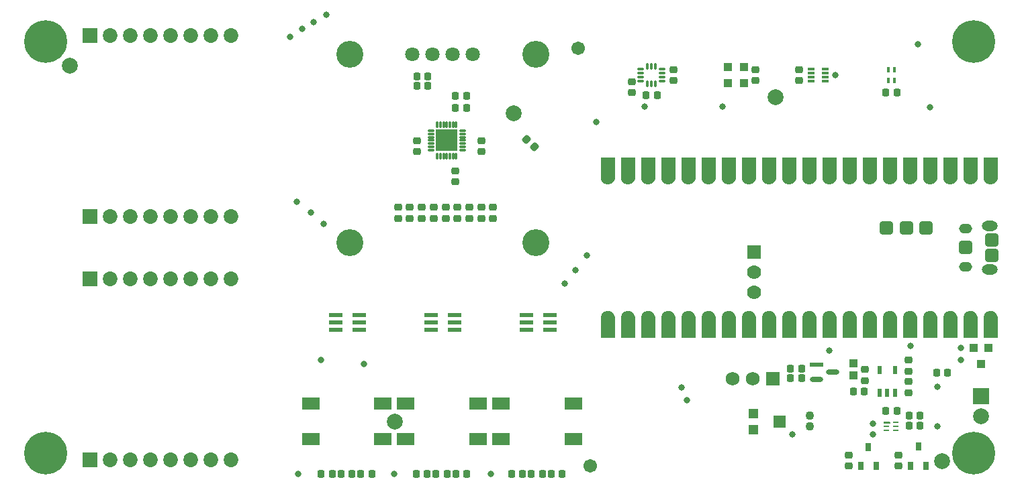
<source format=gbr>
%TF.GenerationSoftware,Altium Limited,Altium Designer,25.5.2 (35)*%
G04 Layer_Color=8388736*
%FSLAX45Y45*%
%MOMM*%
%TF.SameCoordinates,71E00EFA-37BE-4E02-AFE8-A08B7019828F*%
%TF.FilePolarity,Negative*%
%TF.FileFunction,Soldermask,Top*%
%TF.Part,Single*%
G01*
G75*
%TA.AperFunction,SMDPad,CuDef*%
%ADD28R,1.20000X1.20000*%
%ADD29R,1.50000X1.60000*%
G04:AMPARAMS|DCode=30|XSize=1.68435mm|YSize=0.62684mm|CornerRadius=0.31342mm|HoleSize=0mm|Usage=FLASHONLY|Rotation=0.000|XOffset=0mm|YOffset=0mm|HoleType=Round|Shape=RoundedRectangle|*
%AMROUNDEDRECTD30*
21,1,1.68435,0.00000,0,0,0.0*
21,1,1.05751,0.62684,0,0,0.0*
1,1,0.62684,0.52875,0.00000*
1,1,0.62684,-0.52875,0.00000*
1,1,0.62684,-0.52875,0.00000*
1,1,0.62684,0.52875,0.00000*
%
%ADD30ROUNDEDRECTD30*%
%ADD31R,1.68435X0.62684*%
%ADD32R,0.80000X1.00000*%
%ADD35R,0.75000X0.28000*%
%ADD36C,0.25200*%
%ADD37R,0.60000X1.10000*%
%TA.AperFunction,FiducialPad,Global*%
%ADD91C,2.00000*%
%TA.AperFunction,SMDPad,CuDef*%
%ADD92C,0.80320*%
%ADD93R,1.00320X1.10320*%
%ADD94R,2.30320X1.60320*%
%ADD95R,0.82000X0.40000*%
G04:AMPARAMS|DCode=96|XSize=0.9632mm|YSize=0.8636mm|CornerRadius=0.18415mm|HoleSize=0mm|Usage=FLASHONLY|Rotation=0.000|XOffset=0mm|YOffset=0mm|HoleType=Round|Shape=RoundedRectangle|*
%AMROUNDEDRECTD96*
21,1,0.96320,0.49530,0,0,0.0*
21,1,0.59490,0.86360,0,0,0.0*
1,1,0.36830,0.29745,-0.24765*
1,1,0.36830,-0.29745,-0.24765*
1,1,0.36830,-0.29745,0.24765*
1,1,0.36830,0.29745,0.24765*
%
%ADD96ROUNDEDRECTD96*%
%ADD97R,0.40000X0.70000*%
%ADD98O,0.29000X0.99000*%
%ADD99O,0.99000X0.29000*%
%ADD100O,0.95000X0.30000*%
%ADD101O,0.30000X0.95000*%
%ADD102R,2.75000X2.75000*%
%ADD103C,1.77800*%
%ADD104R,1.77800X1.77800*%
%ADD105O,1.65320X1.25320*%
%ADD106O,2.00320X1.30320*%
G04:AMPARAMS|DCode=107|XSize=1.7032mm|YSize=1.7032mm|CornerRadius=0.4016mm|HoleSize=0mm|Usage=FLASHONLY|Rotation=270.000|XOffset=0mm|YOffset=0mm|HoleType=Round|Shape=RoundedRectangle|*
%AMROUNDEDRECTD107*
21,1,1.70320,0.90000,0,0,270.0*
21,1,0.90000,1.70320,0,0,270.0*
1,1,0.80320,-0.45000,-0.45000*
1,1,0.80320,-0.45000,0.45000*
1,1,0.80320,0.45000,0.45000*
1,1,0.80320,0.45000,-0.45000*
%
%ADD107ROUNDEDRECTD107*%
%ADD108R,1.70000X0.60000*%
%ADD109R,1.00254X1.00254*%
%ADD110R,1.00320X1.00320*%
G04:AMPARAMS|DCode=111|XSize=0.9632mm|YSize=0.8636mm|CornerRadius=0.18415mm|HoleSize=0mm|Usage=FLASHONLY|Rotation=90.000|XOffset=0mm|YOffset=0mm|HoleType=Round|Shape=RoundedRectangle|*
%AMROUNDEDRECTD111*
21,1,0.96320,0.49530,0,0,90.0*
21,1,0.59490,0.86360,0,0,90.0*
1,1,0.36830,0.24765,0.29745*
1,1,0.36830,0.24765,-0.29745*
1,1,0.36830,-0.24765,-0.29745*
1,1,0.36830,-0.24765,0.29745*
%
%ADD111ROUNDEDRECTD111*%
G04:AMPARAMS|DCode=112|XSize=0.9632mm|YSize=0.8636mm|CornerRadius=0.18415mm|HoleSize=0mm|Usage=FLASHONLY|Rotation=225.000|XOffset=0mm|YOffset=0mm|HoleType=Round|Shape=RoundedRectangle|*
%AMROUNDEDRECTD112*
21,1,0.96320,0.49530,0,0,225.0*
21,1,0.59490,0.86360,0,0,225.0*
1,1,0.36830,-0.38544,-0.03521*
1,1,0.36830,0.03521,0.38544*
1,1,0.36830,0.38544,0.03521*
1,1,0.36830,-0.03521,-0.38544*
%
%ADD112ROUNDEDRECTD112*%
%TA.AperFunction,ComponentPad*%
%ADD113C,1.70320*%
%ADD114C,2.00320*%
%ADD115R,2.00320X2.00320*%
%ADD116C,1.80320*%
%ADD117C,1.85420*%
%ADD118R,1.85420X1.85420*%
%ADD119R,1.75320X1.75320*%
%ADD120C,1.75320*%
%ADD121C,1.10320*%
%TA.AperFunction,ViaPad*%
%ADD122C,3.40000*%
%ADD123C,5.40000*%
G36*
X12393005Y4139183D02*
X12393666Y4139139D01*
X12394324Y4139097D01*
X12394329Y4139096D01*
X12394334Y4139096D01*
X12394967Y4138970D01*
X12395631Y4138838D01*
X12395635Y4138837D01*
X12395640Y4138836D01*
X12396235Y4138634D01*
X12396892Y4138412D01*
X12396896Y4138409D01*
X12396901Y4138408D01*
X12397494Y4138115D01*
X12398087Y4137823D01*
X12398091Y4137821D01*
X12398096Y4137818D01*
X12398720Y4137401D01*
X12399195Y4137084D01*
X12399198Y4137082D01*
X12399203Y4137079D01*
X12399754Y4136595D01*
X12400197Y4136207D01*
X12400201Y4136204D01*
X12400204Y4136201D01*
X12400646Y4135697D01*
X12401076Y4135207D01*
X12401079Y4135203D01*
X12401082Y4135199D01*
X12401461Y4134633D01*
X12401817Y4134100D01*
X12401820Y4134096D01*
X12401822Y4134092D01*
X12402111Y4133507D01*
X12402408Y4132906D01*
X12402409Y4132902D01*
X12402412Y4132897D01*
X12402632Y4132249D01*
X12402837Y4131646D01*
X12402838Y4131641D01*
X12402840Y4131636D01*
X12402970Y4130982D01*
X12403098Y4130339D01*
X12403098Y4130335D01*
X12403099Y4130330D01*
X12403142Y4129681D01*
X12403187Y4129011D01*
X12403417Y3889266D01*
X12403417Y3889262D01*
X12403417Y3889258D01*
X12403418Y3884015D01*
Y3884014D01*
D01*
X12403331Y3882685D01*
X12401964Y3872288D01*
X12401790Y3871415D01*
X12401704Y3870981D01*
X12398990Y3860851D01*
X12398562Y3859590D01*
X12398562Y3859589D01*
X12394550Y3849902D01*
X12394549Y3849900D01*
X12393960Y3848706D01*
X12388717Y3839624D01*
X12387977Y3838516D01*
X12387976Y3838516D01*
X12381592Y3830196D01*
X12380714Y3829195D01*
X12380714Y3829195D01*
X12380714Y3829194D01*
X12373298Y3821779D01*
X12372297Y3820901D01*
X12363976Y3814518D01*
X12362869Y3813778D01*
D01*
X12362868Y3813777D01*
X12353785Y3808535D01*
X12352591Y3807946D01*
X12342901Y3803934D01*
X12342045Y3803644D01*
X12341640Y3803506D01*
X12331509Y3800794D01*
X12330203Y3800534D01*
X12330202D01*
X12319805Y3799168D01*
X12318476Y3799081D01*
D01*
X12318476D01*
X12313233Y3799082D01*
X12307993Y3799082D01*
X12307992D01*
D01*
X12306663Y3799168D01*
X12296267Y3800536D01*
X12296266D01*
X12294960Y3800796D01*
X12284831Y3803510D01*
X12283570Y3803938D01*
X12283566Y3803939D01*
X12273883Y3807950D01*
X12273881Y3807950D01*
X12273487Y3808145D01*
X12272687Y3808539D01*
X12272684Y3808541D01*
X12263605Y3813782D01*
X12262498Y3814522D01*
X12262497Y3814522D01*
X12254178Y3820905D01*
X12253176Y3821784D01*
X12245762Y3829198D01*
Y3829199D01*
X12245761D01*
X12244883Y3830200D01*
X12238500Y3838519D01*
X12238499Y3838519D01*
X12237759Y3839627D01*
X12232516Y3848708D01*
X12231927Y3849903D01*
X12227914Y3859591D01*
X12227486Y3860852D01*
X12227486Y3860853D01*
X12224773Y3870979D01*
X12224772Y3870982D01*
X12224564Y3872028D01*
X12224513Y3872287D01*
Y3872288D01*
X12223145Y3882683D01*
X12223144Y3882685D01*
X12223070Y3883828D01*
X12223057Y3884014D01*
Y3884014D01*
Y3884014D01*
X12223058Y3889243D01*
X12223058Y3889246D01*
X12222823Y4128992D01*
X12222823Y4128997D01*
X12222823Y4129002D01*
X12222867Y4129680D01*
X12222908Y4130321D01*
X12222910Y4130326D01*
X12222910Y4130331D01*
X12223046Y4131014D01*
X12223167Y4131628D01*
X12223169Y4131632D01*
X12223170Y4131637D01*
X12223398Y4132312D01*
X12223594Y4132889D01*
X12223596Y4132893D01*
X12223598Y4132899D01*
X12223889Y4133489D01*
X12224182Y4134084D01*
X12224185Y4134089D01*
X12224187Y4134093D01*
X12224558Y4134648D01*
X12224921Y4135192D01*
X12224923Y4135196D01*
X12224927Y4135201D01*
X12225395Y4135735D01*
X12225798Y4136195D01*
X12225802Y4136198D01*
X12225805Y4136202D01*
X12226317Y4136651D01*
X12226798Y4137074D01*
X12226802Y4137076D01*
X12226806Y4137080D01*
X12227404Y4137480D01*
X12227905Y4137815D01*
X12227909Y4137817D01*
X12227914Y4137820D01*
X12228678Y4138197D01*
X12229099Y4138405D01*
X12229102Y4138406D01*
X12229108Y4138409D01*
X12229939Y4138691D01*
X12230360Y4138834D01*
X12230363Y4138835D01*
X12230369Y4138837D01*
X12231224Y4139007D01*
X12231666Y4139095D01*
X12231669Y4139096D01*
X12231676Y4139097D01*
X12232428Y4139146D01*
X12232995Y4139184D01*
X12233000Y4139184D01*
X12233004Y4139184D01*
X12393005Y4139183D01*
D02*
G37*
G36*
X12139005D02*
X12139666Y4139139D01*
X12140324Y4139097D01*
X12140329Y4139096D01*
X12140334Y4139096D01*
X12140967Y4138970D01*
X12141631Y4138838D01*
X12141635Y4138837D01*
X12141640Y4138836D01*
X12142235Y4138634D01*
X12142892Y4138412D01*
X12142896Y4138409D01*
X12142901Y4138408D01*
X12143494Y4138115D01*
X12144087Y4137823D01*
X12144091Y4137821D01*
X12144096Y4137818D01*
X12144720Y4137401D01*
X12145195Y4137084D01*
X12145198Y4137082D01*
X12145203Y4137079D01*
X12145754Y4136595D01*
X12146197Y4136207D01*
X12146201Y4136204D01*
X12146204Y4136201D01*
X12146646Y4135697D01*
X12147076Y4135207D01*
X12147079Y4135203D01*
X12147082Y4135199D01*
X12147461Y4134633D01*
X12147817Y4134100D01*
X12147820Y4134096D01*
X12147822Y4134092D01*
X12148111Y4133507D01*
X12148408Y4132906D01*
X12148409Y4132902D01*
X12148412Y4132897D01*
X12148632Y4132249D01*
X12148837Y4131646D01*
X12148838Y4131641D01*
X12148840Y4131636D01*
X12148970Y4130982D01*
X12149098Y4130339D01*
X12149098Y4130335D01*
X12149099Y4130330D01*
X12149142Y4129681D01*
X12149187Y4129011D01*
X12149417Y3889266D01*
X12149417Y3889262D01*
X12149417Y3889258D01*
X12149418Y3884015D01*
Y3884014D01*
D01*
X12149331Y3882685D01*
X12147964Y3872288D01*
X12147790Y3871415D01*
X12147704Y3870981D01*
X12144990Y3860851D01*
X12144562Y3859590D01*
X12144562Y3859589D01*
X12140550Y3849902D01*
X12140549Y3849900D01*
X12139960Y3848706D01*
X12134717Y3839624D01*
X12133977Y3838516D01*
X12133976Y3838516D01*
X12127592Y3830196D01*
X12126714Y3829195D01*
X12126714Y3829195D01*
X12126714Y3829194D01*
X12119298Y3821779D01*
X12118297Y3820901D01*
X12109976Y3814518D01*
X12108869Y3813778D01*
D01*
X12108868Y3813777D01*
X12099785Y3808535D01*
X12098591Y3807946D01*
X12088901Y3803934D01*
X12088045Y3803644D01*
X12087640Y3803506D01*
X12077509Y3800794D01*
X12076203Y3800534D01*
X12076202D01*
X12065805Y3799168D01*
X12064476Y3799081D01*
D01*
X12064476D01*
X12059233Y3799082D01*
X12053993Y3799082D01*
X12053992D01*
D01*
X12052663Y3799168D01*
X12042267Y3800536D01*
X12042266D01*
X12040960Y3800796D01*
X12030831Y3803510D01*
X12029570Y3803938D01*
X12029566Y3803939D01*
X12019883Y3807950D01*
X12019881Y3807950D01*
X12019487Y3808145D01*
X12018687Y3808539D01*
X12018684Y3808541D01*
X12009605Y3813782D01*
X12008498Y3814522D01*
X12008497Y3814522D01*
X12000178Y3820905D01*
X11999176Y3821784D01*
X11991762Y3829198D01*
Y3829199D01*
X11991761D01*
X11990883Y3830200D01*
X11984500Y3838519D01*
X11984499Y3838519D01*
X11983759Y3839627D01*
X11978516Y3848708D01*
X11977927Y3849903D01*
X11973914Y3859591D01*
X11973486Y3860852D01*
X11973486Y3860853D01*
X11970773Y3870979D01*
X11970772Y3870982D01*
X11970564Y3872028D01*
X11970513Y3872287D01*
Y3872288D01*
X11969145Y3882683D01*
X11969144Y3882685D01*
X11969070Y3883828D01*
X11969057Y3884014D01*
Y3884014D01*
Y3884014D01*
X11969058Y3889243D01*
X11969058Y3889246D01*
X11968823Y4128992D01*
X11968823Y4128997D01*
X11968823Y4129002D01*
X11968867Y4129680D01*
X11968908Y4130321D01*
X11968910Y4130326D01*
X11968910Y4130331D01*
X11969046Y4131014D01*
X11969167Y4131628D01*
X11969169Y4131632D01*
X11969170Y4131637D01*
X11969398Y4132312D01*
X11969594Y4132889D01*
X11969596Y4132893D01*
X11969598Y4132899D01*
X11969889Y4133489D01*
X11970182Y4134084D01*
X11970185Y4134089D01*
X11970187Y4134093D01*
X11970558Y4134648D01*
X11970921Y4135192D01*
X11970923Y4135196D01*
X11970927Y4135201D01*
X11971395Y4135735D01*
X11971798Y4136195D01*
X11971802Y4136198D01*
X11971805Y4136202D01*
X11972317Y4136651D01*
X11972798Y4137074D01*
X11972802Y4137076D01*
X11972806Y4137080D01*
X11973404Y4137480D01*
X11973905Y4137815D01*
X11973909Y4137817D01*
X11973914Y4137820D01*
X11974678Y4138197D01*
X11975099Y4138405D01*
X11975102Y4138406D01*
X11975108Y4138409D01*
X11975939Y4138691D01*
X11976360Y4138834D01*
X11976363Y4138835D01*
X11976369Y4138837D01*
X11977224Y4139007D01*
X11977666Y4139095D01*
X11977669Y4139096D01*
X11977676Y4139097D01*
X11978428Y4139146D01*
X11978995Y4139184D01*
X11979000Y4139184D01*
X11979004Y4139184D01*
X12139005Y4139183D01*
D02*
G37*
G36*
X11885005D02*
X11885666Y4139139D01*
X11886324Y4139097D01*
X11886329Y4139096D01*
X11886334Y4139096D01*
X11886967Y4138970D01*
X11887631Y4138838D01*
X11887635Y4138837D01*
X11887640Y4138836D01*
X11888235Y4138634D01*
X11888892Y4138412D01*
X11888896Y4138409D01*
X11888901Y4138408D01*
X11889494Y4138115D01*
X11890087Y4137823D01*
X11890091Y4137821D01*
X11890096Y4137818D01*
X11890720Y4137401D01*
X11891195Y4137084D01*
X11891198Y4137082D01*
X11891203Y4137079D01*
X11891754Y4136595D01*
X11892197Y4136207D01*
X11892201Y4136204D01*
X11892204Y4136201D01*
X11892646Y4135697D01*
X11893076Y4135207D01*
X11893079Y4135203D01*
X11893082Y4135199D01*
X11893461Y4134633D01*
X11893817Y4134100D01*
X11893820Y4134096D01*
X11893822Y4134092D01*
X11894111Y4133507D01*
X11894408Y4132906D01*
X11894409Y4132902D01*
X11894412Y4132897D01*
X11894632Y4132249D01*
X11894837Y4131646D01*
X11894838Y4131641D01*
X11894840Y4131636D01*
X11894970Y4130982D01*
X11895098Y4130339D01*
X11895098Y4130335D01*
X11895099Y4130330D01*
X11895142Y4129681D01*
X11895187Y4129011D01*
X11895417Y3889266D01*
X11895417Y3889262D01*
X11895417Y3889258D01*
X11895418Y3884015D01*
Y3884014D01*
D01*
X11895331Y3882685D01*
X11893964Y3872288D01*
X11893790Y3871415D01*
X11893704Y3870981D01*
X11890990Y3860851D01*
X11890562Y3859590D01*
X11890562Y3859589D01*
X11886550Y3849902D01*
X11886549Y3849900D01*
X11885960Y3848706D01*
X11880717Y3839624D01*
X11879977Y3838516D01*
X11879976Y3838516D01*
X11873592Y3830196D01*
X11872714Y3829195D01*
X11872714Y3829195D01*
X11872714Y3829194D01*
X11865298Y3821779D01*
X11864297Y3820901D01*
X11855976Y3814518D01*
X11854869Y3813778D01*
D01*
X11854868Y3813777D01*
X11845785Y3808535D01*
X11844591Y3807946D01*
X11834901Y3803934D01*
X11834045Y3803644D01*
X11833640Y3803506D01*
X11823510Y3800794D01*
X11822203Y3800534D01*
X11822202D01*
X11811805Y3799168D01*
X11810476Y3799081D01*
D01*
X11810476D01*
X11805233Y3799082D01*
X11799993Y3799082D01*
X11799992D01*
D01*
X11798663Y3799168D01*
X11788267Y3800536D01*
X11788266D01*
X11786960Y3800796D01*
X11776831Y3803510D01*
X11775570Y3803938D01*
X11775566Y3803939D01*
X11765883Y3807950D01*
X11765881Y3807950D01*
X11765487Y3808145D01*
X11764687Y3808539D01*
X11764684Y3808541D01*
X11755605Y3813782D01*
X11754498Y3814522D01*
X11754497Y3814522D01*
X11746178Y3820905D01*
X11745176Y3821784D01*
X11737762Y3829198D01*
Y3829199D01*
X11737761D01*
X11736883Y3830200D01*
X11730500Y3838519D01*
X11730499Y3838519D01*
X11729759Y3839627D01*
X11724516Y3848708D01*
X11723927Y3849903D01*
X11719914Y3859591D01*
X11719486Y3860852D01*
X11719486Y3860853D01*
X11716773Y3870979D01*
X11716772Y3870982D01*
X11716564Y3872028D01*
X11716513Y3872287D01*
Y3872288D01*
X11715145Y3882683D01*
X11715144Y3882685D01*
X11715070Y3883828D01*
X11715057Y3884014D01*
Y3884014D01*
Y3884014D01*
X11715058Y3889243D01*
X11715058Y3889246D01*
X11714823Y4128992D01*
X11714823Y4128997D01*
X11714823Y4129002D01*
X11714867Y4129680D01*
X11714908Y4130321D01*
X11714910Y4130326D01*
X11714910Y4130331D01*
X11715046Y4131014D01*
X11715167Y4131628D01*
X11715169Y4131632D01*
X11715170Y4131637D01*
X11715398Y4132312D01*
X11715594Y4132889D01*
X11715596Y4132893D01*
X11715598Y4132899D01*
X11715889Y4133489D01*
X11716182Y4134084D01*
X11716185Y4134089D01*
X11716187Y4134093D01*
X11716558Y4134648D01*
X11716921Y4135192D01*
X11716923Y4135196D01*
X11716927Y4135201D01*
X11717395Y4135735D01*
X11717798Y4136195D01*
X11717802Y4136198D01*
X11717805Y4136202D01*
X11718317Y4136651D01*
X11718798Y4137074D01*
X11718802Y4137076D01*
X11718806Y4137080D01*
X11719404Y4137480D01*
X11719905Y4137815D01*
X11719909Y4137817D01*
X11719914Y4137820D01*
X11720678Y4138197D01*
X11721099Y4138405D01*
X11721102Y4138406D01*
X11721108Y4138409D01*
X11721939Y4138691D01*
X11722360Y4138834D01*
X11722363Y4138835D01*
X11722369Y4138837D01*
X11723224Y4139007D01*
X11723666Y4139095D01*
X11723669Y4139096D01*
X11723676Y4139097D01*
X11724428Y4139146D01*
X11724995Y4139184D01*
X11725000Y4139184D01*
X11725004Y4139184D01*
X11885005Y4139183D01*
D02*
G37*
G36*
X11631005D02*
X11631666Y4139139D01*
X11632324Y4139097D01*
X11632329Y4139096D01*
X11632334Y4139096D01*
X11632967Y4138970D01*
X11633631Y4138838D01*
X11633635Y4138837D01*
X11633640Y4138836D01*
X11634235Y4138634D01*
X11634892Y4138412D01*
X11634896Y4138409D01*
X11634901Y4138408D01*
X11635494Y4138115D01*
X11636087Y4137823D01*
X11636091Y4137821D01*
X11636096Y4137818D01*
X11636720Y4137401D01*
X11637195Y4137084D01*
X11637198Y4137082D01*
X11637203Y4137079D01*
X11637754Y4136595D01*
X11638197Y4136207D01*
X11638201Y4136204D01*
X11638204Y4136201D01*
X11638646Y4135697D01*
X11639076Y4135207D01*
X11639079Y4135203D01*
X11639082Y4135199D01*
X11639461Y4134633D01*
X11639817Y4134100D01*
X11639820Y4134096D01*
X11639822Y4134092D01*
X11640111Y4133507D01*
X11640408Y4132906D01*
X11640409Y4132902D01*
X11640412Y4132897D01*
X11640632Y4132249D01*
X11640837Y4131646D01*
X11640838Y4131641D01*
X11640840Y4131636D01*
X11640970Y4130982D01*
X11641098Y4130339D01*
X11641098Y4130335D01*
X11641099Y4130330D01*
X11641142Y4129681D01*
X11641187Y4129011D01*
X11641417Y3889266D01*
X11641417Y3889262D01*
X11641417Y3889258D01*
X11641418Y3884015D01*
Y3884014D01*
D01*
X11641331Y3882685D01*
X11639964Y3872288D01*
X11639790Y3871415D01*
X11639704Y3870981D01*
X11636990Y3860851D01*
X11636562Y3859590D01*
X11636562Y3859589D01*
X11632550Y3849902D01*
X11632549Y3849900D01*
X11631960Y3848706D01*
X11626717Y3839624D01*
X11625977Y3838516D01*
X11625976Y3838516D01*
X11619592Y3830196D01*
X11618714Y3829195D01*
X11618714Y3829195D01*
X11618714Y3829194D01*
X11611298Y3821779D01*
X11610297Y3820901D01*
X11601976Y3814518D01*
X11600869Y3813778D01*
D01*
X11600868Y3813777D01*
X11591785Y3808535D01*
X11590591Y3807946D01*
X11580901Y3803934D01*
X11580045Y3803644D01*
X11579640Y3803506D01*
X11569509Y3800794D01*
X11568203Y3800534D01*
X11568202D01*
X11557805Y3799168D01*
X11556476Y3799081D01*
D01*
X11556476D01*
X11551233Y3799082D01*
X11545993Y3799082D01*
X11545992D01*
D01*
X11544663Y3799168D01*
X11534267Y3800536D01*
X11534266D01*
X11532960Y3800796D01*
X11522831Y3803510D01*
X11521570Y3803938D01*
X11521566Y3803939D01*
X11511883Y3807950D01*
X11511881Y3807950D01*
X11511487Y3808145D01*
X11510687Y3808539D01*
X11510684Y3808541D01*
X11501605Y3813782D01*
X11500498Y3814522D01*
X11500497Y3814522D01*
X11492178Y3820905D01*
X11491176Y3821784D01*
X11483762Y3829198D01*
Y3829199D01*
X11483761D01*
X11482883Y3830200D01*
X11476500Y3838519D01*
X11476499Y3838519D01*
X11475759Y3839627D01*
X11470516Y3848708D01*
X11469927Y3849903D01*
X11465914Y3859591D01*
X11465486Y3860852D01*
X11465486Y3860853D01*
X11462773Y3870979D01*
X11462772Y3870982D01*
X11462564Y3872028D01*
X11462513Y3872287D01*
Y3872288D01*
X11461145Y3882683D01*
X11461144Y3882685D01*
X11461070Y3883828D01*
X11461057Y3884014D01*
Y3884014D01*
Y3884014D01*
X11461058Y3889243D01*
X11461058Y3889246D01*
X11460823Y4128992D01*
X11460823Y4128997D01*
X11460823Y4129002D01*
X11460867Y4129680D01*
X11460908Y4130321D01*
X11460910Y4130326D01*
X11460910Y4130331D01*
X11461046Y4131014D01*
X11461167Y4131628D01*
X11461169Y4131632D01*
X11461170Y4131637D01*
X11461398Y4132312D01*
X11461594Y4132889D01*
X11461596Y4132893D01*
X11461598Y4132899D01*
X11461889Y4133489D01*
X11462182Y4134084D01*
X11462185Y4134089D01*
X11462187Y4134093D01*
X11462558Y4134648D01*
X11462921Y4135192D01*
X11462923Y4135196D01*
X11462927Y4135201D01*
X11463395Y4135735D01*
X11463798Y4136195D01*
X11463802Y4136198D01*
X11463805Y4136202D01*
X11464317Y4136651D01*
X11464798Y4137074D01*
X11464802Y4137076D01*
X11464806Y4137080D01*
X11465404Y4137480D01*
X11465905Y4137815D01*
X11465909Y4137817D01*
X11465914Y4137820D01*
X11466678Y4138197D01*
X11467099Y4138405D01*
X11467102Y4138406D01*
X11467108Y4138409D01*
X11467939Y4138691D01*
X11468360Y4138834D01*
X11468363Y4138835D01*
X11468369Y4138837D01*
X11469224Y4139007D01*
X11469666Y4139095D01*
X11469669Y4139096D01*
X11469676Y4139097D01*
X11470428Y4139146D01*
X11470995Y4139184D01*
X11471000Y4139184D01*
X11471004Y4139184D01*
X11631005Y4139183D01*
D02*
G37*
G36*
X11377005D02*
X11377666Y4139139D01*
X11378324Y4139097D01*
X11378329Y4139096D01*
X11378334Y4139096D01*
X11378967Y4138970D01*
X11379631Y4138838D01*
X11379635Y4138837D01*
X11379640Y4138836D01*
X11380235Y4138634D01*
X11380892Y4138412D01*
X11380896Y4138409D01*
X11380901Y4138408D01*
X11381494Y4138115D01*
X11382087Y4137823D01*
X11382091Y4137821D01*
X11382096Y4137818D01*
X11382720Y4137401D01*
X11383195Y4137084D01*
X11383198Y4137082D01*
X11383203Y4137079D01*
X11383754Y4136595D01*
X11384197Y4136207D01*
X11384201Y4136204D01*
X11384204Y4136201D01*
X11384646Y4135697D01*
X11385076Y4135207D01*
X11385079Y4135203D01*
X11385082Y4135199D01*
X11385461Y4134633D01*
X11385817Y4134100D01*
X11385820Y4134096D01*
X11385822Y4134092D01*
X11386111Y4133507D01*
X11386408Y4132906D01*
X11386409Y4132902D01*
X11386412Y4132897D01*
X11386632Y4132249D01*
X11386837Y4131646D01*
X11386838Y4131641D01*
X11386840Y4131636D01*
X11386970Y4130982D01*
X11387098Y4130339D01*
X11387098Y4130335D01*
X11387099Y4130330D01*
X11387142Y4129681D01*
X11387187Y4129011D01*
X11387417Y3889266D01*
X11387417Y3889262D01*
X11387417Y3889258D01*
X11387418Y3884015D01*
Y3884014D01*
D01*
X11387331Y3882685D01*
X11385964Y3872288D01*
X11385790Y3871415D01*
X11385704Y3870981D01*
X11382990Y3860851D01*
X11382562Y3859590D01*
X11382562Y3859589D01*
X11378550Y3849902D01*
X11378549Y3849900D01*
X11377960Y3848706D01*
X11372717Y3839624D01*
X11371977Y3838516D01*
X11371976Y3838516D01*
X11365592Y3830196D01*
X11364714Y3829195D01*
X11364714Y3829195D01*
X11364714Y3829194D01*
X11357298Y3821779D01*
X11356297Y3820901D01*
X11347976Y3814518D01*
X11346869Y3813778D01*
D01*
X11346868Y3813777D01*
X11337785Y3808535D01*
X11336591Y3807946D01*
X11326901Y3803934D01*
X11326045Y3803644D01*
X11325640Y3803506D01*
X11315509Y3800794D01*
X11314203Y3800534D01*
X11314202D01*
X11303805Y3799168D01*
X11302476Y3799081D01*
D01*
X11302476D01*
X11297233Y3799082D01*
X11291993Y3799082D01*
X11291992D01*
D01*
X11290663Y3799168D01*
X11280267Y3800536D01*
X11280266D01*
X11278960Y3800796D01*
X11268831Y3803510D01*
X11267570Y3803938D01*
X11267566Y3803939D01*
X11257883Y3807950D01*
X11257881Y3807950D01*
X11257487Y3808145D01*
X11256687Y3808539D01*
X11256684Y3808541D01*
X11247605Y3813782D01*
X11246498Y3814522D01*
X11246497Y3814522D01*
X11238178Y3820905D01*
X11237176Y3821784D01*
X11229762Y3829198D01*
Y3829199D01*
X11229761D01*
X11228883Y3830200D01*
X11222500Y3838519D01*
X11222499Y3838519D01*
X11221759Y3839627D01*
X11216516Y3848708D01*
X11215927Y3849903D01*
X11211914Y3859591D01*
X11211486Y3860852D01*
X11211486Y3860853D01*
X11208773Y3870979D01*
X11208772Y3870982D01*
X11208564Y3872028D01*
X11208513Y3872287D01*
Y3872288D01*
X11207145Y3882683D01*
X11207144Y3882685D01*
X11207070Y3883828D01*
X11207057Y3884014D01*
Y3884014D01*
Y3884014D01*
X11207058Y3889243D01*
X11207058Y3889246D01*
X11206823Y4128992D01*
X11206823Y4128997D01*
X11206823Y4129002D01*
X11206867Y4129680D01*
X11206908Y4130321D01*
X11206910Y4130326D01*
X11206910Y4130331D01*
X11207046Y4131014D01*
X11207167Y4131628D01*
X11207169Y4131632D01*
X11207170Y4131637D01*
X11207398Y4132312D01*
X11207594Y4132889D01*
X11207596Y4132893D01*
X11207598Y4132899D01*
X11207889Y4133489D01*
X11208182Y4134084D01*
X11208185Y4134089D01*
X11208187Y4134093D01*
X11208558Y4134648D01*
X11208921Y4135192D01*
X11208923Y4135196D01*
X11208927Y4135201D01*
X11209395Y4135735D01*
X11209798Y4136195D01*
X11209802Y4136198D01*
X11209805Y4136202D01*
X11210317Y4136651D01*
X11210798Y4137074D01*
X11210802Y4137076D01*
X11210806Y4137080D01*
X11211404Y4137480D01*
X11211905Y4137815D01*
X11211909Y4137817D01*
X11211914Y4137820D01*
X11212678Y4138197D01*
X11213099Y4138405D01*
X11213102Y4138406D01*
X11213108Y4138409D01*
X11213939Y4138691D01*
X11214360Y4138834D01*
X11214363Y4138835D01*
X11214369Y4138837D01*
X11215224Y4139007D01*
X11215666Y4139095D01*
X11215669Y4139096D01*
X11215676Y4139097D01*
X11216428Y4139146D01*
X11216995Y4139184D01*
X11217000Y4139184D01*
X11217004Y4139184D01*
X11377005Y4139183D01*
D02*
G37*
G36*
X11123005D02*
X11123666Y4139139D01*
X11124324Y4139097D01*
X11124329Y4139096D01*
X11124334Y4139096D01*
X11124967Y4138970D01*
X11125631Y4138838D01*
X11125635Y4138837D01*
X11125640Y4138836D01*
X11126235Y4138634D01*
X11126892Y4138412D01*
X11126896Y4138409D01*
X11126901Y4138408D01*
X11127494Y4138115D01*
X11128087Y4137823D01*
X11128091Y4137821D01*
X11128096Y4137818D01*
X11128720Y4137401D01*
X11129195Y4137084D01*
X11129198Y4137082D01*
X11129203Y4137079D01*
X11129754Y4136595D01*
X11130197Y4136207D01*
X11130201Y4136204D01*
X11130204Y4136201D01*
X11130646Y4135697D01*
X11131076Y4135207D01*
X11131079Y4135203D01*
X11131082Y4135199D01*
X11131461Y4134633D01*
X11131817Y4134100D01*
X11131820Y4134096D01*
X11131822Y4134092D01*
X11132111Y4133507D01*
X11132408Y4132906D01*
X11132409Y4132902D01*
X11132412Y4132897D01*
X11132632Y4132249D01*
X11132837Y4131646D01*
X11132838Y4131641D01*
X11132840Y4131636D01*
X11132970Y4130982D01*
X11133098Y4130339D01*
X11133098Y4130335D01*
X11133099Y4130330D01*
X11133142Y4129681D01*
X11133187Y4129011D01*
X11133417Y3889266D01*
X11133417Y3889262D01*
X11133417Y3889258D01*
X11133418Y3884015D01*
Y3884014D01*
D01*
X11133331Y3882685D01*
X11131964Y3872288D01*
X11131790Y3871415D01*
X11131704Y3870981D01*
X11128990Y3860851D01*
X11128562Y3859590D01*
X11128562Y3859589D01*
X11124550Y3849902D01*
X11124549Y3849900D01*
X11123960Y3848706D01*
X11118717Y3839624D01*
X11117977Y3838516D01*
X11117976Y3838516D01*
X11111592Y3830196D01*
X11110714Y3829195D01*
X11110714Y3829195D01*
X11110714Y3829194D01*
X11103298Y3821779D01*
X11102297Y3820901D01*
X11093976Y3814518D01*
X11092869Y3813778D01*
D01*
X11092868Y3813777D01*
X11083785Y3808535D01*
X11082591Y3807946D01*
X11072901Y3803934D01*
X11072045Y3803644D01*
X11071640Y3803506D01*
X11061509Y3800794D01*
X11060203Y3800534D01*
X11060202D01*
X11049805Y3799168D01*
X11048476Y3799081D01*
D01*
X11048476D01*
X11043233Y3799082D01*
X11037993Y3799082D01*
X11037992D01*
D01*
X11036663Y3799168D01*
X11026267Y3800536D01*
X11026266D01*
X11024960Y3800796D01*
X11014831Y3803510D01*
X11013570Y3803938D01*
X11013566Y3803939D01*
X11003883Y3807950D01*
X11003881Y3807950D01*
X11003487Y3808145D01*
X11002687Y3808539D01*
X11002684Y3808541D01*
X10993605Y3813782D01*
X10992498Y3814522D01*
X10992497Y3814522D01*
X10984178Y3820905D01*
X10983176Y3821784D01*
X10975762Y3829198D01*
Y3829199D01*
X10975761D01*
X10974883Y3830200D01*
X10968500Y3838519D01*
X10968499Y3838519D01*
X10967759Y3839627D01*
X10962516Y3848708D01*
X10961927Y3849903D01*
X10957914Y3859591D01*
X10957486Y3860852D01*
X10957486Y3860853D01*
X10954773Y3870979D01*
X10954772Y3870982D01*
X10954564Y3872028D01*
X10954513Y3872287D01*
Y3872288D01*
X10953145Y3882683D01*
X10953144Y3882685D01*
X10953070Y3883828D01*
X10953057Y3884014D01*
Y3884014D01*
Y3884014D01*
X10953058Y3889243D01*
X10953058Y3889246D01*
X10952823Y4128992D01*
X10952823Y4128997D01*
X10952823Y4129002D01*
X10952867Y4129680D01*
X10952908Y4130321D01*
X10952910Y4130326D01*
X10952910Y4130331D01*
X10953046Y4131014D01*
X10953167Y4131628D01*
X10953169Y4131632D01*
X10953170Y4131637D01*
X10953398Y4132312D01*
X10953594Y4132889D01*
X10953596Y4132893D01*
X10953598Y4132899D01*
X10953889Y4133489D01*
X10954182Y4134084D01*
X10954185Y4134089D01*
X10954187Y4134093D01*
X10954558Y4134648D01*
X10954921Y4135192D01*
X10954923Y4135196D01*
X10954927Y4135201D01*
X10955395Y4135735D01*
X10955798Y4136195D01*
X10955802Y4136198D01*
X10955805Y4136202D01*
X10956317Y4136651D01*
X10956798Y4137074D01*
X10956802Y4137076D01*
X10956806Y4137080D01*
X10957404Y4137480D01*
X10957905Y4137815D01*
X10957909Y4137817D01*
X10957914Y4137820D01*
X10958678Y4138197D01*
X10959099Y4138405D01*
X10959102Y4138406D01*
X10959108Y4138409D01*
X10959939Y4138691D01*
X10960360Y4138834D01*
X10960363Y4138835D01*
X10960369Y4138837D01*
X10961224Y4139007D01*
X10961666Y4139095D01*
X10961669Y4139096D01*
X10961676Y4139097D01*
X10962428Y4139146D01*
X10962995Y4139184D01*
X10963000Y4139184D01*
X10963004Y4139184D01*
X11123005Y4139183D01*
D02*
G37*
G36*
X10869005D02*
X10869666Y4139139D01*
X10870324Y4139097D01*
X10870329Y4139096D01*
X10870334Y4139096D01*
X10870967Y4138970D01*
X10871631Y4138838D01*
X10871635Y4138837D01*
X10871640Y4138836D01*
X10872235Y4138634D01*
X10872892Y4138412D01*
X10872896Y4138409D01*
X10872901Y4138408D01*
X10873494Y4138115D01*
X10874087Y4137823D01*
X10874091Y4137821D01*
X10874096Y4137818D01*
X10874720Y4137401D01*
X10875195Y4137084D01*
X10875198Y4137082D01*
X10875203Y4137079D01*
X10875754Y4136595D01*
X10876197Y4136207D01*
X10876201Y4136204D01*
X10876204Y4136201D01*
X10876646Y4135697D01*
X10877076Y4135207D01*
X10877079Y4135203D01*
X10877082Y4135199D01*
X10877461Y4134633D01*
X10877817Y4134100D01*
X10877820Y4134096D01*
X10877822Y4134092D01*
X10878111Y4133507D01*
X10878408Y4132906D01*
X10878409Y4132902D01*
X10878412Y4132897D01*
X10878632Y4132249D01*
X10878837Y4131646D01*
X10878838Y4131641D01*
X10878840Y4131636D01*
X10878970Y4130982D01*
X10879098Y4130339D01*
X10879098Y4130335D01*
X10879099Y4130330D01*
X10879142Y4129681D01*
X10879187Y4129011D01*
X10879417Y3889266D01*
X10879417Y3889262D01*
X10879417Y3889258D01*
X10879418Y3884015D01*
Y3884014D01*
D01*
X10879331Y3882685D01*
X10877964Y3872288D01*
X10877790Y3871415D01*
X10877704Y3870981D01*
X10874990Y3860851D01*
X10874562Y3859590D01*
X10874562Y3859589D01*
X10870550Y3849902D01*
X10870549Y3849900D01*
X10869960Y3848706D01*
X10864717Y3839624D01*
X10863977Y3838516D01*
X10863976Y3838516D01*
X10857592Y3830196D01*
X10856714Y3829195D01*
X10856714Y3829195D01*
X10856714Y3829194D01*
X10849298Y3821779D01*
X10848297Y3820901D01*
X10839976Y3814518D01*
X10838869Y3813778D01*
D01*
X10838868Y3813777D01*
X10829785Y3808535D01*
X10828591Y3807946D01*
X10818901Y3803934D01*
X10818045Y3803644D01*
X10817640Y3803506D01*
X10807509Y3800794D01*
X10806203Y3800534D01*
X10806202D01*
X10795805Y3799168D01*
X10794476Y3799081D01*
D01*
X10794476D01*
X10789233Y3799082D01*
X10783993Y3799082D01*
X10783992D01*
D01*
X10782663Y3799168D01*
X10772267Y3800536D01*
X10772266D01*
X10770960Y3800796D01*
X10760831Y3803510D01*
X10759570Y3803938D01*
X10759566Y3803939D01*
X10749883Y3807950D01*
X10749881Y3807950D01*
X10749487Y3808145D01*
X10748687Y3808539D01*
X10748684Y3808541D01*
X10739605Y3813782D01*
X10738498Y3814522D01*
X10738497Y3814522D01*
X10730178Y3820905D01*
X10729176Y3821784D01*
X10721762Y3829198D01*
Y3829199D01*
X10721761D01*
X10720883Y3830200D01*
X10714500Y3838519D01*
X10714499Y3838519D01*
X10713759Y3839627D01*
X10708516Y3848708D01*
X10707927Y3849903D01*
X10703914Y3859591D01*
X10703486Y3860852D01*
X10703486Y3860853D01*
X10700773Y3870979D01*
X10700772Y3870982D01*
X10700564Y3872028D01*
X10700513Y3872287D01*
Y3872288D01*
X10699145Y3882683D01*
X10699144Y3882685D01*
X10699070Y3883828D01*
X10699057Y3884014D01*
Y3884014D01*
Y3884014D01*
X10699058Y3889243D01*
X10699058Y3889246D01*
X10698823Y4128992D01*
X10698823Y4128997D01*
X10698823Y4129002D01*
X10698867Y4129680D01*
X10698908Y4130321D01*
X10698910Y4130326D01*
X10698910Y4130331D01*
X10699046Y4131014D01*
X10699167Y4131628D01*
X10699169Y4131632D01*
X10699170Y4131637D01*
X10699398Y4132312D01*
X10699594Y4132889D01*
X10699596Y4132893D01*
X10699598Y4132899D01*
X10699889Y4133489D01*
X10700182Y4134084D01*
X10700185Y4134089D01*
X10700187Y4134093D01*
X10700558Y4134648D01*
X10700921Y4135192D01*
X10700923Y4135196D01*
X10700927Y4135201D01*
X10701395Y4135735D01*
X10701798Y4136195D01*
X10701802Y4136198D01*
X10701805Y4136202D01*
X10702317Y4136651D01*
X10702798Y4137074D01*
X10702802Y4137076D01*
X10702806Y4137080D01*
X10703404Y4137480D01*
X10703905Y4137815D01*
X10703909Y4137817D01*
X10703914Y4137820D01*
X10704678Y4138197D01*
X10705099Y4138405D01*
X10705102Y4138406D01*
X10705108Y4138409D01*
X10705939Y4138691D01*
X10706360Y4138834D01*
X10706363Y4138835D01*
X10706369Y4138837D01*
X10707224Y4139007D01*
X10707666Y4139095D01*
X10707669Y4139096D01*
X10707676Y4139097D01*
X10708428Y4139146D01*
X10708995Y4139184D01*
X10709000Y4139184D01*
X10709004Y4139184D01*
X10869005Y4139183D01*
D02*
G37*
G36*
X10615005D02*
X10615666Y4139139D01*
X10616324Y4139097D01*
X10616329Y4139096D01*
X10616334Y4139096D01*
X10616967Y4138970D01*
X10617631Y4138838D01*
X10617635Y4138837D01*
X10617640Y4138836D01*
X10618235Y4138634D01*
X10618892Y4138412D01*
X10618896Y4138409D01*
X10618901Y4138408D01*
X10619494Y4138115D01*
X10620087Y4137823D01*
X10620091Y4137821D01*
X10620096Y4137818D01*
X10620720Y4137401D01*
X10621195Y4137084D01*
X10621198Y4137082D01*
X10621203Y4137079D01*
X10621754Y4136595D01*
X10622197Y4136207D01*
X10622201Y4136204D01*
X10622204Y4136201D01*
X10622646Y4135697D01*
X10623076Y4135207D01*
X10623079Y4135203D01*
X10623082Y4135199D01*
X10623461Y4134633D01*
X10623817Y4134100D01*
X10623820Y4134096D01*
X10623822Y4134092D01*
X10624111Y4133507D01*
X10624408Y4132906D01*
X10624409Y4132902D01*
X10624412Y4132897D01*
X10624632Y4132249D01*
X10624837Y4131646D01*
X10624838Y4131641D01*
X10624840Y4131636D01*
X10624970Y4130982D01*
X10625098Y4130339D01*
X10625098Y4130335D01*
X10625099Y4130330D01*
X10625142Y4129681D01*
X10625187Y4129011D01*
X10625417Y3889266D01*
X10625417Y3889262D01*
X10625417Y3889258D01*
X10625418Y3884015D01*
Y3884014D01*
D01*
X10625331Y3882685D01*
X10623964Y3872288D01*
X10623790Y3871415D01*
X10623704Y3870981D01*
X10620990Y3860851D01*
X10620562Y3859590D01*
X10620562Y3859589D01*
X10616550Y3849902D01*
X10616549Y3849900D01*
X10615960Y3848706D01*
X10610717Y3839624D01*
X10609977Y3838516D01*
X10609976Y3838516D01*
X10603592Y3830196D01*
X10602714Y3829195D01*
X10602714Y3829195D01*
X10602714Y3829194D01*
X10595298Y3821779D01*
X10594297Y3820901D01*
X10585976Y3814518D01*
X10584869Y3813778D01*
D01*
X10584868Y3813777D01*
X10575785Y3808535D01*
X10574591Y3807946D01*
X10564901Y3803934D01*
X10564045Y3803644D01*
X10563640Y3803506D01*
X10553509Y3800794D01*
X10552203Y3800534D01*
X10552202D01*
X10541805Y3799168D01*
X10540476Y3799081D01*
D01*
X10540476D01*
X10535233Y3799082D01*
X10529993Y3799082D01*
X10529992D01*
D01*
X10528663Y3799168D01*
X10518267Y3800536D01*
X10518266D01*
X10516960Y3800796D01*
X10506831Y3803510D01*
X10505570Y3803938D01*
X10505566Y3803939D01*
X10495883Y3807950D01*
X10495881Y3807950D01*
X10495487Y3808145D01*
X10494687Y3808539D01*
X10494684Y3808541D01*
X10485605Y3813782D01*
X10484498Y3814522D01*
X10484497Y3814522D01*
X10476178Y3820905D01*
X10475176Y3821784D01*
X10467762Y3829198D01*
Y3829199D01*
X10467761D01*
X10466883Y3830200D01*
X10460500Y3838519D01*
X10460499Y3838519D01*
X10459759Y3839627D01*
X10454516Y3848708D01*
X10453927Y3849903D01*
X10449914Y3859591D01*
X10449486Y3860852D01*
X10449486Y3860853D01*
X10446773Y3870979D01*
X10446772Y3870982D01*
X10446564Y3872028D01*
X10446513Y3872287D01*
Y3872288D01*
X10445145Y3882683D01*
X10445144Y3882685D01*
X10445070Y3883828D01*
X10445057Y3884014D01*
Y3884014D01*
Y3884014D01*
X10445058Y3889243D01*
X10445058Y3889246D01*
X10444823Y4128992D01*
X10444823Y4128997D01*
X10444823Y4129002D01*
X10444867Y4129680D01*
X10444908Y4130321D01*
X10444910Y4130326D01*
X10444910Y4130331D01*
X10445046Y4131014D01*
X10445167Y4131628D01*
X10445169Y4131632D01*
X10445170Y4131637D01*
X10445398Y4132312D01*
X10445594Y4132889D01*
X10445596Y4132893D01*
X10445598Y4132899D01*
X10445889Y4133489D01*
X10446182Y4134084D01*
X10446185Y4134089D01*
X10446187Y4134093D01*
X10446558Y4134648D01*
X10446921Y4135192D01*
X10446923Y4135196D01*
X10446927Y4135201D01*
X10447395Y4135735D01*
X10447798Y4136195D01*
X10447802Y4136198D01*
X10447805Y4136202D01*
X10448317Y4136651D01*
X10448798Y4137074D01*
X10448802Y4137076D01*
X10448806Y4137080D01*
X10449404Y4137480D01*
X10449905Y4137815D01*
X10449909Y4137817D01*
X10449914Y4137820D01*
X10450678Y4138197D01*
X10451099Y4138405D01*
X10451102Y4138406D01*
X10451108Y4138409D01*
X10451939Y4138691D01*
X10452360Y4138834D01*
X10452363Y4138835D01*
X10452369Y4138837D01*
X10453224Y4139007D01*
X10453666Y4139095D01*
X10453669Y4139096D01*
X10453676Y4139097D01*
X10454428Y4139146D01*
X10454995Y4139184D01*
X10455000Y4139184D01*
X10455004Y4139184D01*
X10615005Y4139183D01*
D02*
G37*
G36*
X10361005D02*
X10361666Y4139139D01*
X10362324Y4139097D01*
X10362329Y4139096D01*
X10362334Y4139096D01*
X10362967Y4138970D01*
X10363631Y4138838D01*
X10363635Y4138837D01*
X10363640Y4138836D01*
X10364235Y4138634D01*
X10364892Y4138412D01*
X10364896Y4138409D01*
X10364901Y4138408D01*
X10365494Y4138115D01*
X10366087Y4137823D01*
X10366091Y4137821D01*
X10366096Y4137818D01*
X10366720Y4137401D01*
X10367195Y4137084D01*
X10367198Y4137082D01*
X10367203Y4137079D01*
X10367754Y4136595D01*
X10368197Y4136207D01*
X10368201Y4136204D01*
X10368204Y4136201D01*
X10368646Y4135697D01*
X10369076Y4135207D01*
X10369079Y4135203D01*
X10369082Y4135199D01*
X10369461Y4134633D01*
X10369817Y4134100D01*
X10369820Y4134096D01*
X10369822Y4134092D01*
X10370111Y4133507D01*
X10370408Y4132906D01*
X10370409Y4132902D01*
X10370412Y4132897D01*
X10370632Y4132249D01*
X10370837Y4131646D01*
X10370838Y4131641D01*
X10370840Y4131636D01*
X10370970Y4130982D01*
X10371098Y4130339D01*
X10371098Y4130335D01*
X10371099Y4130330D01*
X10371142Y4129681D01*
X10371187Y4129011D01*
X10371417Y3889266D01*
X10371417Y3889262D01*
X10371417Y3889258D01*
X10371418Y3884015D01*
Y3884014D01*
D01*
X10371331Y3882685D01*
X10369964Y3872288D01*
X10369790Y3871415D01*
X10369704Y3870981D01*
X10366990Y3860851D01*
X10366562Y3859590D01*
X10366562Y3859589D01*
X10362550Y3849902D01*
X10362549Y3849900D01*
X10361960Y3848706D01*
X10356717Y3839624D01*
X10355977Y3838516D01*
X10355976Y3838516D01*
X10349592Y3830196D01*
X10348714Y3829195D01*
X10348714Y3829195D01*
X10348714Y3829194D01*
X10341298Y3821779D01*
X10340297Y3820901D01*
X10331976Y3814518D01*
X10330869Y3813778D01*
D01*
X10330868Y3813777D01*
X10321785Y3808535D01*
X10320591Y3807946D01*
X10310901Y3803934D01*
X10310045Y3803644D01*
X10309640Y3803506D01*
X10299509Y3800794D01*
X10298203Y3800534D01*
X10298202D01*
X10287805Y3799168D01*
X10286476Y3799081D01*
D01*
X10286476D01*
X10281233Y3799082D01*
X10275993Y3799082D01*
X10275992D01*
D01*
X10274663Y3799168D01*
X10264267Y3800536D01*
X10264266D01*
X10262960Y3800796D01*
X10252831Y3803510D01*
X10251570Y3803938D01*
X10251566Y3803939D01*
X10241883Y3807950D01*
X10241881Y3807950D01*
X10241487Y3808145D01*
X10240687Y3808539D01*
X10240684Y3808541D01*
X10231605Y3813782D01*
X10230498Y3814522D01*
X10230497Y3814522D01*
X10222178Y3820905D01*
X10221176Y3821784D01*
X10213762Y3829198D01*
Y3829199D01*
X10213761D01*
X10212883Y3830200D01*
X10206500Y3838519D01*
X10206499Y3838519D01*
X10205759Y3839627D01*
X10200516Y3848708D01*
X10199927Y3849903D01*
X10195914Y3859591D01*
X10195486Y3860852D01*
X10195486Y3860853D01*
X10192773Y3870979D01*
X10192772Y3870982D01*
X10192564Y3872028D01*
X10192513Y3872287D01*
Y3872288D01*
X10191145Y3882683D01*
X10191144Y3882685D01*
X10191070Y3883828D01*
X10191057Y3884014D01*
Y3884014D01*
Y3884014D01*
X10191058Y3889243D01*
X10191058Y3889246D01*
X10190823Y4128992D01*
X10190823Y4128997D01*
X10190823Y4129002D01*
X10190867Y4129680D01*
X10190908Y4130321D01*
X10190910Y4130326D01*
X10190910Y4130331D01*
X10191046Y4131014D01*
X10191167Y4131628D01*
X10191169Y4131632D01*
X10191170Y4131637D01*
X10191398Y4132312D01*
X10191594Y4132889D01*
X10191596Y4132893D01*
X10191598Y4132899D01*
X10191889Y4133489D01*
X10192182Y4134084D01*
X10192185Y4134089D01*
X10192187Y4134093D01*
X10192558Y4134648D01*
X10192921Y4135192D01*
X10192923Y4135196D01*
X10192927Y4135201D01*
X10193395Y4135735D01*
X10193798Y4136195D01*
X10193802Y4136198D01*
X10193805Y4136202D01*
X10194317Y4136651D01*
X10194798Y4137074D01*
X10194802Y4137076D01*
X10194806Y4137080D01*
X10195404Y4137480D01*
X10195905Y4137815D01*
X10195909Y4137817D01*
X10195914Y4137820D01*
X10196678Y4138197D01*
X10197099Y4138405D01*
X10197102Y4138406D01*
X10197108Y4138409D01*
X10197939Y4138691D01*
X10198360Y4138834D01*
X10198363Y4138835D01*
X10198369Y4138837D01*
X10199224Y4139007D01*
X10199666Y4139095D01*
X10199669Y4139096D01*
X10199676Y4139097D01*
X10200428Y4139146D01*
X10200995Y4139184D01*
X10201000Y4139184D01*
X10201004Y4139184D01*
X10361005Y4139183D01*
D02*
G37*
G36*
X10107005D02*
X10107666Y4139139D01*
X10108324Y4139097D01*
X10108329Y4139096D01*
X10108334Y4139096D01*
X10108967Y4138970D01*
X10109631Y4138838D01*
X10109635Y4138837D01*
X10109640Y4138836D01*
X10110235Y4138634D01*
X10110892Y4138412D01*
X10110896Y4138409D01*
X10110901Y4138408D01*
X10111494Y4138115D01*
X10112087Y4137823D01*
X10112091Y4137821D01*
X10112096Y4137818D01*
X10112720Y4137401D01*
X10113195Y4137084D01*
X10113198Y4137082D01*
X10113203Y4137079D01*
X10113754Y4136595D01*
X10114197Y4136207D01*
X10114201Y4136204D01*
X10114204Y4136201D01*
X10114646Y4135697D01*
X10115076Y4135207D01*
X10115079Y4135203D01*
X10115082Y4135199D01*
X10115461Y4134633D01*
X10115817Y4134100D01*
X10115820Y4134096D01*
X10115822Y4134092D01*
X10116111Y4133507D01*
X10116408Y4132906D01*
X10116409Y4132902D01*
X10116412Y4132897D01*
X10116632Y4132249D01*
X10116837Y4131646D01*
X10116838Y4131641D01*
X10116840Y4131636D01*
X10116970Y4130982D01*
X10117098Y4130339D01*
X10117098Y4130335D01*
X10117099Y4130330D01*
X10117142Y4129681D01*
X10117187Y4129011D01*
X10117417Y3889266D01*
X10117417Y3889262D01*
X10117417Y3889258D01*
X10117418Y3884015D01*
Y3884014D01*
D01*
X10117331Y3882685D01*
X10115964Y3872288D01*
X10115790Y3871415D01*
X10115704Y3870981D01*
X10112990Y3860851D01*
X10112562Y3859590D01*
X10112562Y3859589D01*
X10108550Y3849902D01*
X10108549Y3849900D01*
X10107960Y3848706D01*
X10102717Y3839624D01*
X10101977Y3838516D01*
X10101976Y3838516D01*
X10095592Y3830196D01*
X10094714Y3829195D01*
X10094714Y3829195D01*
X10094714Y3829194D01*
X10087298Y3821779D01*
X10086297Y3820901D01*
X10077976Y3814518D01*
X10076869Y3813778D01*
D01*
X10076868Y3813777D01*
X10067785Y3808535D01*
X10066591Y3807946D01*
X10056901Y3803934D01*
X10056045Y3803644D01*
X10055640Y3803506D01*
X10045510Y3800794D01*
X10044203Y3800534D01*
X10044202D01*
X10033805Y3799168D01*
X10032476Y3799081D01*
D01*
X10032476D01*
X10027233Y3799082D01*
X10021993Y3799082D01*
X10021992D01*
D01*
X10020663Y3799168D01*
X10010267Y3800536D01*
X10010266D01*
X10008960Y3800796D01*
X9998831Y3803510D01*
X9997570Y3803938D01*
X9997566Y3803939D01*
X9987883Y3807950D01*
X9987881Y3807950D01*
X9987487Y3808145D01*
X9986687Y3808539D01*
X9986684Y3808541D01*
X9977605Y3813782D01*
X9976498Y3814522D01*
X9976497Y3814522D01*
X9968178Y3820905D01*
X9967176Y3821784D01*
X9959762Y3829198D01*
Y3829199D01*
X9959761D01*
X9958883Y3830200D01*
X9952500Y3838519D01*
X9952499Y3838519D01*
X9951759Y3839627D01*
X9946516Y3848708D01*
X9945927Y3849903D01*
X9941914Y3859591D01*
X9941486Y3860852D01*
X9941486Y3860853D01*
X9938773Y3870979D01*
X9938772Y3870982D01*
X9938564Y3872028D01*
X9938513Y3872287D01*
Y3872288D01*
X9937145Y3882683D01*
X9937144Y3882685D01*
X9937070Y3883828D01*
X9937057Y3884014D01*
Y3884014D01*
Y3884014D01*
X9937058Y3889243D01*
X9937058Y3889246D01*
X9936823Y4128992D01*
X9936823Y4128997D01*
X9936823Y4129002D01*
X9936867Y4129680D01*
X9936908Y4130321D01*
X9936910Y4130326D01*
X9936910Y4130331D01*
X9937046Y4131014D01*
X9937167Y4131628D01*
X9937169Y4131632D01*
X9937170Y4131637D01*
X9937398Y4132312D01*
X9937594Y4132889D01*
X9937596Y4132893D01*
X9937598Y4132899D01*
X9937889Y4133489D01*
X9938182Y4134084D01*
X9938185Y4134089D01*
X9938187Y4134093D01*
X9938558Y4134648D01*
X9938921Y4135192D01*
X9938923Y4135196D01*
X9938927Y4135201D01*
X9939395Y4135735D01*
X9939798Y4136195D01*
X9939802Y4136198D01*
X9939805Y4136202D01*
X9940317Y4136651D01*
X9940798Y4137074D01*
X9940802Y4137076D01*
X9940806Y4137080D01*
X9941404Y4137480D01*
X9941905Y4137815D01*
X9941909Y4137817D01*
X9941914Y4137820D01*
X9942678Y4138197D01*
X9943099Y4138405D01*
X9943102Y4138406D01*
X9943108Y4138409D01*
X9943939Y4138691D01*
X9944360Y4138834D01*
X9944363Y4138835D01*
X9944369Y4138837D01*
X9945224Y4139007D01*
X9945666Y4139095D01*
X9945669Y4139096D01*
X9945676Y4139097D01*
X9946428Y4139146D01*
X9946995Y4139184D01*
X9947000Y4139184D01*
X9947004Y4139184D01*
X10107005Y4139183D01*
D02*
G37*
G36*
X9853005D02*
X9853666Y4139139D01*
X9854324Y4139097D01*
X9854329Y4139096D01*
X9854334Y4139096D01*
X9854967Y4138970D01*
X9855631Y4138838D01*
X9855635Y4138837D01*
X9855640Y4138836D01*
X9856235Y4138634D01*
X9856892Y4138412D01*
X9856896Y4138409D01*
X9856901Y4138408D01*
X9857494Y4138115D01*
X9858087Y4137823D01*
X9858091Y4137821D01*
X9858096Y4137818D01*
X9858720Y4137401D01*
X9859195Y4137084D01*
X9859198Y4137082D01*
X9859203Y4137079D01*
X9859754Y4136595D01*
X9860197Y4136207D01*
X9860201Y4136204D01*
X9860204Y4136201D01*
X9860646Y4135697D01*
X9861076Y4135207D01*
X9861079Y4135203D01*
X9861082Y4135199D01*
X9861461Y4134633D01*
X9861817Y4134100D01*
X9861820Y4134096D01*
X9861822Y4134092D01*
X9862111Y4133507D01*
X9862408Y4132906D01*
X9862409Y4132902D01*
X9862412Y4132897D01*
X9862632Y4132249D01*
X9862837Y4131646D01*
X9862838Y4131641D01*
X9862840Y4131636D01*
X9862970Y4130982D01*
X9863098Y4130339D01*
X9863098Y4130335D01*
X9863099Y4130330D01*
X9863142Y4129681D01*
X9863187Y4129011D01*
X9863417Y3889266D01*
X9863417Y3889262D01*
X9863417Y3889258D01*
X9863418Y3884015D01*
Y3884014D01*
D01*
X9863331Y3882685D01*
X9861964Y3872288D01*
X9861790Y3871415D01*
X9861704Y3870981D01*
X9858990Y3860851D01*
X9858562Y3859590D01*
X9858562Y3859589D01*
X9854550Y3849902D01*
X9854549Y3849900D01*
X9853960Y3848706D01*
X9848717Y3839624D01*
X9847977Y3838516D01*
X9847976Y3838516D01*
X9841592Y3830196D01*
X9840714Y3829195D01*
X9840714Y3829195D01*
X9840714Y3829194D01*
X9833298Y3821779D01*
X9832297Y3820901D01*
X9823976Y3814518D01*
X9822869Y3813778D01*
D01*
X9822868Y3813777D01*
X9813785Y3808535D01*
X9812591Y3807946D01*
X9802901Y3803934D01*
X9802045Y3803644D01*
X9801640Y3803506D01*
X9791509Y3800794D01*
X9790203Y3800534D01*
X9790202D01*
X9779805Y3799168D01*
X9778476Y3799081D01*
D01*
X9778476D01*
X9773233Y3799082D01*
X9767993Y3799082D01*
X9767992D01*
D01*
X9766663Y3799168D01*
X9756267Y3800536D01*
X9756266D01*
X9754960Y3800796D01*
X9744831Y3803510D01*
X9743570Y3803938D01*
X9743566Y3803939D01*
X9733883Y3807950D01*
X9733881Y3807950D01*
X9733487Y3808145D01*
X9732687Y3808539D01*
X9732684Y3808541D01*
X9723605Y3813782D01*
X9722498Y3814522D01*
X9722497Y3814522D01*
X9714178Y3820905D01*
X9713176Y3821784D01*
X9705762Y3829198D01*
Y3829199D01*
X9705761D01*
X9704883Y3830200D01*
X9698500Y3838519D01*
X9698499Y3838519D01*
X9697759Y3839627D01*
X9692516Y3848708D01*
X9691927Y3849903D01*
X9687914Y3859591D01*
X9687486Y3860852D01*
X9687486Y3860853D01*
X9684773Y3870979D01*
X9684772Y3870982D01*
X9684564Y3872028D01*
X9684513Y3872287D01*
Y3872288D01*
X9683145Y3882683D01*
X9683144Y3882685D01*
X9683070Y3883828D01*
X9683057Y3884014D01*
Y3884014D01*
Y3884014D01*
X9683058Y3889243D01*
X9683058Y3889246D01*
X9682823Y4128992D01*
X9682823Y4128997D01*
X9682823Y4129002D01*
X9682867Y4129680D01*
X9682908Y4130321D01*
X9682910Y4130326D01*
X9682910Y4130331D01*
X9683046Y4131014D01*
X9683167Y4131628D01*
X9683169Y4131632D01*
X9683170Y4131637D01*
X9683398Y4132312D01*
X9683594Y4132889D01*
X9683596Y4132893D01*
X9683598Y4132899D01*
X9683889Y4133489D01*
X9684182Y4134084D01*
X9684185Y4134089D01*
X9684187Y4134093D01*
X9684558Y4134648D01*
X9684921Y4135192D01*
X9684923Y4135196D01*
X9684927Y4135201D01*
X9685395Y4135735D01*
X9685798Y4136195D01*
X9685802Y4136198D01*
X9685805Y4136202D01*
X9686317Y4136651D01*
X9686798Y4137074D01*
X9686802Y4137076D01*
X9686806Y4137080D01*
X9687404Y4137480D01*
X9687905Y4137815D01*
X9687909Y4137817D01*
X9687914Y4137820D01*
X9688678Y4138197D01*
X9689099Y4138405D01*
X9689102Y4138406D01*
X9689108Y4138409D01*
X9689939Y4138691D01*
X9690360Y4138834D01*
X9690363Y4138835D01*
X9690369Y4138837D01*
X9691224Y4139007D01*
X9691666Y4139095D01*
X9691669Y4139096D01*
X9691676Y4139097D01*
X9692428Y4139146D01*
X9692995Y4139184D01*
X9693000Y4139184D01*
X9693004Y4139184D01*
X9853005Y4139183D01*
D02*
G37*
G36*
X9599005D02*
X9599666Y4139139D01*
X9600324Y4139097D01*
X9600329Y4139096D01*
X9600334Y4139096D01*
X9600967Y4138970D01*
X9601631Y4138838D01*
X9601635Y4138837D01*
X9601640Y4138836D01*
X9602235Y4138634D01*
X9602892Y4138412D01*
X9602896Y4138409D01*
X9602901Y4138408D01*
X9603494Y4138115D01*
X9604087Y4137823D01*
X9604091Y4137821D01*
X9604096Y4137818D01*
X9604720Y4137401D01*
X9605195Y4137084D01*
X9605198Y4137082D01*
X9605203Y4137079D01*
X9605754Y4136595D01*
X9606197Y4136207D01*
X9606201Y4136204D01*
X9606204Y4136201D01*
X9606646Y4135697D01*
X9607076Y4135207D01*
X9607079Y4135203D01*
X9607082Y4135199D01*
X9607461Y4134633D01*
X9607817Y4134100D01*
X9607820Y4134096D01*
X9607822Y4134092D01*
X9608111Y4133507D01*
X9608408Y4132906D01*
X9608409Y4132902D01*
X9608412Y4132897D01*
X9608632Y4132249D01*
X9608837Y4131646D01*
X9608838Y4131641D01*
X9608840Y4131636D01*
X9608970Y4130982D01*
X9609098Y4130339D01*
X9609098Y4130335D01*
X9609099Y4130330D01*
X9609142Y4129681D01*
X9609187Y4129011D01*
X9609417Y3889266D01*
X9609417Y3889262D01*
X9609417Y3889258D01*
X9609418Y3884015D01*
Y3884014D01*
D01*
X9609331Y3882685D01*
X9607964Y3872288D01*
X9607790Y3871415D01*
X9607704Y3870981D01*
X9604990Y3860851D01*
X9604562Y3859590D01*
X9604562Y3859589D01*
X9600550Y3849902D01*
X9600549Y3849900D01*
X9599960Y3848706D01*
X9594717Y3839624D01*
X9593977Y3838516D01*
X9593976Y3838516D01*
X9587592Y3830196D01*
X9586714Y3829195D01*
X9586714Y3829195D01*
X9586714Y3829194D01*
X9579298Y3821779D01*
X9578297Y3820901D01*
X9569976Y3814518D01*
X9568869Y3813778D01*
D01*
X9568868Y3813777D01*
X9559785Y3808535D01*
X9558591Y3807946D01*
X9548901Y3803934D01*
X9548045Y3803644D01*
X9547640Y3803506D01*
X9537510Y3800794D01*
X9536203Y3800534D01*
X9536202D01*
X9525805Y3799168D01*
X9524476Y3799081D01*
D01*
X9524476D01*
X9519233Y3799082D01*
X9513993Y3799082D01*
X9513992D01*
D01*
X9512663Y3799168D01*
X9502267Y3800536D01*
X9502266D01*
X9500960Y3800796D01*
X9490831Y3803510D01*
X9489570Y3803938D01*
X9489566Y3803939D01*
X9479883Y3807950D01*
X9479881Y3807950D01*
X9479487Y3808145D01*
X9478687Y3808539D01*
X9478684Y3808541D01*
X9469605Y3813782D01*
X9468498Y3814522D01*
X9468497Y3814522D01*
X9460178Y3820905D01*
X9459176Y3821784D01*
X9451762Y3829198D01*
Y3829199D01*
X9451761D01*
X9450883Y3830200D01*
X9444500Y3838519D01*
X9444499Y3838519D01*
X9443759Y3839627D01*
X9438516Y3848708D01*
X9437927Y3849903D01*
X9433914Y3859591D01*
X9433486Y3860852D01*
X9433486Y3860853D01*
X9430773Y3870979D01*
X9430772Y3870982D01*
X9430564Y3872028D01*
X9430513Y3872287D01*
Y3872288D01*
X9429145Y3882683D01*
X9429144Y3882685D01*
X9429070Y3883828D01*
X9429057Y3884014D01*
Y3884014D01*
Y3884014D01*
X9429058Y3889243D01*
X9429058Y3889246D01*
X9428823Y4128992D01*
X9428823Y4128997D01*
X9428823Y4129002D01*
X9428867Y4129680D01*
X9428908Y4130321D01*
X9428910Y4130326D01*
X9428910Y4130331D01*
X9429046Y4131014D01*
X9429167Y4131628D01*
X9429169Y4131632D01*
X9429170Y4131637D01*
X9429398Y4132312D01*
X9429594Y4132889D01*
X9429596Y4132893D01*
X9429598Y4132899D01*
X9429889Y4133489D01*
X9430182Y4134084D01*
X9430185Y4134089D01*
X9430187Y4134093D01*
X9430558Y4134648D01*
X9430921Y4135192D01*
X9430923Y4135196D01*
X9430927Y4135201D01*
X9431395Y4135735D01*
X9431798Y4136195D01*
X9431802Y4136198D01*
X9431805Y4136202D01*
X9432317Y4136651D01*
X9432798Y4137074D01*
X9432802Y4137076D01*
X9432806Y4137080D01*
X9433404Y4137480D01*
X9433905Y4137815D01*
X9433909Y4137817D01*
X9433914Y4137820D01*
X9434678Y4138197D01*
X9435099Y4138405D01*
X9435102Y4138406D01*
X9435108Y4138409D01*
X9435939Y4138691D01*
X9436360Y4138834D01*
X9436363Y4138835D01*
X9436369Y4138837D01*
X9437224Y4139007D01*
X9437666Y4139095D01*
X9437669Y4139096D01*
X9437676Y4139097D01*
X9438428Y4139146D01*
X9438995Y4139184D01*
X9439000Y4139184D01*
X9439004Y4139184D01*
X9599005Y4139183D01*
D02*
G37*
G36*
X9345005D02*
X9345666Y4139139D01*
X9346324Y4139097D01*
X9346329Y4139096D01*
X9346334Y4139096D01*
X9346967Y4138970D01*
X9347631Y4138838D01*
X9347635Y4138837D01*
X9347640Y4138836D01*
X9348235Y4138634D01*
X9348892Y4138412D01*
X9348896Y4138409D01*
X9348901Y4138408D01*
X9349494Y4138115D01*
X9350087Y4137823D01*
X9350091Y4137821D01*
X9350096Y4137818D01*
X9350720Y4137401D01*
X9351195Y4137084D01*
X9351198Y4137082D01*
X9351203Y4137079D01*
X9351754Y4136595D01*
X9352197Y4136207D01*
X9352201Y4136204D01*
X9352204Y4136201D01*
X9352646Y4135697D01*
X9353076Y4135207D01*
X9353079Y4135203D01*
X9353082Y4135199D01*
X9353461Y4134633D01*
X9353817Y4134100D01*
X9353820Y4134096D01*
X9353822Y4134092D01*
X9354111Y4133507D01*
X9354408Y4132906D01*
X9354409Y4132902D01*
X9354412Y4132897D01*
X9354632Y4132249D01*
X9354837Y4131646D01*
X9354838Y4131641D01*
X9354840Y4131636D01*
X9354970Y4130982D01*
X9355098Y4130339D01*
X9355098Y4130335D01*
X9355099Y4130330D01*
X9355142Y4129681D01*
X9355187Y4129011D01*
X9355417Y3889266D01*
X9355417Y3889262D01*
X9355417Y3889258D01*
X9355418Y3884015D01*
Y3884014D01*
D01*
X9355331Y3882685D01*
X9353964Y3872288D01*
X9353790Y3871415D01*
X9353704Y3870981D01*
X9350990Y3860851D01*
X9350562Y3859590D01*
X9350562Y3859589D01*
X9346550Y3849902D01*
X9346549Y3849900D01*
X9345960Y3848706D01*
X9340717Y3839624D01*
X9339977Y3838516D01*
X9339976Y3838516D01*
X9333592Y3830196D01*
X9332714Y3829195D01*
X9332714Y3829195D01*
X9332714Y3829194D01*
X9325298Y3821779D01*
X9324297Y3820901D01*
X9315976Y3814518D01*
X9314869Y3813778D01*
D01*
X9314868Y3813777D01*
X9305785Y3808535D01*
X9304591Y3807946D01*
X9294901Y3803934D01*
X9294045Y3803644D01*
X9293640Y3803506D01*
X9283509Y3800794D01*
X9282203Y3800534D01*
X9282202D01*
X9271805Y3799168D01*
X9270476Y3799081D01*
D01*
X9270476D01*
X9265233Y3799082D01*
X9259993Y3799082D01*
X9259992D01*
D01*
X9258663Y3799168D01*
X9248267Y3800536D01*
X9248266D01*
X9246960Y3800796D01*
X9236831Y3803510D01*
X9235570Y3803938D01*
X9235566Y3803939D01*
X9225883Y3807950D01*
X9225881Y3807950D01*
X9225487Y3808145D01*
X9224687Y3808539D01*
X9224684Y3808541D01*
X9215605Y3813782D01*
X9214498Y3814522D01*
X9214497Y3814522D01*
X9206178Y3820905D01*
X9205176Y3821784D01*
X9197762Y3829198D01*
Y3829199D01*
X9197761D01*
X9196883Y3830200D01*
X9190500Y3838519D01*
X9190499Y3838519D01*
X9189759Y3839627D01*
X9184516Y3848708D01*
X9183927Y3849903D01*
X9179914Y3859591D01*
X9179486Y3860852D01*
X9179486Y3860853D01*
X9176773Y3870979D01*
X9176772Y3870982D01*
X9176564Y3872028D01*
X9176513Y3872287D01*
Y3872288D01*
X9175145Y3882683D01*
X9175144Y3882685D01*
X9175070Y3883828D01*
X9175057Y3884014D01*
Y3884014D01*
Y3884014D01*
X9175058Y3889243D01*
X9175058Y3889246D01*
X9174823Y4128992D01*
X9174823Y4128997D01*
X9174823Y4129002D01*
X9174867Y4129680D01*
X9174908Y4130321D01*
X9174910Y4130326D01*
X9174910Y4130331D01*
X9175046Y4131014D01*
X9175167Y4131628D01*
X9175169Y4131632D01*
X9175170Y4131637D01*
X9175398Y4132312D01*
X9175594Y4132889D01*
X9175596Y4132893D01*
X9175598Y4132899D01*
X9175889Y4133489D01*
X9176182Y4134084D01*
X9176185Y4134089D01*
X9176187Y4134093D01*
X9176558Y4134648D01*
X9176921Y4135192D01*
X9176923Y4135196D01*
X9176927Y4135201D01*
X9177395Y4135735D01*
X9177798Y4136195D01*
X9177802Y4136198D01*
X9177805Y4136202D01*
X9178317Y4136651D01*
X9178798Y4137074D01*
X9178802Y4137076D01*
X9178806Y4137080D01*
X9179404Y4137480D01*
X9179905Y4137815D01*
X9179909Y4137817D01*
X9179914Y4137820D01*
X9180678Y4138197D01*
X9181099Y4138405D01*
X9181102Y4138406D01*
X9181108Y4138409D01*
X9181939Y4138691D01*
X9182360Y4138834D01*
X9182363Y4138835D01*
X9182369Y4138837D01*
X9183224Y4139007D01*
X9183666Y4139095D01*
X9183669Y4139096D01*
X9183676Y4139097D01*
X9184428Y4139146D01*
X9184995Y4139184D01*
X9185000Y4139184D01*
X9185004Y4139184D01*
X9345005Y4139183D01*
D02*
G37*
G36*
X9091005D02*
X9091666Y4139139D01*
X9092324Y4139097D01*
X9092329Y4139096D01*
X9092334Y4139096D01*
X9092967Y4138970D01*
X9093631Y4138838D01*
X9093635Y4138837D01*
X9093640Y4138836D01*
X9094235Y4138634D01*
X9094892Y4138412D01*
X9094896Y4138409D01*
X9094901Y4138408D01*
X9095494Y4138115D01*
X9096087Y4137823D01*
X9096091Y4137821D01*
X9096096Y4137818D01*
X9096720Y4137401D01*
X9097195Y4137084D01*
X9097198Y4137082D01*
X9097203Y4137079D01*
X9097754Y4136595D01*
X9098197Y4136207D01*
X9098201Y4136204D01*
X9098204Y4136201D01*
X9098646Y4135697D01*
X9099076Y4135207D01*
X9099079Y4135203D01*
X9099082Y4135199D01*
X9099461Y4134633D01*
X9099817Y4134100D01*
X9099820Y4134096D01*
X9099822Y4134092D01*
X9100111Y4133507D01*
X9100408Y4132906D01*
X9100409Y4132902D01*
X9100412Y4132897D01*
X9100632Y4132249D01*
X9100837Y4131646D01*
X9100838Y4131641D01*
X9100840Y4131636D01*
X9100970Y4130982D01*
X9101098Y4130339D01*
X9101098Y4130335D01*
X9101099Y4130330D01*
X9101142Y4129681D01*
X9101187Y4129011D01*
X9101417Y3889266D01*
X9101417Y3889262D01*
X9101417Y3889258D01*
X9101418Y3884015D01*
Y3884014D01*
D01*
X9101331Y3882685D01*
X9099964Y3872288D01*
X9099790Y3871415D01*
X9099704Y3870981D01*
X9096990Y3860851D01*
X9096562Y3859590D01*
X9096562Y3859589D01*
X9092550Y3849902D01*
X9092549Y3849900D01*
X9091960Y3848706D01*
X9086717Y3839624D01*
X9085977Y3838516D01*
X9085976Y3838516D01*
X9079592Y3830196D01*
X9078714Y3829195D01*
X9078714Y3829195D01*
X9078714Y3829194D01*
X9071298Y3821779D01*
X9070297Y3820901D01*
X9061976Y3814518D01*
X9060869Y3813778D01*
D01*
X9060868Y3813777D01*
X9051785Y3808535D01*
X9050591Y3807946D01*
X9040901Y3803934D01*
X9040045Y3803644D01*
X9039640Y3803506D01*
X9029509Y3800794D01*
X9028203Y3800534D01*
X9028202D01*
X9017805Y3799168D01*
X9016476Y3799081D01*
D01*
X9016476D01*
X9011233Y3799082D01*
X9005993Y3799082D01*
X9005992D01*
D01*
X9004663Y3799168D01*
X8994267Y3800536D01*
X8994266D01*
X8992960Y3800796D01*
X8982831Y3803510D01*
X8981570Y3803938D01*
X8981566Y3803939D01*
X8971883Y3807950D01*
X8971881Y3807950D01*
X8971487Y3808145D01*
X8970687Y3808539D01*
X8970684Y3808541D01*
X8961605Y3813782D01*
X8960498Y3814522D01*
X8960497Y3814522D01*
X8952178Y3820905D01*
X8951176Y3821784D01*
X8943762Y3829198D01*
Y3829199D01*
X8943761D01*
X8942883Y3830200D01*
X8936500Y3838519D01*
X8936499Y3838519D01*
X8935759Y3839627D01*
X8930516Y3848708D01*
X8929927Y3849903D01*
X8925914Y3859591D01*
X8925486Y3860852D01*
X8925486Y3860853D01*
X8922773Y3870979D01*
X8922772Y3870982D01*
X8922564Y3872028D01*
X8922513Y3872287D01*
Y3872288D01*
X8921145Y3882683D01*
X8921144Y3882685D01*
X8921070Y3883828D01*
X8921057Y3884014D01*
Y3884014D01*
Y3884014D01*
X8921058Y3889243D01*
X8921058Y3889246D01*
X8920823Y4128992D01*
X8920823Y4128997D01*
X8920823Y4129002D01*
X8920867Y4129680D01*
X8920908Y4130321D01*
X8920910Y4130326D01*
X8920910Y4130331D01*
X8921046Y4131014D01*
X8921167Y4131628D01*
X8921169Y4131632D01*
X8921170Y4131637D01*
X8921398Y4132312D01*
X8921594Y4132889D01*
X8921596Y4132893D01*
X8921598Y4132899D01*
X8921889Y4133489D01*
X8922182Y4134084D01*
X8922185Y4134089D01*
X8922187Y4134093D01*
X8922558Y4134648D01*
X8922921Y4135192D01*
X8922923Y4135196D01*
X8922927Y4135201D01*
X8923395Y4135735D01*
X8923798Y4136195D01*
X8923802Y4136198D01*
X8923805Y4136202D01*
X8924317Y4136651D01*
X8924798Y4137074D01*
X8924802Y4137076D01*
X8924806Y4137080D01*
X8925404Y4137480D01*
X8925905Y4137815D01*
X8925909Y4137817D01*
X8925914Y4137820D01*
X8926678Y4138197D01*
X8927099Y4138405D01*
X8927102Y4138406D01*
X8927108Y4138409D01*
X8927939Y4138691D01*
X8928360Y4138834D01*
X8928363Y4138835D01*
X8928369Y4138837D01*
X8929224Y4139007D01*
X8929666Y4139095D01*
X8929669Y4139096D01*
X8929676Y4139097D01*
X8930428Y4139146D01*
X8930995Y4139184D01*
X8931000Y4139184D01*
X8931004Y4139184D01*
X9091005Y4139183D01*
D02*
G37*
G36*
X8837005D02*
X8837666Y4139139D01*
X8838324Y4139097D01*
X8838329Y4139096D01*
X8838334Y4139096D01*
X8838967Y4138970D01*
X8839631Y4138838D01*
X8839635Y4138837D01*
X8839640Y4138836D01*
X8840235Y4138634D01*
X8840892Y4138412D01*
X8840896Y4138409D01*
X8840901Y4138408D01*
X8841494Y4138115D01*
X8842087Y4137823D01*
X8842091Y4137821D01*
X8842096Y4137818D01*
X8842720Y4137401D01*
X8843195Y4137084D01*
X8843198Y4137082D01*
X8843203Y4137079D01*
X8843754Y4136595D01*
X8844197Y4136207D01*
X8844201Y4136204D01*
X8844204Y4136201D01*
X8844646Y4135697D01*
X8845076Y4135207D01*
X8845079Y4135203D01*
X8845082Y4135199D01*
X8845461Y4134633D01*
X8845817Y4134100D01*
X8845820Y4134096D01*
X8845822Y4134092D01*
X8846111Y4133507D01*
X8846408Y4132906D01*
X8846409Y4132902D01*
X8846412Y4132897D01*
X8846632Y4132249D01*
X8846837Y4131646D01*
X8846838Y4131641D01*
X8846840Y4131636D01*
X8846970Y4130982D01*
X8847098Y4130339D01*
X8847098Y4130335D01*
X8847099Y4130330D01*
X8847142Y4129681D01*
X8847187Y4129011D01*
X8847417Y3889266D01*
X8847417Y3889262D01*
X8847417Y3889258D01*
X8847418Y3884015D01*
Y3884014D01*
D01*
X8847331Y3882685D01*
X8845964Y3872288D01*
X8845790Y3871415D01*
X8845704Y3870981D01*
X8842990Y3860851D01*
X8842562Y3859590D01*
X8842562Y3859589D01*
X8838550Y3849902D01*
X8838549Y3849900D01*
X8837960Y3848706D01*
X8832717Y3839624D01*
X8831977Y3838516D01*
X8831976Y3838516D01*
X8825592Y3830196D01*
X8824714Y3829195D01*
X8824714Y3829195D01*
X8824714Y3829194D01*
X8817298Y3821779D01*
X8816297Y3820901D01*
X8807976Y3814518D01*
X8806869Y3813778D01*
D01*
X8806868Y3813777D01*
X8797785Y3808535D01*
X8796591Y3807946D01*
X8786901Y3803934D01*
X8786045Y3803644D01*
X8785640Y3803506D01*
X8775509Y3800794D01*
X8774203Y3800534D01*
X8774202D01*
X8763805Y3799168D01*
X8762476Y3799081D01*
D01*
X8762476D01*
X8757233Y3799082D01*
X8751993Y3799082D01*
X8751992D01*
D01*
X8750663Y3799168D01*
X8740267Y3800536D01*
X8740266D01*
X8738960Y3800796D01*
X8728831Y3803510D01*
X8727570Y3803938D01*
X8727566Y3803939D01*
X8717883Y3807950D01*
X8717881Y3807950D01*
X8717487Y3808145D01*
X8716687Y3808539D01*
X8716684Y3808541D01*
X8707605Y3813782D01*
X8706498Y3814522D01*
X8706497Y3814522D01*
X8698178Y3820905D01*
X8697176Y3821784D01*
X8689762Y3829198D01*
Y3829199D01*
X8689761D01*
X8688883Y3830200D01*
X8682500Y3838519D01*
X8682499Y3838519D01*
X8681759Y3839627D01*
X8676516Y3848708D01*
X8675927Y3849903D01*
X8671914Y3859591D01*
X8671486Y3860852D01*
X8671486Y3860853D01*
X8668773Y3870979D01*
X8668772Y3870982D01*
X8668564Y3872028D01*
X8668513Y3872287D01*
Y3872288D01*
X8667145Y3882683D01*
X8667144Y3882685D01*
X8667070Y3883828D01*
X8667057Y3884014D01*
Y3884014D01*
Y3884014D01*
X8667058Y3889243D01*
X8667058Y3889246D01*
X8666823Y4128992D01*
X8666823Y4128997D01*
X8666823Y4129002D01*
X8666867Y4129680D01*
X8666908Y4130321D01*
X8666910Y4130326D01*
X8666910Y4130331D01*
X8667046Y4131014D01*
X8667167Y4131628D01*
X8667169Y4131632D01*
X8667170Y4131637D01*
X8667398Y4132312D01*
X8667594Y4132889D01*
X8667596Y4132893D01*
X8667598Y4132899D01*
X8667889Y4133489D01*
X8668182Y4134084D01*
X8668185Y4134089D01*
X8668187Y4134093D01*
X8668558Y4134648D01*
X8668921Y4135192D01*
X8668923Y4135196D01*
X8668927Y4135201D01*
X8669395Y4135735D01*
X8669798Y4136195D01*
X8669802Y4136198D01*
X8669805Y4136202D01*
X8670317Y4136651D01*
X8670798Y4137074D01*
X8670802Y4137076D01*
X8670806Y4137080D01*
X8671404Y4137480D01*
X8671905Y4137815D01*
X8671909Y4137817D01*
X8671914Y4137820D01*
X8672678Y4138197D01*
X8673099Y4138405D01*
X8673102Y4138406D01*
X8673108Y4138409D01*
X8673939Y4138691D01*
X8674360Y4138834D01*
X8674363Y4138835D01*
X8674369Y4138837D01*
X8675224Y4139007D01*
X8675666Y4139095D01*
X8675669Y4139096D01*
X8675676Y4139097D01*
X8676428Y4139146D01*
X8676995Y4139184D01*
X8677000Y4139184D01*
X8677004Y4139184D01*
X8837005Y4139183D01*
D02*
G37*
G36*
X8583005D02*
X8583666Y4139139D01*
X8584324Y4139097D01*
X8584329Y4139096D01*
X8584334Y4139096D01*
X8584967Y4138970D01*
X8585631Y4138838D01*
X8585635Y4138837D01*
X8585640Y4138836D01*
X8586235Y4138634D01*
X8586892Y4138412D01*
X8586896Y4138409D01*
X8586901Y4138408D01*
X8587494Y4138115D01*
X8588087Y4137823D01*
X8588091Y4137821D01*
X8588096Y4137818D01*
X8588720Y4137401D01*
X8589195Y4137084D01*
X8589198Y4137082D01*
X8589203Y4137079D01*
X8589754Y4136595D01*
X8590197Y4136207D01*
X8590201Y4136204D01*
X8590204Y4136201D01*
X8590646Y4135697D01*
X8591076Y4135207D01*
X8591079Y4135203D01*
X8591082Y4135199D01*
X8591461Y4134633D01*
X8591817Y4134100D01*
X8591820Y4134096D01*
X8591822Y4134092D01*
X8592111Y4133507D01*
X8592408Y4132906D01*
X8592409Y4132902D01*
X8592412Y4132897D01*
X8592632Y4132249D01*
X8592837Y4131646D01*
X8592838Y4131641D01*
X8592840Y4131636D01*
X8592970Y4130982D01*
X8593098Y4130339D01*
X8593098Y4130335D01*
X8593099Y4130330D01*
X8593142Y4129681D01*
X8593187Y4129011D01*
X8593417Y3889266D01*
X8593417Y3889262D01*
X8593417Y3889258D01*
X8593418Y3884015D01*
Y3884014D01*
D01*
X8593331Y3882685D01*
X8591964Y3872288D01*
X8591790Y3871415D01*
X8591704Y3870981D01*
X8588990Y3860851D01*
X8588562Y3859590D01*
X8588562Y3859589D01*
X8584550Y3849902D01*
X8584549Y3849900D01*
X8583960Y3848706D01*
X8578717Y3839624D01*
X8577977Y3838516D01*
X8577976Y3838516D01*
X8571592Y3830196D01*
X8570714Y3829195D01*
X8570714Y3829195D01*
X8570714Y3829194D01*
X8563298Y3821779D01*
X8562297Y3820901D01*
X8553976Y3814518D01*
X8552869Y3813778D01*
D01*
X8552868Y3813777D01*
X8543785Y3808535D01*
X8542591Y3807946D01*
X8532901Y3803934D01*
X8532045Y3803644D01*
X8531640Y3803506D01*
X8521509Y3800794D01*
X8520203Y3800534D01*
X8520202D01*
X8509805Y3799168D01*
X8508476Y3799081D01*
D01*
X8508476D01*
X8503233Y3799082D01*
X8497993Y3799082D01*
X8497992D01*
D01*
X8496663Y3799168D01*
X8486267Y3800536D01*
X8486266D01*
X8484960Y3800796D01*
X8474831Y3803510D01*
X8473570Y3803938D01*
X8473566Y3803939D01*
X8463883Y3807950D01*
X8463881Y3807950D01*
X8463487Y3808145D01*
X8462687Y3808539D01*
X8462684Y3808541D01*
X8453605Y3813782D01*
X8452498Y3814522D01*
X8452497Y3814522D01*
X8444178Y3820905D01*
X8443176Y3821784D01*
X8435762Y3829198D01*
Y3829199D01*
X8435761D01*
X8434883Y3830200D01*
X8428500Y3838519D01*
X8428499Y3838519D01*
X8427759Y3839627D01*
X8422516Y3848708D01*
X8421927Y3849903D01*
X8417914Y3859591D01*
X8417486Y3860852D01*
X8417486Y3860853D01*
X8414773Y3870979D01*
X8414772Y3870982D01*
X8414564Y3872028D01*
X8414513Y3872287D01*
Y3872288D01*
X8413145Y3882683D01*
X8413144Y3882685D01*
X8413070Y3883828D01*
X8413057Y3884014D01*
Y3884014D01*
Y3884014D01*
X8413058Y3889243D01*
X8413058Y3889246D01*
X8412823Y4128992D01*
X8412823Y4128997D01*
X8412823Y4129002D01*
X8412867Y4129680D01*
X8412908Y4130321D01*
X8412910Y4130326D01*
X8412910Y4130331D01*
X8413046Y4131014D01*
X8413167Y4131628D01*
X8413169Y4131632D01*
X8413170Y4131637D01*
X8413398Y4132312D01*
X8413594Y4132889D01*
X8413596Y4132893D01*
X8413598Y4132899D01*
X8413889Y4133489D01*
X8414182Y4134084D01*
X8414185Y4134089D01*
X8414187Y4134093D01*
X8414558Y4134648D01*
X8414921Y4135192D01*
X8414923Y4135196D01*
X8414927Y4135201D01*
X8415395Y4135735D01*
X8415798Y4136195D01*
X8415802Y4136198D01*
X8415805Y4136202D01*
X8416317Y4136651D01*
X8416798Y4137074D01*
X8416802Y4137076D01*
X8416806Y4137080D01*
X8417404Y4137480D01*
X8417905Y4137815D01*
X8417909Y4137817D01*
X8417914Y4137820D01*
X8418678Y4138197D01*
X8419099Y4138405D01*
X8419102Y4138406D01*
X8419108Y4138409D01*
X8419939Y4138691D01*
X8420360Y4138834D01*
X8420363Y4138835D01*
X8420369Y4138837D01*
X8421224Y4139007D01*
X8421666Y4139095D01*
X8421669Y4139096D01*
X8421676Y4139097D01*
X8422428Y4139146D01*
X8422995Y4139184D01*
X8423000Y4139184D01*
X8423004Y4139184D01*
X8583005Y4139183D01*
D02*
G37*
G36*
X8329005D02*
X8329666Y4139139D01*
X8330324Y4139097D01*
X8330329Y4139096D01*
X8330334Y4139096D01*
X8330967Y4138970D01*
X8331631Y4138838D01*
X8331635Y4138837D01*
X8331640Y4138836D01*
X8332235Y4138634D01*
X8332892Y4138412D01*
X8332896Y4138409D01*
X8332901Y4138408D01*
X8333494Y4138115D01*
X8334087Y4137823D01*
X8334091Y4137821D01*
X8334096Y4137818D01*
X8334720Y4137401D01*
X8335195Y4137084D01*
X8335198Y4137082D01*
X8335203Y4137079D01*
X8335754Y4136595D01*
X8336197Y4136207D01*
X8336201Y4136204D01*
X8336204Y4136201D01*
X8336646Y4135697D01*
X8337076Y4135207D01*
X8337079Y4135203D01*
X8337082Y4135199D01*
X8337461Y4134633D01*
X8337817Y4134100D01*
X8337820Y4134096D01*
X8337822Y4134092D01*
X8338111Y4133507D01*
X8338408Y4132906D01*
X8338409Y4132902D01*
X8338412Y4132897D01*
X8338632Y4132249D01*
X8338837Y4131646D01*
X8338838Y4131641D01*
X8338840Y4131636D01*
X8338970Y4130982D01*
X8339098Y4130339D01*
X8339098Y4130335D01*
X8339099Y4130330D01*
X8339142Y4129681D01*
X8339187Y4129011D01*
X8339417Y3889266D01*
X8339417Y3889262D01*
X8339417Y3889258D01*
X8339418Y3884015D01*
Y3884014D01*
D01*
X8339331Y3882685D01*
X8337964Y3872288D01*
X8337790Y3871415D01*
X8337704Y3870981D01*
X8334990Y3860851D01*
X8334562Y3859590D01*
X8334562Y3859589D01*
X8330550Y3849902D01*
X8330549Y3849900D01*
X8329960Y3848706D01*
X8324717Y3839624D01*
X8323977Y3838516D01*
X8323976Y3838516D01*
X8317592Y3830196D01*
X8316714Y3829195D01*
X8316714Y3829195D01*
X8316714Y3829194D01*
X8309298Y3821779D01*
X8308297Y3820901D01*
X8299976Y3814518D01*
X8298869Y3813778D01*
D01*
X8298868Y3813777D01*
X8289785Y3808535D01*
X8288591Y3807946D01*
X8278901Y3803934D01*
X8278045Y3803644D01*
X8277640Y3803506D01*
X8267509Y3800794D01*
X8266203Y3800534D01*
X8266202D01*
X8255805Y3799168D01*
X8254476Y3799081D01*
D01*
X8254476D01*
X8249233Y3799082D01*
X8243993Y3799082D01*
X8243992D01*
D01*
X8242663Y3799168D01*
X8232267Y3800536D01*
X8232266D01*
X8230960Y3800796D01*
X8220831Y3803510D01*
X8219570Y3803938D01*
X8219566Y3803939D01*
X8209883Y3807950D01*
X8209881Y3807950D01*
X8209487Y3808145D01*
X8208687Y3808539D01*
X8208684Y3808541D01*
X8199605Y3813782D01*
X8198498Y3814522D01*
X8198497Y3814522D01*
X8190178Y3820905D01*
X8189176Y3821784D01*
X8181762Y3829198D01*
Y3829199D01*
X8181761D01*
X8180883Y3830200D01*
X8174500Y3838519D01*
X8174499Y3838519D01*
X8173759Y3839627D01*
X8168516Y3848708D01*
X8167927Y3849903D01*
X8163914Y3859591D01*
X8163486Y3860852D01*
X8163486Y3860853D01*
X8160773Y3870979D01*
X8160772Y3870982D01*
X8160564Y3872028D01*
X8160513Y3872287D01*
Y3872288D01*
X8159145Y3882683D01*
X8159144Y3882685D01*
X8159070Y3883828D01*
X8159057Y3884014D01*
Y3884014D01*
Y3884014D01*
X8159058Y3889243D01*
X8159058Y3889246D01*
X8158823Y4128992D01*
X8158823Y4128997D01*
X8158823Y4129002D01*
X8158867Y4129680D01*
X8158908Y4130321D01*
X8158910Y4130326D01*
X8158910Y4130331D01*
X8159046Y4131014D01*
X8159167Y4131628D01*
X8159169Y4131632D01*
X8159170Y4131637D01*
X8159398Y4132312D01*
X8159594Y4132889D01*
X8159596Y4132893D01*
X8159598Y4132899D01*
X8159889Y4133489D01*
X8160182Y4134084D01*
X8160185Y4134089D01*
X8160187Y4134093D01*
X8160558Y4134648D01*
X8160921Y4135192D01*
X8160923Y4135196D01*
X8160927Y4135201D01*
X8161395Y4135735D01*
X8161798Y4136195D01*
X8161802Y4136198D01*
X8161805Y4136202D01*
X8162317Y4136651D01*
X8162798Y4137074D01*
X8162802Y4137076D01*
X8162806Y4137080D01*
X8163404Y4137480D01*
X8163905Y4137815D01*
X8163909Y4137817D01*
X8163914Y4137820D01*
X8164678Y4138197D01*
X8165099Y4138405D01*
X8165102Y4138406D01*
X8165108Y4138409D01*
X8165939Y4138691D01*
X8166360Y4138834D01*
X8166363Y4138835D01*
X8166369Y4138837D01*
X8167224Y4139007D01*
X8167666Y4139095D01*
X8167669Y4139096D01*
X8167676Y4139097D01*
X8168428Y4139146D01*
X8168995Y4139184D01*
X8169000Y4139184D01*
X8169004Y4139184D01*
X8329005Y4139183D01*
D02*
G37*
G36*
X8075005D02*
X8075666Y4139139D01*
X8076324Y4139097D01*
X8076329Y4139096D01*
X8076334Y4139096D01*
X8076967Y4138970D01*
X8077631Y4138838D01*
X8077635Y4138837D01*
X8077640Y4138836D01*
X8078235Y4138634D01*
X8078892Y4138412D01*
X8078896Y4138409D01*
X8078901Y4138408D01*
X8079494Y4138115D01*
X8080087Y4137823D01*
X8080091Y4137821D01*
X8080096Y4137818D01*
X8080720Y4137401D01*
X8081195Y4137084D01*
X8081198Y4137082D01*
X8081203Y4137079D01*
X8081754Y4136595D01*
X8082197Y4136207D01*
X8082201Y4136204D01*
X8082204Y4136201D01*
X8082646Y4135697D01*
X8083076Y4135207D01*
X8083079Y4135203D01*
X8083082Y4135199D01*
X8083461Y4134633D01*
X8083817Y4134100D01*
X8083820Y4134096D01*
X8083822Y4134092D01*
X8084111Y4133507D01*
X8084408Y4132906D01*
X8084409Y4132902D01*
X8084412Y4132897D01*
X8084632Y4132249D01*
X8084837Y4131646D01*
X8084838Y4131641D01*
X8084840Y4131636D01*
X8084970Y4130982D01*
X8085098Y4130339D01*
X8085098Y4130335D01*
X8085099Y4130330D01*
X8085142Y4129681D01*
X8085187Y4129011D01*
X8085417Y3889266D01*
X8085417Y3889262D01*
X8085417Y3889258D01*
X8085418Y3884015D01*
Y3884014D01*
D01*
X8085331Y3882685D01*
X8083964Y3872288D01*
X8083790Y3871415D01*
X8083704Y3870981D01*
X8080990Y3860851D01*
X8080562Y3859590D01*
X8080562Y3859589D01*
X8076550Y3849902D01*
X8076549Y3849900D01*
X8075960Y3848706D01*
X8070717Y3839624D01*
X8069977Y3838516D01*
X8069976Y3838516D01*
X8063592Y3830196D01*
X8062714Y3829195D01*
X8062714Y3829195D01*
X8062714Y3829194D01*
X8055298Y3821779D01*
X8054297Y3820901D01*
X8045976Y3814518D01*
X8044869Y3813778D01*
D01*
X8044868Y3813777D01*
X8035785Y3808535D01*
X8034591Y3807946D01*
X8024901Y3803934D01*
X8024045Y3803644D01*
X8023640Y3803506D01*
X8013509Y3800794D01*
X8012203Y3800534D01*
X8012202D01*
X8001805Y3799168D01*
X8000476Y3799081D01*
D01*
X8000476D01*
X7995233Y3799082D01*
X7989993Y3799082D01*
X7989992D01*
D01*
X7988663Y3799168D01*
X7978267Y3800536D01*
X7978266D01*
X7976960Y3800796D01*
X7966831Y3803510D01*
X7965570Y3803938D01*
X7965566Y3803939D01*
X7955883Y3807950D01*
X7955881Y3807950D01*
X7955487Y3808145D01*
X7954687Y3808539D01*
X7954684Y3808541D01*
X7945605Y3813782D01*
X7944498Y3814522D01*
X7944497Y3814522D01*
X7936178Y3820905D01*
X7935176Y3821784D01*
X7927762Y3829198D01*
Y3829199D01*
X7927761D01*
X7926883Y3830200D01*
X7920500Y3838519D01*
X7920499Y3838519D01*
X7919759Y3839627D01*
X7914516Y3848708D01*
X7913927Y3849903D01*
X7909914Y3859591D01*
X7909486Y3860852D01*
X7909486Y3860853D01*
X7906773Y3870979D01*
X7906772Y3870982D01*
X7906564Y3872028D01*
X7906513Y3872287D01*
Y3872288D01*
X7905145Y3882683D01*
X7905144Y3882685D01*
X7905070Y3883828D01*
X7905057Y3884014D01*
Y3884014D01*
Y3884014D01*
X7905058Y3889243D01*
X7905058Y3889246D01*
X7904823Y4128992D01*
X7904823Y4128997D01*
X7904823Y4129002D01*
X7904867Y4129680D01*
X7904908Y4130321D01*
X7904910Y4130326D01*
X7904910Y4130331D01*
X7905046Y4131014D01*
X7905167Y4131628D01*
X7905169Y4131632D01*
X7905170Y4131637D01*
X7905398Y4132312D01*
X7905594Y4132889D01*
X7905596Y4132893D01*
X7905598Y4132899D01*
X7905889Y4133489D01*
X7906182Y4134084D01*
X7906185Y4134089D01*
X7906187Y4134093D01*
X7906558Y4134648D01*
X7906921Y4135192D01*
X7906923Y4135196D01*
X7906927Y4135201D01*
X7907395Y4135735D01*
X7907798Y4136195D01*
X7907802Y4136198D01*
X7907805Y4136202D01*
X7908317Y4136651D01*
X7908798Y4137074D01*
X7908802Y4137076D01*
X7908806Y4137080D01*
X7909404Y4137480D01*
X7909905Y4137815D01*
X7909909Y4137817D01*
X7909914Y4137820D01*
X7910678Y4138197D01*
X7911099Y4138405D01*
X7911102Y4138406D01*
X7911108Y4138409D01*
X7911939Y4138691D01*
X7912360Y4138834D01*
X7912363Y4138835D01*
X7912369Y4138837D01*
X7913224Y4139007D01*
X7913666Y4139095D01*
X7913669Y4139096D01*
X7913676Y4139097D01*
X7914428Y4139146D01*
X7914995Y4139184D01*
X7915000Y4139184D01*
X7915004Y4139184D01*
X8075005Y4139183D01*
D02*
G37*
G36*
X7821005D02*
X7821666Y4139139D01*
X7822324Y4139097D01*
X7822329Y4139096D01*
X7822334Y4139096D01*
X7822967Y4138970D01*
X7823631Y4138838D01*
X7823635Y4138837D01*
X7823640Y4138836D01*
X7824235Y4138634D01*
X7824892Y4138412D01*
X7824896Y4138409D01*
X7824901Y4138408D01*
X7825494Y4138115D01*
X7826087Y4137823D01*
X7826091Y4137821D01*
X7826096Y4137818D01*
X7826720Y4137401D01*
X7827195Y4137084D01*
X7827198Y4137082D01*
X7827203Y4137079D01*
X7827754Y4136595D01*
X7828197Y4136207D01*
X7828201Y4136204D01*
X7828204Y4136201D01*
X7828646Y4135697D01*
X7829076Y4135207D01*
X7829079Y4135203D01*
X7829082Y4135199D01*
X7829461Y4134633D01*
X7829817Y4134100D01*
X7829820Y4134096D01*
X7829822Y4134092D01*
X7830111Y4133507D01*
X7830408Y4132906D01*
X7830409Y4132902D01*
X7830412Y4132897D01*
X7830632Y4132249D01*
X7830837Y4131646D01*
X7830838Y4131641D01*
X7830840Y4131636D01*
X7830970Y4130982D01*
X7831098Y4130339D01*
X7831098Y4130335D01*
X7831099Y4130330D01*
X7831142Y4129681D01*
X7831187Y4129011D01*
X7831417Y3889266D01*
X7831417Y3889262D01*
X7831417Y3889258D01*
X7831418Y3884015D01*
Y3884014D01*
D01*
X7831331Y3882685D01*
X7829964Y3872288D01*
X7829790Y3871415D01*
X7829704Y3870981D01*
X7826990Y3860851D01*
X7826562Y3859590D01*
X7826562Y3859589D01*
X7822550Y3849902D01*
X7822549Y3849900D01*
X7821960Y3848706D01*
X7816717Y3839624D01*
X7815977Y3838516D01*
X7815976Y3838516D01*
X7809592Y3830196D01*
X7808714Y3829195D01*
X7808714Y3829195D01*
X7808714Y3829194D01*
X7801298Y3821779D01*
X7800297Y3820901D01*
X7791976Y3814518D01*
X7790869Y3813778D01*
D01*
X7790868Y3813777D01*
X7781785Y3808535D01*
X7780591Y3807946D01*
X7770901Y3803934D01*
X7770045Y3803644D01*
X7769640Y3803506D01*
X7759510Y3800794D01*
X7758203Y3800534D01*
X7758202D01*
X7747805Y3799168D01*
X7746476Y3799081D01*
D01*
X7746476D01*
X7741233Y3799082D01*
X7735993Y3799082D01*
X7735992D01*
D01*
X7734663Y3799168D01*
X7724267Y3800536D01*
X7724266D01*
X7722960Y3800796D01*
X7712831Y3803510D01*
X7711570Y3803938D01*
X7711566Y3803939D01*
X7701883Y3807950D01*
X7701881Y3807950D01*
X7701487Y3808145D01*
X7700687Y3808539D01*
X7700684Y3808541D01*
X7691605Y3813782D01*
X7690498Y3814522D01*
X7690497Y3814522D01*
X7682178Y3820905D01*
X7681176Y3821784D01*
X7673762Y3829198D01*
Y3829199D01*
X7673761D01*
X7672883Y3830200D01*
X7666500Y3838519D01*
X7666499Y3838519D01*
X7665759Y3839627D01*
X7660516Y3848708D01*
X7659927Y3849903D01*
X7655914Y3859591D01*
X7655486Y3860852D01*
X7655486Y3860853D01*
X7652773Y3870979D01*
X7652772Y3870982D01*
X7652564Y3872028D01*
X7652513Y3872287D01*
Y3872288D01*
X7651145Y3882683D01*
X7651144Y3882685D01*
X7651070Y3883828D01*
X7651057Y3884014D01*
Y3884014D01*
Y3884014D01*
X7651058Y3889243D01*
X7651058Y3889246D01*
X7650823Y4128992D01*
X7650823Y4128997D01*
X7650823Y4129002D01*
X7650867Y4129680D01*
X7650908Y4130321D01*
X7650910Y4130326D01*
X7650910Y4130331D01*
X7651046Y4131014D01*
X7651167Y4131628D01*
X7651169Y4131632D01*
X7651170Y4131637D01*
X7651398Y4132312D01*
X7651594Y4132889D01*
X7651596Y4132893D01*
X7651598Y4132899D01*
X7651889Y4133489D01*
X7652182Y4134084D01*
X7652185Y4134089D01*
X7652187Y4134093D01*
X7652558Y4134648D01*
X7652921Y4135192D01*
X7652923Y4135196D01*
X7652927Y4135201D01*
X7653395Y4135735D01*
X7653798Y4136195D01*
X7653802Y4136198D01*
X7653805Y4136202D01*
X7654317Y4136651D01*
X7654798Y4137074D01*
X7654802Y4137076D01*
X7654806Y4137080D01*
X7655404Y4137480D01*
X7655905Y4137815D01*
X7655909Y4137817D01*
X7655914Y4137820D01*
X7656678Y4138197D01*
X7657099Y4138405D01*
X7657102Y4138406D01*
X7657108Y4138409D01*
X7657939Y4138691D01*
X7658360Y4138834D01*
X7658363Y4138835D01*
X7658369Y4138837D01*
X7659224Y4139007D01*
X7659666Y4139095D01*
X7659669Y4139096D01*
X7659676Y4139097D01*
X7660428Y4139146D01*
X7660995Y4139184D01*
X7661000Y4139184D01*
X7661004Y4139184D01*
X7821005Y4139183D01*
D02*
G37*
G36*
X7567005D02*
X7567666Y4139139D01*
X7568324Y4139097D01*
X7568329Y4139096D01*
X7568334Y4139096D01*
X7568967Y4138970D01*
X7569631Y4138838D01*
X7569635Y4138837D01*
X7569640Y4138836D01*
X7570235Y4138634D01*
X7570892Y4138412D01*
X7570896Y4138409D01*
X7570901Y4138408D01*
X7571494Y4138115D01*
X7572087Y4137823D01*
X7572091Y4137821D01*
X7572096Y4137818D01*
X7572720Y4137401D01*
X7573195Y4137084D01*
X7573198Y4137082D01*
X7573203Y4137079D01*
X7573754Y4136595D01*
X7574197Y4136207D01*
X7574201Y4136204D01*
X7574204Y4136201D01*
X7574646Y4135697D01*
X7575076Y4135207D01*
X7575079Y4135203D01*
X7575082Y4135199D01*
X7575461Y4134633D01*
X7575817Y4134100D01*
X7575820Y4134096D01*
X7575822Y4134092D01*
X7576111Y4133507D01*
X7576408Y4132906D01*
X7576409Y4132902D01*
X7576412Y4132897D01*
X7576632Y4132249D01*
X7576837Y4131646D01*
X7576838Y4131641D01*
X7576840Y4131636D01*
X7576970Y4130982D01*
X7577098Y4130339D01*
X7577098Y4130335D01*
X7577099Y4130330D01*
X7577142Y4129681D01*
X7577187Y4129011D01*
X7577417Y3889266D01*
X7577417Y3889262D01*
X7577417Y3889258D01*
X7577418Y3884015D01*
Y3884014D01*
D01*
X7577331Y3882685D01*
X7575964Y3872288D01*
X7575790Y3871415D01*
X7575704Y3870981D01*
X7572990Y3860851D01*
X7572562Y3859590D01*
X7572562Y3859589D01*
X7568550Y3849902D01*
X7568549Y3849900D01*
X7567960Y3848706D01*
X7562717Y3839624D01*
X7561977Y3838516D01*
X7561976Y3838516D01*
X7555592Y3830196D01*
X7554714Y3829195D01*
X7554714Y3829195D01*
X7554714Y3829194D01*
X7547298Y3821779D01*
X7546297Y3820901D01*
X7537976Y3814518D01*
X7536869Y3813778D01*
D01*
X7536868Y3813777D01*
X7527785Y3808535D01*
X7526591Y3807946D01*
X7516901Y3803934D01*
X7516045Y3803644D01*
X7515640Y3803506D01*
X7505509Y3800794D01*
X7504203Y3800534D01*
X7504202D01*
X7493805Y3799168D01*
X7492476Y3799081D01*
D01*
X7492476D01*
X7487233Y3799082D01*
X7481993Y3799082D01*
X7481992D01*
D01*
X7480663Y3799168D01*
X7470267Y3800536D01*
X7470266D01*
X7468960Y3800796D01*
X7458831Y3803510D01*
X7457570Y3803938D01*
X7457566Y3803939D01*
X7447883Y3807950D01*
X7447881Y3807950D01*
X7447487Y3808145D01*
X7446687Y3808539D01*
X7446684Y3808541D01*
X7437605Y3813782D01*
X7436498Y3814522D01*
X7436497Y3814522D01*
X7428178Y3820905D01*
X7427176Y3821784D01*
X7419762Y3829198D01*
Y3829199D01*
X7419761D01*
X7418883Y3830200D01*
X7412500Y3838519D01*
X7412499Y3838519D01*
X7411759Y3839627D01*
X7406516Y3848708D01*
X7405927Y3849903D01*
X7401914Y3859591D01*
X7401486Y3860852D01*
X7401486Y3860853D01*
X7398773Y3870979D01*
X7398772Y3870982D01*
X7398564Y3872028D01*
X7398513Y3872287D01*
Y3872288D01*
X7397145Y3882683D01*
X7397144Y3882685D01*
X7397070Y3883828D01*
X7397057Y3884014D01*
Y3884014D01*
Y3884014D01*
X7397058Y3889243D01*
X7397058Y3889246D01*
X7396823Y4128992D01*
X7396823Y4128997D01*
X7396823Y4129002D01*
X7396867Y4129680D01*
X7396908Y4130321D01*
X7396910Y4130326D01*
X7396910Y4130331D01*
X7397046Y4131014D01*
X7397167Y4131628D01*
X7397169Y4131632D01*
X7397170Y4131637D01*
X7397398Y4132312D01*
X7397594Y4132889D01*
X7397596Y4132893D01*
X7397598Y4132899D01*
X7397889Y4133489D01*
X7398182Y4134084D01*
X7398185Y4134089D01*
X7398187Y4134093D01*
X7398558Y4134648D01*
X7398921Y4135192D01*
X7398923Y4135196D01*
X7398927Y4135201D01*
X7399395Y4135735D01*
X7399798Y4136195D01*
X7399802Y4136198D01*
X7399805Y4136202D01*
X7400317Y4136651D01*
X7400798Y4137074D01*
X7400802Y4137076D01*
X7400806Y4137080D01*
X7401404Y4137480D01*
X7401905Y4137815D01*
X7401909Y4137817D01*
X7401914Y4137820D01*
X7402678Y4138197D01*
X7403099Y4138405D01*
X7403102Y4138406D01*
X7403108Y4138409D01*
X7403939Y4138691D01*
X7404360Y4138834D01*
X7404363Y4138835D01*
X7404369Y4138837D01*
X7405224Y4139007D01*
X7405666Y4139095D01*
X7405669Y4139096D01*
X7405676Y4139097D01*
X7406428Y4139146D01*
X7406995Y4139184D01*
X7407000Y4139184D01*
X7407004Y4139184D01*
X7567005Y4139183D01*
D02*
G37*
G36*
X12313246Y2201425D02*
X12318486Y2201425D01*
X12318487D01*
D01*
X12319816Y2201338D01*
X12330212Y2199970D01*
X12330213D01*
X12331519Y2199711D01*
X12341648Y2196997D01*
X12342909Y2196569D01*
X12342913Y2196568D01*
X12352596Y2192557D01*
X12352598Y2192556D01*
X12352992Y2192362D01*
X12353792Y2191968D01*
X12353795Y2191966D01*
X12362874Y2186725D01*
X12363981Y2185985D01*
X12363982Y2185984D01*
X12372301Y2179601D01*
X12373303Y2178723D01*
X12380717Y2171308D01*
Y2171308D01*
X12380718D01*
X12381596Y2170307D01*
X12387979Y2161988D01*
X12387980Y2161987D01*
X12388720Y2160880D01*
X12393963Y2151798D01*
X12394552Y2150604D01*
X12398565Y2140916D01*
X12398993Y2139655D01*
X12398993Y2139654D01*
X12401706Y2129528D01*
X12401707Y2129525D01*
X12401915Y2128479D01*
X12401966Y2128219D01*
Y2128219D01*
X12403334Y2117824D01*
X12403335Y2117822D01*
X12403410Y2116679D01*
X12403422Y2116493D01*
Y2116493D01*
Y2116493D01*
X12403421Y2111264D01*
X12403421Y2111260D01*
X12403656Y1871515D01*
X12403656Y1871510D01*
X12403656Y1871505D01*
X12403612Y1870827D01*
X12403571Y1870185D01*
X12403570Y1870181D01*
X12403569Y1870176D01*
X12403433Y1869493D01*
X12403312Y1868879D01*
X12403310Y1868874D01*
X12403309Y1868869D01*
X12403081Y1868195D01*
X12402885Y1867618D01*
X12402883Y1867613D01*
X12402881Y1867608D01*
X12402590Y1867018D01*
X12402297Y1866422D01*
X12402294Y1866417D01*
X12402292Y1866414D01*
X12401921Y1865858D01*
X12401558Y1865314D01*
X12401556Y1865311D01*
X12401552Y1865306D01*
X12401084Y1864772D01*
X12400681Y1864312D01*
X12400678Y1864309D01*
X12400674Y1864305D01*
X12400162Y1863855D01*
X12399681Y1863433D01*
X12399677Y1863430D01*
X12399673Y1863427D01*
X12399075Y1863027D01*
X12398574Y1862692D01*
X12398570Y1862690D01*
X12398566Y1862687D01*
X12397801Y1862310D01*
X12397380Y1862102D01*
X12397377Y1862101D01*
X12397371Y1862098D01*
X12396540Y1861816D01*
X12396119Y1861672D01*
X12396116Y1861672D01*
X12396110Y1861670D01*
X12395255Y1861500D01*
X12394813Y1861411D01*
X12394810Y1861411D01*
X12394804Y1861410D01*
X12394051Y1861361D01*
X12393484Y1861323D01*
X12393479Y1861323D01*
X12393475Y1861323D01*
X12233474Y1861324D01*
X12232813Y1861367D01*
X12232155Y1861410D01*
X12232150Y1861411D01*
X12232145Y1861411D01*
X12231512Y1861537D01*
X12230849Y1861668D01*
X12230844Y1861670D01*
X12230839Y1861671D01*
X12230245Y1861873D01*
X12229587Y1862095D01*
X12229583Y1862097D01*
X12229578Y1862099D01*
X12228985Y1862391D01*
X12228392Y1862683D01*
X12228388Y1862686D01*
X12228383Y1862688D01*
X12227759Y1863105D01*
X12227284Y1863422D01*
X12227281Y1863425D01*
X12227276Y1863428D01*
X12226725Y1863911D01*
X12226282Y1864299D01*
X12226278Y1864303D01*
X12226275Y1864306D01*
X12225833Y1864810D01*
X12225403Y1865300D01*
X12225400Y1865303D01*
X12225397Y1865307D01*
X12225018Y1865874D01*
X12224662Y1866406D01*
X12224659Y1866411D01*
X12224657Y1866415D01*
X12224368Y1866999D01*
X12224071Y1867600D01*
X12224070Y1867605D01*
X12224067Y1867609D01*
X12223848Y1868257D01*
X12223642Y1868861D01*
X12223641Y1868866D01*
X12223640Y1868871D01*
X12223509Y1869524D01*
X12223381Y1870167D01*
X12223381Y1870172D01*
X12223380Y1870177D01*
X12223337Y1870825D01*
X12223293Y1871496D01*
X12223062Y2111240D01*
X12223062Y2111245D01*
X12223062Y2111249D01*
X12223061Y2116492D01*
Y2116492D01*
D01*
X12223148Y2117821D01*
X12224515Y2128219D01*
X12224689Y2129092D01*
X12224775Y2129526D01*
X12227489Y2139656D01*
X12227917Y2140917D01*
X12227917Y2140917D01*
X12231929Y2150605D01*
X12231930Y2150607D01*
X12232519Y2151801D01*
X12237762Y2160883D01*
X12238502Y2161990D01*
X12238503Y2161991D01*
X12244887Y2170311D01*
X12245765Y2171312D01*
X12245765Y2171312D01*
X12245765Y2171312D01*
X12253181Y2178727D01*
X12254183Y2179605D01*
X12262503Y2185989D01*
X12263610Y2186729D01*
D01*
X12263611Y2186729D01*
X12272694Y2191971D01*
X12273888Y2192561D01*
X12283578Y2196572D01*
X12284434Y2196863D01*
X12284839Y2197000D01*
X12294970Y2199713D01*
X12296276Y2199972D01*
X12296277D01*
X12306674Y2201339D01*
X12308003Y2201426D01*
D01*
X12308003D01*
X12313246Y2201425D01*
D02*
G37*
G36*
X12059246D02*
X12064486Y2201425D01*
X12064487D01*
D01*
X12065816Y2201338D01*
X12076212Y2199970D01*
X12076213D01*
X12077519Y2199711D01*
X12087648Y2196997D01*
X12088909Y2196569D01*
X12088913Y2196568D01*
X12098596Y2192557D01*
X12098598Y2192556D01*
X12098992Y2192362D01*
X12099792Y2191968D01*
X12099795Y2191966D01*
X12108874Y2186725D01*
X12109981Y2185985D01*
X12109982Y2185984D01*
X12118301Y2179601D01*
X12119303Y2178723D01*
X12126717Y2171308D01*
Y2171308D01*
X12126718D01*
X12127596Y2170307D01*
X12133979Y2161988D01*
X12133980Y2161987D01*
X12134720Y2160880D01*
X12139963Y2151798D01*
X12140552Y2150604D01*
X12144565Y2140916D01*
X12144993Y2139655D01*
X12144993Y2139654D01*
X12147706Y2129528D01*
X12147707Y2129525D01*
X12147915Y2128479D01*
X12147966Y2128219D01*
Y2128219D01*
X12149334Y2117824D01*
X12149335Y2117822D01*
X12149410Y2116679D01*
X12149422Y2116493D01*
Y2116493D01*
Y2116493D01*
X12149421Y2111264D01*
X12149421Y2111260D01*
X12149656Y1871515D01*
X12149656Y1871510D01*
X12149656Y1871505D01*
X12149612Y1870827D01*
X12149571Y1870185D01*
X12149570Y1870181D01*
X12149569Y1870176D01*
X12149433Y1869493D01*
X12149312Y1868879D01*
X12149310Y1868874D01*
X12149309Y1868869D01*
X12149081Y1868195D01*
X12148885Y1867618D01*
X12148883Y1867613D01*
X12148881Y1867608D01*
X12148590Y1867018D01*
X12148297Y1866422D01*
X12148294Y1866417D01*
X12148292Y1866414D01*
X12147921Y1865858D01*
X12147558Y1865314D01*
X12147556Y1865311D01*
X12147552Y1865306D01*
X12147084Y1864772D01*
X12146681Y1864312D01*
X12146678Y1864309D01*
X12146674Y1864305D01*
X12146162Y1863855D01*
X12145681Y1863433D01*
X12145677Y1863430D01*
X12145673Y1863427D01*
X12145075Y1863027D01*
X12144574Y1862692D01*
X12144570Y1862690D01*
X12144566Y1862687D01*
X12143801Y1862310D01*
X12143380Y1862102D01*
X12143377Y1862101D01*
X12143371Y1862098D01*
X12142540Y1861816D01*
X12142119Y1861672D01*
X12142116Y1861672D01*
X12142110Y1861670D01*
X12141255Y1861500D01*
X12140813Y1861411D01*
X12140810Y1861411D01*
X12140804Y1861410D01*
X12140051Y1861361D01*
X12139484Y1861323D01*
X12139479Y1861323D01*
X12139475Y1861323D01*
X11979474Y1861324D01*
X11978813Y1861367D01*
X11978155Y1861410D01*
X11978150Y1861411D01*
X11978145Y1861411D01*
X11977512Y1861537D01*
X11976849Y1861668D01*
X11976844Y1861670D01*
X11976839Y1861671D01*
X11976245Y1861873D01*
X11975587Y1862095D01*
X11975583Y1862097D01*
X11975578Y1862099D01*
X11974985Y1862391D01*
X11974392Y1862683D01*
X11974388Y1862686D01*
X11974383Y1862688D01*
X11973759Y1863105D01*
X11973284Y1863422D01*
X11973281Y1863425D01*
X11973276Y1863428D01*
X11972725Y1863911D01*
X11972282Y1864299D01*
X11972278Y1864303D01*
X11972275Y1864306D01*
X11971833Y1864810D01*
X11971403Y1865300D01*
X11971400Y1865303D01*
X11971397Y1865307D01*
X11971018Y1865874D01*
X11970662Y1866406D01*
X11970659Y1866411D01*
X11970657Y1866415D01*
X11970368Y1866999D01*
X11970071Y1867600D01*
X11970070Y1867605D01*
X11970068Y1867609D01*
X11969848Y1868257D01*
X11969642Y1868861D01*
X11969641Y1868866D01*
X11969640Y1868871D01*
X11969509Y1869524D01*
X11969381Y1870167D01*
X11969381Y1870172D01*
X11969380Y1870177D01*
X11969337Y1870825D01*
X11969293Y1871496D01*
X11969062Y2111240D01*
X11969062Y2111245D01*
X11969062Y2111249D01*
X11969061Y2116492D01*
Y2116492D01*
D01*
X11969148Y2117821D01*
X11970515Y2128219D01*
X11970689Y2129092D01*
X11970775Y2129526D01*
X11973489Y2139656D01*
X11973917Y2140917D01*
X11973917Y2140917D01*
X11977929Y2150605D01*
X11977930Y2150607D01*
X11978519Y2151801D01*
X11983762Y2160883D01*
X11984502Y2161990D01*
X11984503Y2161991D01*
X11990887Y2170311D01*
X11991765Y2171312D01*
X11991765Y2171312D01*
X11991765Y2171312D01*
X11999181Y2178727D01*
X12000183Y2179605D01*
X12008503Y2185989D01*
X12009610Y2186729D01*
D01*
X12009611Y2186729D01*
X12018694Y2191971D01*
X12019888Y2192561D01*
X12029578Y2196572D01*
X12030434Y2196863D01*
X12030839Y2197000D01*
X12040970Y2199713D01*
X12042276Y2199972D01*
X12042277D01*
X12052674Y2201339D01*
X12054003Y2201426D01*
D01*
X12054003D01*
X12059246Y2201425D01*
D02*
G37*
G36*
X11805246D02*
X11810486Y2201425D01*
X11810487D01*
D01*
X11811816Y2201338D01*
X11822212Y2199970D01*
X11822213D01*
X11823519Y2199711D01*
X11833648Y2196997D01*
X11834909Y2196569D01*
X11834913Y2196568D01*
X11844596Y2192557D01*
X11844598Y2192556D01*
X11844992Y2192362D01*
X11845792Y2191968D01*
X11845795Y2191966D01*
X11854874Y2186725D01*
X11855981Y2185985D01*
X11855982Y2185984D01*
X11864301Y2179601D01*
X11865303Y2178723D01*
X11872717Y2171308D01*
Y2171308D01*
X11872718D01*
X11873596Y2170307D01*
X11879979Y2161988D01*
X11879980Y2161987D01*
X11880720Y2160880D01*
X11885963Y2151798D01*
X11886552Y2150604D01*
X11890565Y2140916D01*
X11890993Y2139655D01*
X11890993Y2139654D01*
X11893706Y2129528D01*
X11893707Y2129525D01*
X11893915Y2128479D01*
X11893966Y2128219D01*
Y2128219D01*
X11895334Y2117824D01*
X11895335Y2117822D01*
X11895410Y2116679D01*
X11895422Y2116493D01*
Y2116493D01*
Y2116493D01*
X11895421Y2111264D01*
X11895421Y2111260D01*
X11895656Y1871515D01*
X11895656Y1871510D01*
X11895656Y1871505D01*
X11895612Y1870827D01*
X11895571Y1870185D01*
X11895570Y1870181D01*
X11895569Y1870176D01*
X11895433Y1869493D01*
X11895312Y1868879D01*
X11895310Y1868874D01*
X11895309Y1868869D01*
X11895081Y1868195D01*
X11894885Y1867618D01*
X11894883Y1867613D01*
X11894881Y1867608D01*
X11894590Y1867018D01*
X11894297Y1866422D01*
X11894294Y1866417D01*
X11894292Y1866414D01*
X11893921Y1865858D01*
X11893558Y1865314D01*
X11893556Y1865311D01*
X11893552Y1865306D01*
X11893084Y1864772D01*
X11892681Y1864312D01*
X11892678Y1864309D01*
X11892674Y1864305D01*
X11892162Y1863855D01*
X11891681Y1863433D01*
X11891677Y1863430D01*
X11891673Y1863427D01*
X11891075Y1863027D01*
X11890574Y1862692D01*
X11890570Y1862690D01*
X11890566Y1862687D01*
X11889801Y1862310D01*
X11889380Y1862102D01*
X11889377Y1862101D01*
X11889371Y1862098D01*
X11888540Y1861816D01*
X11888119Y1861672D01*
X11888116Y1861672D01*
X11888110Y1861670D01*
X11887255Y1861500D01*
X11886813Y1861411D01*
X11886810Y1861411D01*
X11886804Y1861410D01*
X11886051Y1861361D01*
X11885484Y1861323D01*
X11885479Y1861323D01*
X11885475Y1861323D01*
X11725474Y1861324D01*
X11724813Y1861367D01*
X11724155Y1861410D01*
X11724150Y1861411D01*
X11724145Y1861411D01*
X11723512Y1861537D01*
X11722849Y1861668D01*
X11722844Y1861670D01*
X11722839Y1861671D01*
X11722245Y1861873D01*
X11721587Y1862095D01*
X11721583Y1862097D01*
X11721578Y1862099D01*
X11720985Y1862391D01*
X11720392Y1862683D01*
X11720388Y1862686D01*
X11720383Y1862688D01*
X11719759Y1863105D01*
X11719284Y1863422D01*
X11719281Y1863425D01*
X11719276Y1863428D01*
X11718725Y1863911D01*
X11718282Y1864299D01*
X11718278Y1864303D01*
X11718275Y1864306D01*
X11717833Y1864810D01*
X11717403Y1865300D01*
X11717400Y1865303D01*
X11717397Y1865307D01*
X11717018Y1865874D01*
X11716662Y1866406D01*
X11716659Y1866411D01*
X11716657Y1866415D01*
X11716368Y1866999D01*
X11716071Y1867600D01*
X11716070Y1867605D01*
X11716067Y1867609D01*
X11715848Y1868257D01*
X11715642Y1868861D01*
X11715641Y1868866D01*
X11715640Y1868871D01*
X11715509Y1869524D01*
X11715381Y1870167D01*
X11715381Y1870172D01*
X11715380Y1870177D01*
X11715337Y1870825D01*
X11715293Y1871496D01*
X11715062Y2111240D01*
X11715062Y2111245D01*
X11715062Y2111249D01*
X11715061Y2116492D01*
Y2116492D01*
D01*
X11715148Y2117821D01*
X11716515Y2128219D01*
X11716689Y2129092D01*
X11716775Y2129526D01*
X11719489Y2139656D01*
X11719917Y2140917D01*
X11719917Y2140917D01*
X11723929Y2150605D01*
X11723930Y2150607D01*
X11724519Y2151801D01*
X11729762Y2160883D01*
X11730502Y2161990D01*
X11730503Y2161991D01*
X11736887Y2170311D01*
X11737765Y2171312D01*
X11737765Y2171312D01*
X11737765Y2171312D01*
X11745181Y2178727D01*
X11746183Y2179605D01*
X11754503Y2185989D01*
X11755610Y2186729D01*
D01*
X11755611Y2186729D01*
X11764694Y2191971D01*
X11765888Y2192561D01*
X11775578Y2196572D01*
X11776434Y2196863D01*
X11776839Y2197000D01*
X11786970Y2199713D01*
X11788276Y2199972D01*
X11788277D01*
X11798674Y2201339D01*
X11800003Y2201426D01*
D01*
X11800003D01*
X11805246Y2201425D01*
D02*
G37*
G36*
X11551246D02*
X11556486Y2201425D01*
X11556487D01*
D01*
X11557816Y2201338D01*
X11568212Y2199970D01*
X11568213D01*
X11569519Y2199711D01*
X11579648Y2196997D01*
X11580909Y2196569D01*
X11580913Y2196568D01*
X11590596Y2192557D01*
X11590598Y2192556D01*
X11590992Y2192362D01*
X11591792Y2191968D01*
X11591795Y2191966D01*
X11600874Y2186725D01*
X11601981Y2185985D01*
X11601982Y2185984D01*
X11610301Y2179601D01*
X11611303Y2178723D01*
X11618717Y2171308D01*
Y2171308D01*
X11618718D01*
X11619596Y2170307D01*
X11625979Y2161988D01*
X11625980Y2161987D01*
X11626720Y2160880D01*
X11631963Y2151798D01*
X11632552Y2150604D01*
X11636565Y2140916D01*
X11636993Y2139655D01*
X11636993Y2139654D01*
X11639706Y2129528D01*
X11639707Y2129525D01*
X11639915Y2128479D01*
X11639966Y2128219D01*
Y2128219D01*
X11641334Y2117824D01*
X11641335Y2117822D01*
X11641410Y2116679D01*
X11641422Y2116493D01*
Y2116493D01*
Y2116493D01*
X11641421Y2111264D01*
X11641421Y2111260D01*
X11641656Y1871515D01*
X11641656Y1871510D01*
X11641656Y1871505D01*
X11641612Y1870827D01*
X11641571Y1870185D01*
X11641570Y1870181D01*
X11641569Y1870176D01*
X11641433Y1869493D01*
X11641312Y1868879D01*
X11641310Y1868874D01*
X11641309Y1868869D01*
X11641081Y1868195D01*
X11640885Y1867618D01*
X11640883Y1867613D01*
X11640881Y1867608D01*
X11640590Y1867018D01*
X11640297Y1866422D01*
X11640294Y1866417D01*
X11640292Y1866414D01*
X11639921Y1865858D01*
X11639558Y1865314D01*
X11639556Y1865311D01*
X11639552Y1865306D01*
X11639084Y1864772D01*
X11638681Y1864312D01*
X11638678Y1864309D01*
X11638674Y1864305D01*
X11638162Y1863855D01*
X11637681Y1863433D01*
X11637677Y1863430D01*
X11637673Y1863427D01*
X11637075Y1863027D01*
X11636574Y1862692D01*
X11636570Y1862690D01*
X11636566Y1862687D01*
X11635801Y1862310D01*
X11635380Y1862102D01*
X11635377Y1862101D01*
X11635371Y1862098D01*
X11634540Y1861816D01*
X11634119Y1861672D01*
X11634116Y1861672D01*
X11634110Y1861670D01*
X11633255Y1861500D01*
X11632813Y1861411D01*
X11632810Y1861411D01*
X11632804Y1861410D01*
X11632051Y1861361D01*
X11631484Y1861323D01*
X11631479Y1861323D01*
X11631475Y1861323D01*
X11471474Y1861324D01*
X11470813Y1861367D01*
X11470155Y1861410D01*
X11470150Y1861411D01*
X11470145Y1861411D01*
X11469512Y1861537D01*
X11468849Y1861668D01*
X11468844Y1861670D01*
X11468839Y1861671D01*
X11468245Y1861873D01*
X11467587Y1862095D01*
X11467583Y1862097D01*
X11467578Y1862099D01*
X11466985Y1862391D01*
X11466392Y1862683D01*
X11466388Y1862686D01*
X11466383Y1862688D01*
X11465759Y1863105D01*
X11465284Y1863422D01*
X11465281Y1863425D01*
X11465276Y1863428D01*
X11464725Y1863911D01*
X11464282Y1864299D01*
X11464278Y1864303D01*
X11464275Y1864306D01*
X11463833Y1864810D01*
X11463403Y1865300D01*
X11463400Y1865303D01*
X11463397Y1865307D01*
X11463018Y1865874D01*
X11462662Y1866406D01*
X11462659Y1866411D01*
X11462657Y1866415D01*
X11462368Y1866999D01*
X11462071Y1867600D01*
X11462070Y1867605D01*
X11462068Y1867609D01*
X11461848Y1868257D01*
X11461642Y1868861D01*
X11461641Y1868866D01*
X11461640Y1868871D01*
X11461509Y1869524D01*
X11461381Y1870167D01*
X11461381Y1870172D01*
X11461380Y1870177D01*
X11461337Y1870825D01*
X11461293Y1871496D01*
X11461062Y2111240D01*
X11461062Y2111245D01*
X11461062Y2111249D01*
X11461061Y2116492D01*
Y2116492D01*
D01*
X11461148Y2117821D01*
X11462515Y2128219D01*
X11462689Y2129092D01*
X11462775Y2129526D01*
X11465489Y2139656D01*
X11465917Y2140917D01*
X11465917Y2140917D01*
X11469929Y2150605D01*
X11469930Y2150607D01*
X11470519Y2151801D01*
X11475762Y2160883D01*
X11476502Y2161990D01*
X11476503Y2161991D01*
X11482887Y2170311D01*
X11483765Y2171312D01*
X11483765Y2171312D01*
X11483765Y2171312D01*
X11491181Y2178727D01*
X11492183Y2179605D01*
X11500503Y2185989D01*
X11501610Y2186729D01*
D01*
X11501611Y2186729D01*
X11510694Y2191971D01*
X11511888Y2192561D01*
X11521578Y2196572D01*
X11522434Y2196863D01*
X11522839Y2197000D01*
X11532970Y2199713D01*
X11534276Y2199972D01*
X11534277D01*
X11544674Y2201339D01*
X11546003Y2201426D01*
D01*
X11546003D01*
X11551246Y2201425D01*
D02*
G37*
G36*
X11297246D02*
X11302486Y2201425D01*
X11302487D01*
D01*
X11303816Y2201338D01*
X11314212Y2199970D01*
X11314213D01*
X11315519Y2199711D01*
X11325648Y2196997D01*
X11326909Y2196569D01*
X11326913Y2196568D01*
X11336596Y2192557D01*
X11336598Y2192556D01*
X11336992Y2192362D01*
X11337792Y2191968D01*
X11337795Y2191966D01*
X11346874Y2186725D01*
X11347981Y2185985D01*
X11347982Y2185984D01*
X11356301Y2179601D01*
X11357303Y2178723D01*
X11364717Y2171308D01*
Y2171308D01*
X11364718D01*
X11365596Y2170307D01*
X11371979Y2161988D01*
X11371980Y2161987D01*
X11372720Y2160880D01*
X11377963Y2151798D01*
X11378552Y2150604D01*
X11382565Y2140916D01*
X11382993Y2139655D01*
X11382993Y2139654D01*
X11385706Y2129528D01*
X11385707Y2129525D01*
X11385915Y2128479D01*
X11385966Y2128219D01*
Y2128219D01*
X11387334Y2117824D01*
X11387335Y2117822D01*
X11387410Y2116679D01*
X11387422Y2116493D01*
Y2116493D01*
Y2116493D01*
X11387421Y2111264D01*
X11387421Y2111260D01*
X11387656Y1871515D01*
X11387656Y1871510D01*
X11387656Y1871505D01*
X11387612Y1870827D01*
X11387571Y1870185D01*
X11387570Y1870181D01*
X11387569Y1870176D01*
X11387433Y1869493D01*
X11387312Y1868879D01*
X11387310Y1868874D01*
X11387309Y1868869D01*
X11387081Y1868195D01*
X11386885Y1867618D01*
X11386883Y1867613D01*
X11386881Y1867608D01*
X11386590Y1867018D01*
X11386297Y1866422D01*
X11386294Y1866417D01*
X11386292Y1866414D01*
X11385921Y1865858D01*
X11385558Y1865314D01*
X11385556Y1865311D01*
X11385552Y1865306D01*
X11385084Y1864772D01*
X11384681Y1864312D01*
X11384678Y1864309D01*
X11384674Y1864305D01*
X11384162Y1863855D01*
X11383681Y1863433D01*
X11383677Y1863430D01*
X11383673Y1863427D01*
X11383075Y1863027D01*
X11382574Y1862692D01*
X11382570Y1862690D01*
X11382565Y1862687D01*
X11381801Y1862310D01*
X11381380Y1862102D01*
X11381377Y1862101D01*
X11381371Y1862098D01*
X11380540Y1861816D01*
X11380119Y1861672D01*
X11380116Y1861672D01*
X11380110Y1861670D01*
X11379255Y1861500D01*
X11378813Y1861411D01*
X11378810Y1861411D01*
X11378804Y1861410D01*
X11378051Y1861361D01*
X11377484Y1861323D01*
X11377479Y1861323D01*
X11377475Y1861323D01*
X11217474Y1861324D01*
X11216813Y1861367D01*
X11216155Y1861410D01*
X11216150Y1861411D01*
X11216145Y1861411D01*
X11215512Y1861537D01*
X11214849Y1861668D01*
X11214844Y1861670D01*
X11214839Y1861671D01*
X11214245Y1861873D01*
X11213587Y1862095D01*
X11213583Y1862097D01*
X11213578Y1862099D01*
X11212985Y1862391D01*
X11212392Y1862683D01*
X11212388Y1862686D01*
X11212383Y1862688D01*
X11211759Y1863105D01*
X11211284Y1863422D01*
X11211281Y1863425D01*
X11211276Y1863428D01*
X11210725Y1863911D01*
X11210282Y1864299D01*
X11210278Y1864303D01*
X11210275Y1864306D01*
X11209833Y1864810D01*
X11209403Y1865300D01*
X11209400Y1865303D01*
X11209397Y1865307D01*
X11209018Y1865874D01*
X11208662Y1866406D01*
X11208659Y1866411D01*
X11208657Y1866415D01*
X11208368Y1866999D01*
X11208071Y1867600D01*
X11208070Y1867605D01*
X11208067Y1867609D01*
X11207848Y1868257D01*
X11207642Y1868861D01*
X11207641Y1868866D01*
X11207640Y1868871D01*
X11207509Y1869524D01*
X11207381Y1870167D01*
X11207381Y1870172D01*
X11207380Y1870177D01*
X11207337Y1870825D01*
X11207293Y1871496D01*
X11207062Y2111240D01*
X11207062Y2111245D01*
X11207062Y2111249D01*
X11207061Y2116492D01*
Y2116492D01*
D01*
X11207148Y2117821D01*
X11208515Y2128219D01*
X11208689Y2129092D01*
X11208775Y2129526D01*
X11211489Y2139656D01*
X11211917Y2140917D01*
X11211917Y2140917D01*
X11215929Y2150605D01*
X11215930Y2150607D01*
X11216519Y2151801D01*
X11221762Y2160883D01*
X11222502Y2161990D01*
X11222503Y2161991D01*
X11228887Y2170311D01*
X11229765Y2171312D01*
X11229765Y2171312D01*
X11229765Y2171312D01*
X11237181Y2178727D01*
X11238183Y2179605D01*
X11246503Y2185989D01*
X11247610Y2186729D01*
D01*
X11247611Y2186729D01*
X11256694Y2191971D01*
X11257888Y2192561D01*
X11267578Y2196572D01*
X11268434Y2196863D01*
X11268839Y2197000D01*
X11278970Y2199713D01*
X11280276Y2199972D01*
X11280277D01*
X11290674Y2201339D01*
X11292003Y2201426D01*
D01*
X11292003D01*
X11297246Y2201425D01*
D02*
G37*
G36*
X11043246D02*
X11048486Y2201425D01*
X11048487D01*
D01*
X11049816Y2201338D01*
X11060212Y2199970D01*
X11060213D01*
X11061519Y2199711D01*
X11071648Y2196997D01*
X11072909Y2196569D01*
X11072913Y2196568D01*
X11082596Y2192557D01*
X11082598Y2192556D01*
X11082992Y2192362D01*
X11083792Y2191968D01*
X11083795Y2191966D01*
X11092874Y2186725D01*
X11093981Y2185985D01*
X11093982Y2185984D01*
X11102301Y2179601D01*
X11103303Y2178723D01*
X11110717Y2171308D01*
Y2171308D01*
X11110718D01*
X11111596Y2170307D01*
X11117979Y2161988D01*
X11117980Y2161987D01*
X11118720Y2160880D01*
X11123963Y2151798D01*
X11124552Y2150604D01*
X11128565Y2140916D01*
X11128993Y2139655D01*
X11128993Y2139654D01*
X11131706Y2129528D01*
X11131707Y2129525D01*
X11131915Y2128479D01*
X11131966Y2128219D01*
Y2128219D01*
X11133334Y2117824D01*
X11133335Y2117822D01*
X11133410Y2116679D01*
X11133422Y2116493D01*
Y2116493D01*
Y2116493D01*
X11133421Y2111264D01*
X11133421Y2111260D01*
X11133656Y1871515D01*
X11133656Y1871510D01*
X11133656Y1871505D01*
X11133612Y1870827D01*
X11133571Y1870185D01*
X11133570Y1870181D01*
X11133569Y1870176D01*
X11133433Y1869493D01*
X11133312Y1868879D01*
X11133310Y1868874D01*
X11133309Y1868869D01*
X11133081Y1868195D01*
X11132885Y1867618D01*
X11132883Y1867613D01*
X11132881Y1867608D01*
X11132590Y1867018D01*
X11132297Y1866422D01*
X11132294Y1866417D01*
X11132292Y1866414D01*
X11131921Y1865858D01*
X11131558Y1865314D01*
X11131556Y1865311D01*
X11131552Y1865306D01*
X11131084Y1864772D01*
X11130681Y1864312D01*
X11130678Y1864309D01*
X11130674Y1864305D01*
X11130162Y1863855D01*
X11129681Y1863433D01*
X11129677Y1863430D01*
X11129673Y1863427D01*
X11129075Y1863027D01*
X11128574Y1862692D01*
X11128570Y1862690D01*
X11128566Y1862687D01*
X11127801Y1862310D01*
X11127380Y1862102D01*
X11127377Y1862101D01*
X11127371Y1862098D01*
X11126540Y1861816D01*
X11126119Y1861672D01*
X11126116Y1861672D01*
X11126110Y1861670D01*
X11125255Y1861500D01*
X11124813Y1861411D01*
X11124810Y1861411D01*
X11124804Y1861410D01*
X11124051Y1861361D01*
X11123484Y1861323D01*
X11123479Y1861323D01*
X11123475Y1861323D01*
X10963474Y1861324D01*
X10962813Y1861367D01*
X10962155Y1861410D01*
X10962150Y1861411D01*
X10962145Y1861411D01*
X10961512Y1861537D01*
X10960849Y1861668D01*
X10960844Y1861670D01*
X10960839Y1861671D01*
X10960245Y1861873D01*
X10959587Y1862095D01*
X10959583Y1862097D01*
X10959578Y1862099D01*
X10958985Y1862391D01*
X10958392Y1862683D01*
X10958388Y1862686D01*
X10958383Y1862688D01*
X10957759Y1863105D01*
X10957284Y1863422D01*
X10957281Y1863425D01*
X10957276Y1863428D01*
X10956725Y1863911D01*
X10956282Y1864299D01*
X10956278Y1864303D01*
X10956275Y1864306D01*
X10955833Y1864810D01*
X10955403Y1865300D01*
X10955400Y1865303D01*
X10955397Y1865307D01*
X10955018Y1865874D01*
X10954662Y1866406D01*
X10954659Y1866411D01*
X10954657Y1866415D01*
X10954368Y1866999D01*
X10954071Y1867600D01*
X10954070Y1867605D01*
X10954067Y1867609D01*
X10953848Y1868257D01*
X10953642Y1868861D01*
X10953641Y1868866D01*
X10953640Y1868871D01*
X10953509Y1869524D01*
X10953381Y1870167D01*
X10953381Y1870172D01*
X10953380Y1870177D01*
X10953337Y1870825D01*
X10953293Y1871496D01*
X10953062Y2111240D01*
X10953062Y2111245D01*
X10953062Y2111249D01*
X10953061Y2116492D01*
Y2116492D01*
D01*
X10953148Y2117821D01*
X10954515Y2128219D01*
X10954689Y2129092D01*
X10954775Y2129526D01*
X10957489Y2139656D01*
X10957917Y2140917D01*
X10957917Y2140917D01*
X10961929Y2150605D01*
X10961930Y2150607D01*
X10962519Y2151801D01*
X10967762Y2160883D01*
X10968502Y2161990D01*
X10968503Y2161991D01*
X10974887Y2170311D01*
X10975765Y2171312D01*
X10975765Y2171312D01*
X10975765Y2171312D01*
X10983181Y2178727D01*
X10984183Y2179605D01*
X10992503Y2185989D01*
X10993610Y2186729D01*
D01*
X10993611Y2186729D01*
X11002694Y2191971D01*
X11003888Y2192561D01*
X11013578Y2196572D01*
X11014434Y2196863D01*
X11014839Y2197000D01*
X11024970Y2199713D01*
X11026276Y2199972D01*
X11026277D01*
X11036674Y2201339D01*
X11038003Y2201426D01*
D01*
X11038003D01*
X11043246Y2201425D01*
D02*
G37*
G36*
X10789246D02*
X10794486Y2201425D01*
X10794487D01*
D01*
X10795816Y2201338D01*
X10806212Y2199970D01*
X10806213D01*
X10807519Y2199711D01*
X10817648Y2196997D01*
X10818909Y2196569D01*
X10818913Y2196568D01*
X10828596Y2192557D01*
X10828598Y2192556D01*
X10828992Y2192362D01*
X10829792Y2191968D01*
X10829795Y2191966D01*
X10838874Y2186725D01*
X10839981Y2185985D01*
X10839982Y2185984D01*
X10848301Y2179601D01*
X10849303Y2178723D01*
X10856717Y2171308D01*
Y2171308D01*
X10856718D01*
X10857596Y2170307D01*
X10863979Y2161988D01*
X10863980Y2161987D01*
X10864720Y2160880D01*
X10869963Y2151798D01*
X10870552Y2150604D01*
X10874565Y2140916D01*
X10874993Y2139655D01*
X10874993Y2139654D01*
X10877706Y2129528D01*
X10877707Y2129525D01*
X10877915Y2128479D01*
X10877966Y2128219D01*
Y2128219D01*
X10879334Y2117824D01*
X10879335Y2117822D01*
X10879410Y2116679D01*
X10879422Y2116493D01*
Y2116493D01*
Y2116493D01*
X10879421Y2111264D01*
X10879421Y2111260D01*
X10879656Y1871515D01*
X10879656Y1871510D01*
X10879656Y1871505D01*
X10879612Y1870827D01*
X10879571Y1870185D01*
X10879570Y1870181D01*
X10879569Y1870176D01*
X10879433Y1869493D01*
X10879312Y1868879D01*
X10879310Y1868874D01*
X10879309Y1868869D01*
X10879081Y1868195D01*
X10878885Y1867618D01*
X10878883Y1867613D01*
X10878881Y1867608D01*
X10878590Y1867018D01*
X10878297Y1866422D01*
X10878294Y1866417D01*
X10878292Y1866414D01*
X10877921Y1865858D01*
X10877558Y1865314D01*
X10877556Y1865311D01*
X10877552Y1865306D01*
X10877084Y1864772D01*
X10876681Y1864312D01*
X10876678Y1864309D01*
X10876674Y1864305D01*
X10876162Y1863855D01*
X10875681Y1863433D01*
X10875677Y1863430D01*
X10875673Y1863427D01*
X10875075Y1863027D01*
X10874574Y1862692D01*
X10874570Y1862690D01*
X10874565Y1862687D01*
X10873801Y1862310D01*
X10873380Y1862102D01*
X10873377Y1862101D01*
X10873371Y1862098D01*
X10872540Y1861816D01*
X10872119Y1861672D01*
X10872116Y1861672D01*
X10872110Y1861670D01*
X10871255Y1861500D01*
X10870813Y1861411D01*
X10870810Y1861411D01*
X10870804Y1861410D01*
X10870051Y1861361D01*
X10869484Y1861323D01*
X10869479Y1861323D01*
X10869475Y1861323D01*
X10709474Y1861324D01*
X10708813Y1861367D01*
X10708155Y1861410D01*
X10708150Y1861411D01*
X10708145Y1861411D01*
X10707512Y1861537D01*
X10706849Y1861668D01*
X10706844Y1861670D01*
X10706839Y1861671D01*
X10706245Y1861873D01*
X10705587Y1862095D01*
X10705583Y1862097D01*
X10705578Y1862099D01*
X10704985Y1862391D01*
X10704392Y1862683D01*
X10704388Y1862686D01*
X10704383Y1862688D01*
X10703759Y1863105D01*
X10703284Y1863422D01*
X10703281Y1863425D01*
X10703276Y1863428D01*
X10702725Y1863911D01*
X10702282Y1864299D01*
X10702278Y1864303D01*
X10702275Y1864306D01*
X10701833Y1864810D01*
X10701403Y1865300D01*
X10701400Y1865303D01*
X10701397Y1865307D01*
X10701018Y1865874D01*
X10700662Y1866406D01*
X10700659Y1866411D01*
X10700657Y1866415D01*
X10700368Y1866999D01*
X10700071Y1867600D01*
X10700070Y1867605D01*
X10700068Y1867609D01*
X10699848Y1868257D01*
X10699642Y1868861D01*
X10699641Y1868866D01*
X10699640Y1868871D01*
X10699509Y1869524D01*
X10699381Y1870167D01*
X10699381Y1870172D01*
X10699380Y1870177D01*
X10699337Y1870825D01*
X10699293Y1871496D01*
X10699062Y2111240D01*
X10699062Y2111245D01*
X10699062Y2111249D01*
X10699061Y2116492D01*
Y2116492D01*
D01*
X10699148Y2117821D01*
X10700515Y2128219D01*
X10700689Y2129092D01*
X10700775Y2129526D01*
X10703489Y2139656D01*
X10703917Y2140917D01*
X10703917Y2140917D01*
X10707929Y2150605D01*
X10707930Y2150607D01*
X10708519Y2151801D01*
X10713762Y2160883D01*
X10714502Y2161990D01*
X10714503Y2161991D01*
X10720887Y2170311D01*
X10721765Y2171312D01*
X10721765Y2171312D01*
X10721765Y2171312D01*
X10729181Y2178727D01*
X10730183Y2179605D01*
X10738503Y2185989D01*
X10739610Y2186729D01*
D01*
X10739611Y2186729D01*
X10748694Y2191971D01*
X10749888Y2192561D01*
X10759578Y2196572D01*
X10760434Y2196863D01*
X10760839Y2197000D01*
X10770970Y2199713D01*
X10772276Y2199972D01*
X10772277D01*
X10782674Y2201339D01*
X10784003Y2201426D01*
D01*
X10784003D01*
X10789246Y2201425D01*
D02*
G37*
G36*
X10535246D02*
X10540486Y2201425D01*
X10540487D01*
D01*
X10541816Y2201338D01*
X10552212Y2199970D01*
X10552213D01*
X10553519Y2199711D01*
X10563648Y2196997D01*
X10564909Y2196569D01*
X10564913Y2196568D01*
X10574596Y2192557D01*
X10574598Y2192556D01*
X10574992Y2192362D01*
X10575792Y2191968D01*
X10575795Y2191966D01*
X10584874Y2186725D01*
X10585981Y2185985D01*
X10585982Y2185984D01*
X10594301Y2179601D01*
X10595303Y2178723D01*
X10602717Y2171308D01*
Y2171308D01*
X10602718D01*
X10603596Y2170307D01*
X10609979Y2161988D01*
X10609980Y2161987D01*
X10610720Y2160880D01*
X10615963Y2151798D01*
X10616552Y2150604D01*
X10620565Y2140916D01*
X10620993Y2139655D01*
X10620993Y2139654D01*
X10623706Y2129528D01*
X10623707Y2129525D01*
X10623915Y2128479D01*
X10623966Y2128219D01*
Y2128219D01*
X10625334Y2117824D01*
X10625335Y2117822D01*
X10625410Y2116679D01*
X10625422Y2116493D01*
Y2116493D01*
Y2116493D01*
X10625421Y2111264D01*
X10625421Y2111260D01*
X10625656Y1871515D01*
X10625656Y1871510D01*
X10625656Y1871505D01*
X10625612Y1870827D01*
X10625571Y1870185D01*
X10625570Y1870181D01*
X10625569Y1870176D01*
X10625433Y1869493D01*
X10625312Y1868879D01*
X10625310Y1868874D01*
X10625309Y1868869D01*
X10625081Y1868195D01*
X10624885Y1867618D01*
X10624883Y1867613D01*
X10624881Y1867608D01*
X10624590Y1867018D01*
X10624297Y1866422D01*
X10624294Y1866417D01*
X10624292Y1866414D01*
X10623921Y1865858D01*
X10623558Y1865314D01*
X10623556Y1865311D01*
X10623552Y1865306D01*
X10623084Y1864772D01*
X10622681Y1864312D01*
X10622678Y1864309D01*
X10622674Y1864305D01*
X10622162Y1863855D01*
X10621681Y1863433D01*
X10621677Y1863430D01*
X10621673Y1863427D01*
X10621075Y1863027D01*
X10620574Y1862692D01*
X10620570Y1862690D01*
X10620566Y1862687D01*
X10619801Y1862310D01*
X10619380Y1862102D01*
X10619377Y1862101D01*
X10619371Y1862098D01*
X10618540Y1861816D01*
X10618119Y1861672D01*
X10618116Y1861672D01*
X10618110Y1861670D01*
X10617255Y1861500D01*
X10616813Y1861411D01*
X10616810Y1861411D01*
X10616804Y1861410D01*
X10616051Y1861361D01*
X10615484Y1861323D01*
X10615479Y1861323D01*
X10615475Y1861323D01*
X10455474Y1861324D01*
X10454813Y1861367D01*
X10454155Y1861410D01*
X10454150Y1861411D01*
X10454145Y1861411D01*
X10453512Y1861537D01*
X10452849Y1861668D01*
X10452844Y1861670D01*
X10452839Y1861671D01*
X10452245Y1861873D01*
X10451587Y1862095D01*
X10451583Y1862097D01*
X10451578Y1862099D01*
X10450985Y1862391D01*
X10450392Y1862683D01*
X10450388Y1862686D01*
X10450383Y1862688D01*
X10449759Y1863105D01*
X10449284Y1863422D01*
X10449281Y1863425D01*
X10449276Y1863428D01*
X10448725Y1863911D01*
X10448282Y1864299D01*
X10448278Y1864303D01*
X10448275Y1864306D01*
X10447833Y1864810D01*
X10447403Y1865300D01*
X10447400Y1865303D01*
X10447397Y1865307D01*
X10447018Y1865874D01*
X10446662Y1866406D01*
X10446659Y1866411D01*
X10446657Y1866415D01*
X10446368Y1866999D01*
X10446071Y1867600D01*
X10446070Y1867605D01*
X10446067Y1867609D01*
X10445848Y1868257D01*
X10445642Y1868861D01*
X10445641Y1868866D01*
X10445640Y1868871D01*
X10445509Y1869524D01*
X10445381Y1870167D01*
X10445381Y1870172D01*
X10445380Y1870177D01*
X10445337Y1870825D01*
X10445293Y1871496D01*
X10445062Y2111240D01*
X10445062Y2111245D01*
X10445062Y2111249D01*
X10445061Y2116492D01*
Y2116492D01*
D01*
X10445148Y2117821D01*
X10446515Y2128219D01*
X10446689Y2129092D01*
X10446775Y2129526D01*
X10449489Y2139656D01*
X10449917Y2140917D01*
X10449917Y2140917D01*
X10453929Y2150605D01*
X10453930Y2150607D01*
X10454519Y2151801D01*
X10459762Y2160883D01*
X10460502Y2161990D01*
X10460503Y2161991D01*
X10466887Y2170311D01*
X10467765Y2171312D01*
X10467765Y2171312D01*
X10467765Y2171312D01*
X10475181Y2178727D01*
X10476183Y2179605D01*
X10484503Y2185989D01*
X10485610Y2186729D01*
D01*
X10485611Y2186729D01*
X10494694Y2191971D01*
X10495888Y2192561D01*
X10505578Y2196572D01*
X10506434Y2196863D01*
X10506839Y2197000D01*
X10516970Y2199713D01*
X10518276Y2199972D01*
X10518277D01*
X10528674Y2201339D01*
X10530003Y2201426D01*
D01*
X10530003D01*
X10535246Y2201425D01*
D02*
G37*
G36*
X10281246D02*
X10286486Y2201425D01*
X10286487D01*
D01*
X10287816Y2201338D01*
X10298212Y2199970D01*
X10298213D01*
X10299519Y2199711D01*
X10309648Y2196997D01*
X10310909Y2196569D01*
X10310913Y2196568D01*
X10320596Y2192557D01*
X10320598Y2192556D01*
X10320992Y2192362D01*
X10321792Y2191968D01*
X10321795Y2191966D01*
X10330874Y2186725D01*
X10331981Y2185985D01*
X10331982Y2185984D01*
X10340301Y2179601D01*
X10341303Y2178723D01*
X10348717Y2171308D01*
Y2171308D01*
X10348718D01*
X10349596Y2170307D01*
X10355979Y2161988D01*
X10355980Y2161987D01*
X10356720Y2160880D01*
X10361963Y2151798D01*
X10362552Y2150604D01*
X10366565Y2140916D01*
X10366993Y2139655D01*
X10366993Y2139654D01*
X10369706Y2129528D01*
X10369707Y2129525D01*
X10369915Y2128479D01*
X10369966Y2128219D01*
Y2128219D01*
X10371334Y2117824D01*
X10371335Y2117822D01*
X10371410Y2116679D01*
X10371422Y2116493D01*
Y2116493D01*
Y2116493D01*
X10371421Y2111264D01*
X10371421Y2111260D01*
X10371656Y1871515D01*
X10371656Y1871510D01*
X10371656Y1871505D01*
X10371612Y1870827D01*
X10371571Y1870185D01*
X10371570Y1870181D01*
X10371569Y1870176D01*
X10371433Y1869493D01*
X10371312Y1868879D01*
X10371310Y1868874D01*
X10371309Y1868869D01*
X10371081Y1868195D01*
X10370885Y1867618D01*
X10370883Y1867613D01*
X10370881Y1867608D01*
X10370590Y1867018D01*
X10370297Y1866422D01*
X10370294Y1866417D01*
X10370292Y1866414D01*
X10369921Y1865858D01*
X10369558Y1865314D01*
X10369556Y1865311D01*
X10369552Y1865306D01*
X10369084Y1864772D01*
X10368681Y1864312D01*
X10368678Y1864309D01*
X10368674Y1864305D01*
X10368162Y1863855D01*
X10367681Y1863433D01*
X10367677Y1863430D01*
X10367673Y1863427D01*
X10367075Y1863027D01*
X10366574Y1862692D01*
X10366570Y1862690D01*
X10366565Y1862687D01*
X10365801Y1862310D01*
X10365380Y1862102D01*
X10365377Y1862101D01*
X10365371Y1862098D01*
X10364540Y1861816D01*
X10364119Y1861672D01*
X10364116Y1861672D01*
X10364110Y1861670D01*
X10363255Y1861500D01*
X10362813Y1861411D01*
X10362810Y1861411D01*
X10362804Y1861410D01*
X10362051Y1861361D01*
X10361484Y1861323D01*
X10361479Y1861323D01*
X10361475Y1861323D01*
X10201474Y1861324D01*
X10200813Y1861367D01*
X10200155Y1861410D01*
X10200150Y1861411D01*
X10200145Y1861411D01*
X10199512Y1861537D01*
X10198849Y1861668D01*
X10198844Y1861670D01*
X10198839Y1861671D01*
X10198245Y1861873D01*
X10197587Y1862095D01*
X10197583Y1862097D01*
X10197578Y1862099D01*
X10196985Y1862391D01*
X10196392Y1862683D01*
X10196388Y1862686D01*
X10196383Y1862688D01*
X10195759Y1863105D01*
X10195284Y1863422D01*
X10195281Y1863425D01*
X10195276Y1863428D01*
X10194725Y1863911D01*
X10194282Y1864299D01*
X10194278Y1864303D01*
X10194275Y1864306D01*
X10193833Y1864810D01*
X10193403Y1865300D01*
X10193400Y1865303D01*
X10193397Y1865307D01*
X10193018Y1865874D01*
X10192662Y1866406D01*
X10192659Y1866411D01*
X10192657Y1866415D01*
X10192368Y1866999D01*
X10192071Y1867600D01*
X10192070Y1867605D01*
X10192068Y1867609D01*
X10191848Y1868257D01*
X10191642Y1868861D01*
X10191641Y1868866D01*
X10191640Y1868871D01*
X10191509Y1869524D01*
X10191381Y1870167D01*
X10191381Y1870172D01*
X10191380Y1870177D01*
X10191337Y1870825D01*
X10191293Y1871496D01*
X10191062Y2111240D01*
X10191062Y2111245D01*
X10191062Y2111249D01*
X10191061Y2116492D01*
Y2116492D01*
D01*
X10191148Y2117821D01*
X10192515Y2128219D01*
X10192689Y2129092D01*
X10192775Y2129526D01*
X10195489Y2139656D01*
X10195917Y2140917D01*
X10195917Y2140917D01*
X10199929Y2150605D01*
X10199930Y2150607D01*
X10200519Y2151801D01*
X10205762Y2160883D01*
X10206502Y2161990D01*
X10206503Y2161991D01*
X10212887Y2170311D01*
X10213765Y2171312D01*
X10213765Y2171312D01*
X10213765Y2171312D01*
X10221181Y2178727D01*
X10222183Y2179605D01*
X10230503Y2185989D01*
X10231610Y2186729D01*
D01*
X10231611Y2186729D01*
X10240694Y2191971D01*
X10241888Y2192561D01*
X10251578Y2196572D01*
X10252434Y2196863D01*
X10252839Y2197000D01*
X10262970Y2199713D01*
X10264276Y2199972D01*
X10264277D01*
X10274674Y2201339D01*
X10276003Y2201426D01*
D01*
X10276003D01*
X10281246Y2201425D01*
D02*
G37*
G36*
X10027246D02*
X10032486Y2201425D01*
X10032487D01*
D01*
X10033816Y2201338D01*
X10044212Y2199970D01*
X10044213D01*
X10045519Y2199711D01*
X10055648Y2196997D01*
X10056909Y2196569D01*
X10056913Y2196568D01*
X10066596Y2192557D01*
X10066598Y2192556D01*
X10066992Y2192362D01*
X10067792Y2191968D01*
X10067795Y2191966D01*
X10076874Y2186725D01*
X10077981Y2185985D01*
X10077982Y2185984D01*
X10086301Y2179601D01*
X10087303Y2178723D01*
X10094717Y2171308D01*
Y2171308D01*
X10094718D01*
X10095596Y2170307D01*
X10101979Y2161988D01*
X10101980Y2161987D01*
X10102720Y2160880D01*
X10107963Y2151798D01*
X10108552Y2150604D01*
X10112565Y2140916D01*
X10112993Y2139655D01*
X10112993Y2139654D01*
X10115706Y2129528D01*
X10115707Y2129525D01*
X10115915Y2128479D01*
X10115966Y2128219D01*
Y2128219D01*
X10117334Y2117824D01*
X10117335Y2117822D01*
X10117410Y2116679D01*
X10117422Y2116493D01*
Y2116493D01*
Y2116493D01*
X10117421Y2111264D01*
X10117421Y2111260D01*
X10117656Y1871515D01*
X10117656Y1871510D01*
X10117656Y1871505D01*
X10117612Y1870827D01*
X10117571Y1870185D01*
X10117570Y1870181D01*
X10117569Y1870176D01*
X10117433Y1869493D01*
X10117312Y1868879D01*
X10117310Y1868874D01*
X10117309Y1868869D01*
X10117081Y1868195D01*
X10116885Y1867618D01*
X10116883Y1867613D01*
X10116881Y1867608D01*
X10116590Y1867018D01*
X10116297Y1866422D01*
X10116294Y1866417D01*
X10116292Y1866414D01*
X10115921Y1865858D01*
X10115558Y1865314D01*
X10115556Y1865311D01*
X10115552Y1865306D01*
X10115084Y1864772D01*
X10114681Y1864312D01*
X10114678Y1864309D01*
X10114674Y1864305D01*
X10114162Y1863855D01*
X10113681Y1863433D01*
X10113677Y1863430D01*
X10113673Y1863427D01*
X10113075Y1863027D01*
X10112574Y1862692D01*
X10112570Y1862690D01*
X10112565Y1862687D01*
X10111801Y1862310D01*
X10111380Y1862102D01*
X10111377Y1862101D01*
X10111371Y1862098D01*
X10110540Y1861816D01*
X10110119Y1861672D01*
X10110116Y1861672D01*
X10110110Y1861670D01*
X10109255Y1861500D01*
X10108813Y1861411D01*
X10108810Y1861411D01*
X10108804Y1861410D01*
X10108051Y1861361D01*
X10107484Y1861323D01*
X10107479Y1861323D01*
X10107475Y1861323D01*
X9947474Y1861324D01*
X9946813Y1861367D01*
X9946155Y1861410D01*
X9946150Y1861411D01*
X9946145Y1861411D01*
X9945512Y1861537D01*
X9944849Y1861668D01*
X9944844Y1861670D01*
X9944839Y1861671D01*
X9944245Y1861873D01*
X9943587Y1862095D01*
X9943583Y1862097D01*
X9943578Y1862099D01*
X9942985Y1862391D01*
X9942392Y1862683D01*
X9942388Y1862686D01*
X9942383Y1862688D01*
X9941759Y1863105D01*
X9941284Y1863422D01*
X9941281Y1863425D01*
X9941276Y1863428D01*
X9940725Y1863911D01*
X9940282Y1864299D01*
X9940278Y1864303D01*
X9940275Y1864306D01*
X9939833Y1864810D01*
X9939403Y1865300D01*
X9939400Y1865303D01*
X9939397Y1865307D01*
X9939018Y1865874D01*
X9938662Y1866406D01*
X9938659Y1866411D01*
X9938657Y1866415D01*
X9938368Y1866999D01*
X9938071Y1867600D01*
X9938070Y1867605D01*
X9938067Y1867609D01*
X9937848Y1868257D01*
X9937642Y1868861D01*
X9937641Y1868866D01*
X9937640Y1868871D01*
X9937509Y1869524D01*
X9937381Y1870167D01*
X9937381Y1870172D01*
X9937380Y1870177D01*
X9937337Y1870825D01*
X9937293Y1871496D01*
X9937062Y2111240D01*
X9937062Y2111245D01*
X9937062Y2111249D01*
X9937061Y2116492D01*
Y2116492D01*
D01*
X9937148Y2117821D01*
X9938515Y2128219D01*
X9938689Y2129092D01*
X9938775Y2129526D01*
X9941489Y2139656D01*
X9941917Y2140917D01*
X9941917Y2140917D01*
X9945929Y2150605D01*
X9945930Y2150607D01*
X9946519Y2151801D01*
X9951762Y2160883D01*
X9952502Y2161990D01*
X9952503Y2161991D01*
X9958887Y2170311D01*
X9959765Y2171312D01*
X9959765Y2171312D01*
X9959765Y2171312D01*
X9967181Y2178727D01*
X9968183Y2179605D01*
X9976503Y2185989D01*
X9977610Y2186729D01*
D01*
X9977611Y2186729D01*
X9986694Y2191971D01*
X9987888Y2192561D01*
X9997578Y2196572D01*
X9998434Y2196863D01*
X9998839Y2197000D01*
X10008970Y2199713D01*
X10010276Y2199972D01*
X10010277D01*
X10020674Y2201339D01*
X10022003Y2201426D01*
D01*
X10022003D01*
X10027246Y2201425D01*
D02*
G37*
G36*
X9773246D02*
X9778486Y2201425D01*
X9778487D01*
D01*
X9779816Y2201338D01*
X9790212Y2199970D01*
X9790213D01*
X9791519Y2199711D01*
X9801648Y2196997D01*
X9802909Y2196569D01*
X9802913Y2196568D01*
X9812596Y2192557D01*
X9812598Y2192556D01*
X9812992Y2192362D01*
X9813792Y2191968D01*
X9813795Y2191966D01*
X9822874Y2186725D01*
X9823981Y2185985D01*
X9823982Y2185984D01*
X9832301Y2179601D01*
X9833303Y2178723D01*
X9840717Y2171308D01*
Y2171308D01*
X9840718D01*
X9841596Y2170307D01*
X9847979Y2161988D01*
X9847980Y2161987D01*
X9848720Y2160880D01*
X9853963Y2151798D01*
X9854552Y2150604D01*
X9858565Y2140916D01*
X9858993Y2139655D01*
X9858993Y2139654D01*
X9861706Y2129528D01*
X9861707Y2129525D01*
X9861915Y2128479D01*
X9861966Y2128219D01*
Y2128219D01*
X9863334Y2117824D01*
X9863335Y2117822D01*
X9863410Y2116679D01*
X9863422Y2116493D01*
Y2116493D01*
Y2116493D01*
X9863421Y2111264D01*
X9863421Y2111260D01*
X9863656Y1871515D01*
X9863656Y1871510D01*
X9863656Y1871505D01*
X9863612Y1870827D01*
X9863571Y1870185D01*
X9863570Y1870181D01*
X9863569Y1870176D01*
X9863433Y1869493D01*
X9863312Y1868879D01*
X9863310Y1868874D01*
X9863309Y1868869D01*
X9863081Y1868195D01*
X9862885Y1867618D01*
X9862883Y1867613D01*
X9862881Y1867608D01*
X9862590Y1867018D01*
X9862297Y1866422D01*
X9862294Y1866417D01*
X9862292Y1866414D01*
X9861921Y1865858D01*
X9861558Y1865314D01*
X9861556Y1865311D01*
X9861552Y1865306D01*
X9861084Y1864772D01*
X9860681Y1864312D01*
X9860678Y1864309D01*
X9860674Y1864305D01*
X9860162Y1863855D01*
X9859681Y1863433D01*
X9859677Y1863430D01*
X9859673Y1863427D01*
X9859075Y1863027D01*
X9858574Y1862692D01*
X9858570Y1862690D01*
X9858565Y1862687D01*
X9857801Y1862310D01*
X9857380Y1862102D01*
X9857377Y1862101D01*
X9857371Y1862098D01*
X9856540Y1861816D01*
X9856119Y1861672D01*
X9856116Y1861672D01*
X9856110Y1861670D01*
X9855255Y1861500D01*
X9854813Y1861411D01*
X9854810Y1861411D01*
X9854804Y1861410D01*
X9854051Y1861361D01*
X9853484Y1861323D01*
X9853479Y1861323D01*
X9853475Y1861323D01*
X9693474Y1861324D01*
X9692813Y1861367D01*
X9692155Y1861410D01*
X9692150Y1861411D01*
X9692145Y1861411D01*
X9691512Y1861537D01*
X9690849Y1861668D01*
X9690844Y1861670D01*
X9690839Y1861671D01*
X9690245Y1861873D01*
X9689587Y1862095D01*
X9689583Y1862097D01*
X9689578Y1862099D01*
X9688985Y1862391D01*
X9688392Y1862683D01*
X9688388Y1862686D01*
X9688383Y1862688D01*
X9687759Y1863105D01*
X9687284Y1863422D01*
X9687281Y1863425D01*
X9687276Y1863428D01*
X9686725Y1863911D01*
X9686282Y1864299D01*
X9686278Y1864303D01*
X9686275Y1864306D01*
X9685833Y1864810D01*
X9685403Y1865300D01*
X9685400Y1865303D01*
X9685397Y1865307D01*
X9685018Y1865874D01*
X9684662Y1866406D01*
X9684659Y1866411D01*
X9684657Y1866415D01*
X9684368Y1866999D01*
X9684071Y1867600D01*
X9684070Y1867605D01*
X9684068Y1867609D01*
X9683848Y1868257D01*
X9683642Y1868861D01*
X9683641Y1868866D01*
X9683640Y1868871D01*
X9683509Y1869524D01*
X9683381Y1870167D01*
X9683381Y1870172D01*
X9683380Y1870177D01*
X9683337Y1870825D01*
X9683293Y1871496D01*
X9683062Y2111240D01*
X9683062Y2111245D01*
X9683062Y2111249D01*
X9683061Y2116492D01*
Y2116492D01*
D01*
X9683148Y2117821D01*
X9684515Y2128219D01*
X9684689Y2129092D01*
X9684775Y2129526D01*
X9687489Y2139656D01*
X9687917Y2140917D01*
X9687917Y2140917D01*
X9691929Y2150605D01*
X9691930Y2150607D01*
X9692519Y2151801D01*
X9697762Y2160883D01*
X9698502Y2161990D01*
X9698503Y2161991D01*
X9704887Y2170311D01*
X9705765Y2171312D01*
X9705765Y2171312D01*
X9705765Y2171312D01*
X9713181Y2178727D01*
X9714183Y2179605D01*
X9722503Y2185989D01*
X9723610Y2186729D01*
D01*
X9723611Y2186729D01*
X9732694Y2191971D01*
X9733888Y2192561D01*
X9743578Y2196572D01*
X9744434Y2196863D01*
X9744839Y2197000D01*
X9754970Y2199713D01*
X9756276Y2199972D01*
X9756277D01*
X9766674Y2201339D01*
X9768003Y2201426D01*
D01*
X9768003D01*
X9773246Y2201425D01*
D02*
G37*
G36*
X9519246D02*
X9524486Y2201425D01*
X9524487D01*
D01*
X9525816Y2201338D01*
X9536212Y2199970D01*
X9536213D01*
X9537519Y2199711D01*
X9547648Y2196997D01*
X9548909Y2196569D01*
X9548913Y2196568D01*
X9558596Y2192557D01*
X9558598Y2192556D01*
X9558992Y2192362D01*
X9559792Y2191968D01*
X9559795Y2191966D01*
X9568874Y2186725D01*
X9569981Y2185985D01*
X9569982Y2185984D01*
X9578301Y2179601D01*
X9579303Y2178723D01*
X9586717Y2171308D01*
Y2171308D01*
X9586718D01*
X9587596Y2170307D01*
X9593979Y2161988D01*
X9593980Y2161987D01*
X9594720Y2160880D01*
X9599963Y2151798D01*
X9600552Y2150604D01*
X9604565Y2140916D01*
X9604993Y2139655D01*
X9604993Y2139654D01*
X9607706Y2129528D01*
X9607707Y2129525D01*
X9607915Y2128479D01*
X9607966Y2128219D01*
Y2128219D01*
X9609334Y2117824D01*
X9609335Y2117822D01*
X9609410Y2116679D01*
X9609422Y2116493D01*
Y2116493D01*
Y2116493D01*
X9609421Y2111264D01*
X9609421Y2111260D01*
X9609656Y1871515D01*
X9609656Y1871510D01*
X9609656Y1871505D01*
X9609612Y1870827D01*
X9609571Y1870185D01*
X9609570Y1870181D01*
X9609569Y1870176D01*
X9609433Y1869493D01*
X9609312Y1868879D01*
X9609310Y1868874D01*
X9609309Y1868869D01*
X9609081Y1868195D01*
X9608885Y1867618D01*
X9608883Y1867613D01*
X9608881Y1867608D01*
X9608590Y1867018D01*
X9608297Y1866422D01*
X9608294Y1866417D01*
X9608292Y1866414D01*
X9607921Y1865858D01*
X9607558Y1865314D01*
X9607556Y1865311D01*
X9607552Y1865306D01*
X9607084Y1864772D01*
X9606681Y1864312D01*
X9606678Y1864309D01*
X9606674Y1864305D01*
X9606162Y1863855D01*
X9605681Y1863433D01*
X9605677Y1863430D01*
X9605673Y1863427D01*
X9605075Y1863027D01*
X9604574Y1862692D01*
X9604570Y1862690D01*
X9604565Y1862687D01*
X9603801Y1862310D01*
X9603380Y1862102D01*
X9603377Y1862101D01*
X9603371Y1862098D01*
X9602540Y1861816D01*
X9602119Y1861672D01*
X9602116Y1861672D01*
X9602110Y1861670D01*
X9601255Y1861500D01*
X9600813Y1861411D01*
X9600810Y1861411D01*
X9600804Y1861410D01*
X9600051Y1861361D01*
X9599484Y1861323D01*
X9599479Y1861323D01*
X9599475Y1861323D01*
X9439474Y1861324D01*
X9438813Y1861367D01*
X9438155Y1861410D01*
X9438150Y1861411D01*
X9438145Y1861411D01*
X9437512Y1861537D01*
X9436849Y1861668D01*
X9436844Y1861670D01*
X9436839Y1861671D01*
X9436245Y1861873D01*
X9435587Y1862095D01*
X9435583Y1862097D01*
X9435578Y1862099D01*
X9434985Y1862391D01*
X9434392Y1862683D01*
X9434388Y1862686D01*
X9434383Y1862688D01*
X9433759Y1863105D01*
X9433284Y1863422D01*
X9433281Y1863425D01*
X9433276Y1863428D01*
X9432725Y1863911D01*
X9432282Y1864299D01*
X9432278Y1864303D01*
X9432275Y1864306D01*
X9431833Y1864810D01*
X9431403Y1865300D01*
X9431400Y1865303D01*
X9431397Y1865307D01*
X9431018Y1865874D01*
X9430662Y1866406D01*
X9430659Y1866411D01*
X9430657Y1866415D01*
X9430368Y1866999D01*
X9430071Y1867600D01*
X9430070Y1867605D01*
X9430067Y1867609D01*
X9429848Y1868257D01*
X9429642Y1868861D01*
X9429641Y1868866D01*
X9429640Y1868871D01*
X9429509Y1869524D01*
X9429381Y1870167D01*
X9429381Y1870172D01*
X9429380Y1870177D01*
X9429337Y1870825D01*
X9429293Y1871496D01*
X9429062Y2111240D01*
X9429062Y2111245D01*
X9429062Y2111249D01*
X9429061Y2116492D01*
Y2116492D01*
D01*
X9429148Y2117821D01*
X9430515Y2128219D01*
X9430689Y2129092D01*
X9430775Y2129526D01*
X9433489Y2139656D01*
X9433917Y2140917D01*
X9433917Y2140917D01*
X9437929Y2150605D01*
X9437930Y2150607D01*
X9438519Y2151801D01*
X9443762Y2160883D01*
X9444502Y2161990D01*
X9444503Y2161991D01*
X9450887Y2170311D01*
X9451765Y2171312D01*
X9451765Y2171312D01*
X9451765Y2171312D01*
X9459181Y2178727D01*
X9460183Y2179605D01*
X9468503Y2185989D01*
X9469610Y2186729D01*
D01*
X9469611Y2186729D01*
X9478694Y2191971D01*
X9479888Y2192561D01*
X9489578Y2196572D01*
X9490434Y2196863D01*
X9490839Y2197000D01*
X9500970Y2199713D01*
X9502276Y2199972D01*
X9502277D01*
X9512674Y2201339D01*
X9514003Y2201426D01*
D01*
X9514003D01*
X9519246Y2201425D01*
D02*
G37*
G36*
X9265246D02*
X9270486Y2201425D01*
X9270487D01*
D01*
X9271816Y2201338D01*
X9282212Y2199970D01*
X9282213D01*
X9283519Y2199711D01*
X9293648Y2196997D01*
X9294909Y2196569D01*
X9294913Y2196568D01*
X9304596Y2192557D01*
X9304598Y2192556D01*
X9304992Y2192362D01*
X9305792Y2191968D01*
X9305795Y2191966D01*
X9314874Y2186725D01*
X9315981Y2185985D01*
X9315982Y2185984D01*
X9324301Y2179601D01*
X9325303Y2178723D01*
X9332717Y2171308D01*
Y2171308D01*
X9332718D01*
X9333596Y2170307D01*
X9339979Y2161988D01*
X9339980Y2161987D01*
X9340720Y2160880D01*
X9345963Y2151798D01*
X9346552Y2150604D01*
X9350565Y2140916D01*
X9350993Y2139655D01*
X9350993Y2139654D01*
X9353706Y2129528D01*
X9353707Y2129525D01*
X9353915Y2128479D01*
X9353966Y2128219D01*
Y2128219D01*
X9355334Y2117824D01*
X9355335Y2117822D01*
X9355410Y2116679D01*
X9355422Y2116493D01*
Y2116493D01*
Y2116493D01*
X9355421Y2111264D01*
X9355421Y2111260D01*
X9355656Y1871515D01*
X9355656Y1871510D01*
X9355656Y1871505D01*
X9355612Y1870827D01*
X9355571Y1870185D01*
X9355570Y1870181D01*
X9355569Y1870176D01*
X9355433Y1869493D01*
X9355312Y1868879D01*
X9355310Y1868874D01*
X9355309Y1868869D01*
X9355081Y1868195D01*
X9354885Y1867618D01*
X9354883Y1867613D01*
X9354881Y1867608D01*
X9354590Y1867018D01*
X9354297Y1866422D01*
X9354294Y1866417D01*
X9354292Y1866414D01*
X9353921Y1865858D01*
X9353558Y1865314D01*
X9353556Y1865311D01*
X9353552Y1865306D01*
X9353084Y1864772D01*
X9352681Y1864312D01*
X9352678Y1864309D01*
X9352674Y1864305D01*
X9352162Y1863855D01*
X9351681Y1863433D01*
X9351677Y1863430D01*
X9351673Y1863427D01*
X9351075Y1863027D01*
X9350574Y1862692D01*
X9350570Y1862690D01*
X9350565Y1862687D01*
X9349801Y1862310D01*
X9349380Y1862102D01*
X9349377Y1862101D01*
X9349371Y1862098D01*
X9348540Y1861816D01*
X9348119Y1861672D01*
X9348116Y1861672D01*
X9348110Y1861670D01*
X9347255Y1861500D01*
X9346813Y1861411D01*
X9346810Y1861411D01*
X9346804Y1861410D01*
X9346051Y1861361D01*
X9345484Y1861323D01*
X9345479Y1861323D01*
X9345475Y1861323D01*
X9185474Y1861324D01*
X9184813Y1861367D01*
X9184155Y1861410D01*
X9184150Y1861411D01*
X9184145Y1861411D01*
X9183512Y1861537D01*
X9182849Y1861668D01*
X9182844Y1861670D01*
X9182839Y1861671D01*
X9182245Y1861873D01*
X9181587Y1862095D01*
X9181583Y1862097D01*
X9181578Y1862099D01*
X9180985Y1862391D01*
X9180392Y1862683D01*
X9180388Y1862686D01*
X9180383Y1862688D01*
X9179759Y1863105D01*
X9179284Y1863422D01*
X9179281Y1863425D01*
X9179276Y1863428D01*
X9178725Y1863911D01*
X9178282Y1864299D01*
X9178278Y1864303D01*
X9178275Y1864306D01*
X9177833Y1864810D01*
X9177403Y1865300D01*
X9177400Y1865303D01*
X9177397Y1865307D01*
X9177018Y1865874D01*
X9176662Y1866406D01*
X9176659Y1866411D01*
X9176657Y1866415D01*
X9176368Y1866999D01*
X9176071Y1867600D01*
X9176070Y1867605D01*
X9176068Y1867609D01*
X9175848Y1868257D01*
X9175642Y1868861D01*
X9175641Y1868866D01*
X9175640Y1868871D01*
X9175509Y1869524D01*
X9175381Y1870167D01*
X9175381Y1870172D01*
X9175380Y1870177D01*
X9175337Y1870825D01*
X9175293Y1871496D01*
X9175062Y2111240D01*
X9175062Y2111245D01*
X9175062Y2111249D01*
X9175061Y2116492D01*
Y2116492D01*
D01*
X9175148Y2117821D01*
X9176515Y2128219D01*
X9176689Y2129092D01*
X9176775Y2129526D01*
X9179489Y2139656D01*
X9179917Y2140917D01*
X9179917Y2140917D01*
X9183929Y2150605D01*
X9183930Y2150607D01*
X9184519Y2151801D01*
X9189762Y2160883D01*
X9190502Y2161990D01*
X9190503Y2161991D01*
X9196887Y2170311D01*
X9197765Y2171312D01*
X9197765Y2171312D01*
X9197765Y2171312D01*
X9205181Y2178727D01*
X9206183Y2179605D01*
X9214503Y2185989D01*
X9215610Y2186729D01*
D01*
X9215611Y2186729D01*
X9224694Y2191971D01*
X9225888Y2192561D01*
X9235578Y2196572D01*
X9236434Y2196863D01*
X9236839Y2197000D01*
X9246970Y2199713D01*
X9248276Y2199972D01*
X9248277D01*
X9258674Y2201339D01*
X9260003Y2201426D01*
D01*
X9260003D01*
X9265246Y2201425D01*
D02*
G37*
G36*
X9011246D02*
X9016486Y2201425D01*
X9016487D01*
D01*
X9017816Y2201338D01*
X9028212Y2199970D01*
X9028213D01*
X9029519Y2199711D01*
X9039648Y2196997D01*
X9040909Y2196569D01*
X9040913Y2196568D01*
X9050596Y2192557D01*
X9050598Y2192556D01*
X9050992Y2192362D01*
X9051792Y2191968D01*
X9051795Y2191966D01*
X9060874Y2186725D01*
X9061981Y2185985D01*
X9061982Y2185984D01*
X9070301Y2179601D01*
X9071303Y2178723D01*
X9078717Y2171308D01*
Y2171308D01*
X9078718D01*
X9079596Y2170307D01*
X9085979Y2161988D01*
X9085980Y2161987D01*
X9086720Y2160880D01*
X9091963Y2151798D01*
X9092552Y2150604D01*
X9096565Y2140916D01*
X9096993Y2139655D01*
X9096993Y2139654D01*
X9099706Y2129528D01*
X9099707Y2129525D01*
X9099915Y2128479D01*
X9099966Y2128219D01*
Y2128219D01*
X9101334Y2117824D01*
X9101335Y2117822D01*
X9101410Y2116679D01*
X9101422Y2116493D01*
Y2116493D01*
Y2116493D01*
X9101421Y2111264D01*
X9101421Y2111260D01*
X9101656Y1871515D01*
X9101656Y1871510D01*
X9101656Y1871505D01*
X9101612Y1870827D01*
X9101571Y1870185D01*
X9101570Y1870181D01*
X9101569Y1870176D01*
X9101433Y1869493D01*
X9101312Y1868879D01*
X9101310Y1868874D01*
X9101309Y1868869D01*
X9101081Y1868195D01*
X9100885Y1867618D01*
X9100883Y1867613D01*
X9100881Y1867608D01*
X9100590Y1867018D01*
X9100297Y1866422D01*
X9100294Y1866417D01*
X9100292Y1866414D01*
X9099921Y1865858D01*
X9099558Y1865314D01*
X9099556Y1865311D01*
X9099552Y1865306D01*
X9099084Y1864772D01*
X9098681Y1864312D01*
X9098678Y1864309D01*
X9098674Y1864305D01*
X9098162Y1863855D01*
X9097681Y1863433D01*
X9097677Y1863430D01*
X9097673Y1863427D01*
X9097075Y1863027D01*
X9096574Y1862692D01*
X9096570Y1862690D01*
X9096565Y1862687D01*
X9095801Y1862310D01*
X9095380Y1862102D01*
X9095377Y1862101D01*
X9095371Y1862098D01*
X9094540Y1861816D01*
X9094119Y1861672D01*
X9094116Y1861672D01*
X9094110Y1861670D01*
X9093255Y1861500D01*
X9092813Y1861411D01*
X9092810Y1861411D01*
X9092804Y1861410D01*
X9092051Y1861361D01*
X9091484Y1861323D01*
X9091479Y1861323D01*
X9091475Y1861323D01*
X8931474Y1861324D01*
X8930813Y1861367D01*
X8930155Y1861410D01*
X8930150Y1861411D01*
X8930145Y1861411D01*
X8929512Y1861537D01*
X8928849Y1861668D01*
X8928844Y1861670D01*
X8928839Y1861671D01*
X8928245Y1861873D01*
X8927587Y1862095D01*
X8927583Y1862097D01*
X8927578Y1862099D01*
X8926985Y1862391D01*
X8926392Y1862683D01*
X8926388Y1862686D01*
X8926383Y1862688D01*
X8925759Y1863105D01*
X8925284Y1863422D01*
X8925281Y1863425D01*
X8925276Y1863428D01*
X8924725Y1863911D01*
X8924282Y1864299D01*
X8924278Y1864303D01*
X8924275Y1864306D01*
X8923833Y1864810D01*
X8923403Y1865300D01*
X8923400Y1865303D01*
X8923397Y1865307D01*
X8923018Y1865874D01*
X8922662Y1866406D01*
X8922659Y1866411D01*
X8922657Y1866415D01*
X8922368Y1866999D01*
X8922071Y1867600D01*
X8922070Y1867605D01*
X8922067Y1867609D01*
X8921848Y1868257D01*
X8921642Y1868861D01*
X8921641Y1868866D01*
X8921640Y1868871D01*
X8921509Y1869524D01*
X8921381Y1870167D01*
X8921381Y1870172D01*
X8921380Y1870177D01*
X8921337Y1870825D01*
X8921293Y1871496D01*
X8921062Y2111240D01*
X8921062Y2111245D01*
X8921062Y2111249D01*
X8921061Y2116492D01*
Y2116492D01*
D01*
X8921148Y2117821D01*
X8922515Y2128219D01*
X8922689Y2129092D01*
X8922775Y2129526D01*
X8925489Y2139656D01*
X8925917Y2140917D01*
X8925917Y2140917D01*
X8929929Y2150605D01*
X8929930Y2150607D01*
X8930519Y2151801D01*
X8935762Y2160883D01*
X8936502Y2161990D01*
X8936503Y2161991D01*
X8942887Y2170311D01*
X8943765Y2171312D01*
X8943765Y2171312D01*
X8943765Y2171312D01*
X8951181Y2178727D01*
X8952183Y2179605D01*
X8960503Y2185989D01*
X8961610Y2186729D01*
D01*
X8961611Y2186729D01*
X8970694Y2191971D01*
X8971888Y2192561D01*
X8981578Y2196572D01*
X8982434Y2196863D01*
X8982839Y2197000D01*
X8992970Y2199713D01*
X8994276Y2199972D01*
X8994277D01*
X9004674Y2201339D01*
X9006003Y2201426D01*
D01*
X9006003D01*
X9011246Y2201425D01*
D02*
G37*
G36*
X8757246D02*
X8762486Y2201425D01*
X8762487D01*
D01*
X8763816Y2201338D01*
X8774212Y2199970D01*
X8774213D01*
X8775519Y2199711D01*
X8785648Y2196997D01*
X8786909Y2196569D01*
X8786913Y2196568D01*
X8796596Y2192557D01*
X8796598Y2192556D01*
X8796992Y2192362D01*
X8797792Y2191968D01*
X8797795Y2191966D01*
X8806874Y2186725D01*
X8807981Y2185985D01*
X8807982Y2185984D01*
X8816301Y2179601D01*
X8817303Y2178723D01*
X8824717Y2171308D01*
Y2171308D01*
X8824718D01*
X8825596Y2170307D01*
X8831979Y2161988D01*
X8831980Y2161987D01*
X8832720Y2160880D01*
X8837963Y2151798D01*
X8838552Y2150604D01*
X8842565Y2140916D01*
X8842993Y2139655D01*
X8842993Y2139654D01*
X8845706Y2129528D01*
X8845707Y2129525D01*
X8845915Y2128479D01*
X8845966Y2128219D01*
Y2128219D01*
X8847334Y2117824D01*
X8847335Y2117822D01*
X8847410Y2116679D01*
X8847422Y2116493D01*
Y2116493D01*
Y2116493D01*
X8847421Y2111264D01*
X8847421Y2111260D01*
X8847656Y1871515D01*
X8847656Y1871510D01*
X8847656Y1871505D01*
X8847612Y1870827D01*
X8847571Y1870185D01*
X8847570Y1870181D01*
X8847569Y1870176D01*
X8847433Y1869493D01*
X8847312Y1868879D01*
X8847310Y1868874D01*
X8847309Y1868869D01*
X8847081Y1868195D01*
X8846885Y1867618D01*
X8846883Y1867613D01*
X8846881Y1867608D01*
X8846590Y1867018D01*
X8846297Y1866422D01*
X8846294Y1866417D01*
X8846292Y1866414D01*
X8845921Y1865858D01*
X8845558Y1865314D01*
X8845556Y1865311D01*
X8845552Y1865306D01*
X8845084Y1864772D01*
X8844681Y1864312D01*
X8844678Y1864309D01*
X8844674Y1864305D01*
X8844162Y1863855D01*
X8843681Y1863433D01*
X8843677Y1863430D01*
X8843673Y1863427D01*
X8843075Y1863027D01*
X8842574Y1862692D01*
X8842570Y1862690D01*
X8842565Y1862687D01*
X8841801Y1862310D01*
X8841380Y1862102D01*
X8841377Y1862101D01*
X8841371Y1862098D01*
X8840540Y1861816D01*
X8840119Y1861672D01*
X8840116Y1861672D01*
X8840110Y1861670D01*
X8839255Y1861500D01*
X8838813Y1861411D01*
X8838810Y1861411D01*
X8838804Y1861410D01*
X8838051Y1861361D01*
X8837484Y1861323D01*
X8837479Y1861323D01*
X8837475Y1861323D01*
X8677474Y1861324D01*
X8676813Y1861367D01*
X8676155Y1861410D01*
X8676150Y1861411D01*
X8676145Y1861411D01*
X8675512Y1861537D01*
X8674849Y1861668D01*
X8674844Y1861670D01*
X8674839Y1861671D01*
X8674245Y1861873D01*
X8673587Y1862095D01*
X8673583Y1862097D01*
X8673578Y1862099D01*
X8672985Y1862391D01*
X8672392Y1862683D01*
X8672388Y1862686D01*
X8672383Y1862688D01*
X8671759Y1863105D01*
X8671284Y1863422D01*
X8671281Y1863425D01*
X8671276Y1863428D01*
X8670725Y1863911D01*
X8670282Y1864299D01*
X8670278Y1864303D01*
X8670275Y1864306D01*
X8669833Y1864810D01*
X8669403Y1865300D01*
X8669400Y1865303D01*
X8669397Y1865307D01*
X8669018Y1865874D01*
X8668662Y1866406D01*
X8668659Y1866411D01*
X8668657Y1866415D01*
X8668368Y1866999D01*
X8668071Y1867600D01*
X8668070Y1867605D01*
X8668067Y1867609D01*
X8667848Y1868257D01*
X8667642Y1868861D01*
X8667641Y1868866D01*
X8667640Y1868871D01*
X8667509Y1869524D01*
X8667381Y1870167D01*
X8667381Y1870172D01*
X8667380Y1870177D01*
X8667337Y1870825D01*
X8667293Y1871496D01*
X8667062Y2111240D01*
X8667062Y2111245D01*
X8667062Y2111249D01*
X8667061Y2116492D01*
Y2116492D01*
D01*
X8667148Y2117821D01*
X8668515Y2128219D01*
X8668689Y2129092D01*
X8668775Y2129526D01*
X8671489Y2139656D01*
X8671917Y2140917D01*
X8671917Y2140917D01*
X8675929Y2150605D01*
X8675930Y2150607D01*
X8676519Y2151801D01*
X8681762Y2160883D01*
X8682502Y2161990D01*
X8682503Y2161991D01*
X8688887Y2170311D01*
X8689765Y2171312D01*
X8689765Y2171312D01*
X8689765Y2171312D01*
X8697181Y2178727D01*
X8698183Y2179605D01*
X8706503Y2185989D01*
X8707610Y2186729D01*
D01*
X8707611Y2186729D01*
X8716694Y2191971D01*
X8717888Y2192561D01*
X8727578Y2196572D01*
X8728434Y2196863D01*
X8728839Y2197000D01*
X8738970Y2199713D01*
X8740276Y2199972D01*
X8740277D01*
X8750674Y2201339D01*
X8752003Y2201426D01*
D01*
X8752003D01*
X8757246Y2201425D01*
D02*
G37*
G36*
X8503246D02*
X8508486Y2201425D01*
X8508487D01*
D01*
X8509816Y2201338D01*
X8520212Y2199970D01*
X8520213D01*
X8521519Y2199711D01*
X8531648Y2196997D01*
X8532909Y2196569D01*
X8532913Y2196568D01*
X8542596Y2192557D01*
X8542598Y2192556D01*
X8542992Y2192362D01*
X8543792Y2191968D01*
X8543795Y2191966D01*
X8552874Y2186725D01*
X8553981Y2185985D01*
X8553982Y2185984D01*
X8562301Y2179601D01*
X8563303Y2178723D01*
X8570717Y2171308D01*
Y2171308D01*
X8570718D01*
X8571596Y2170307D01*
X8577979Y2161988D01*
X8577980Y2161987D01*
X8578720Y2160880D01*
X8583963Y2151798D01*
X8584552Y2150604D01*
X8588565Y2140916D01*
X8588993Y2139655D01*
X8588993Y2139654D01*
X8591706Y2129528D01*
X8591707Y2129525D01*
X8591915Y2128479D01*
X8591966Y2128219D01*
Y2128219D01*
X8593334Y2117824D01*
X8593335Y2117822D01*
X8593410Y2116679D01*
X8593422Y2116493D01*
Y2116493D01*
Y2116493D01*
X8593421Y2111264D01*
X8593421Y2111260D01*
X8593656Y1871515D01*
X8593656Y1871510D01*
X8593656Y1871505D01*
X8593612Y1870827D01*
X8593571Y1870185D01*
X8593570Y1870181D01*
X8593569Y1870176D01*
X8593433Y1869493D01*
X8593312Y1868879D01*
X8593310Y1868874D01*
X8593309Y1868869D01*
X8593081Y1868195D01*
X8592885Y1867618D01*
X8592883Y1867613D01*
X8592881Y1867608D01*
X8592590Y1867018D01*
X8592297Y1866422D01*
X8592294Y1866417D01*
X8592292Y1866414D01*
X8591921Y1865858D01*
X8591558Y1865314D01*
X8591556Y1865311D01*
X8591552Y1865306D01*
X8591084Y1864772D01*
X8590681Y1864312D01*
X8590678Y1864309D01*
X8590674Y1864305D01*
X8590162Y1863855D01*
X8589681Y1863433D01*
X8589677Y1863430D01*
X8589673Y1863427D01*
X8589075Y1863027D01*
X8588574Y1862692D01*
X8588570Y1862690D01*
X8588565Y1862687D01*
X8587801Y1862310D01*
X8587380Y1862102D01*
X8587377Y1862101D01*
X8587371Y1862098D01*
X8586540Y1861816D01*
X8586119Y1861672D01*
X8586116Y1861672D01*
X8586110Y1861670D01*
X8585255Y1861500D01*
X8584813Y1861411D01*
X8584810Y1861411D01*
X8584804Y1861410D01*
X8584051Y1861361D01*
X8583484Y1861323D01*
X8583479Y1861323D01*
X8583475Y1861323D01*
X8423474Y1861324D01*
X8422813Y1861367D01*
X8422155Y1861410D01*
X8422150Y1861411D01*
X8422145Y1861411D01*
X8421512Y1861537D01*
X8420849Y1861668D01*
X8420844Y1861670D01*
X8420839Y1861671D01*
X8420245Y1861873D01*
X8419587Y1862095D01*
X8419583Y1862097D01*
X8419578Y1862099D01*
X8418985Y1862391D01*
X8418392Y1862683D01*
X8418388Y1862686D01*
X8418383Y1862688D01*
X8417759Y1863105D01*
X8417284Y1863422D01*
X8417281Y1863425D01*
X8417276Y1863428D01*
X8416725Y1863911D01*
X8416282Y1864299D01*
X8416278Y1864303D01*
X8416275Y1864306D01*
X8415833Y1864810D01*
X8415403Y1865300D01*
X8415400Y1865303D01*
X8415397Y1865307D01*
X8415018Y1865874D01*
X8414662Y1866406D01*
X8414659Y1866411D01*
X8414657Y1866415D01*
X8414368Y1866999D01*
X8414071Y1867600D01*
X8414070Y1867605D01*
X8414068Y1867609D01*
X8413848Y1868257D01*
X8413642Y1868861D01*
X8413641Y1868866D01*
X8413640Y1868871D01*
X8413509Y1869524D01*
X8413381Y1870167D01*
X8413381Y1870172D01*
X8413380Y1870177D01*
X8413337Y1870825D01*
X8413293Y1871496D01*
X8413062Y2111240D01*
X8413062Y2111245D01*
X8413062Y2111249D01*
X8413061Y2116492D01*
Y2116492D01*
D01*
X8413148Y2117821D01*
X8414515Y2128219D01*
X8414689Y2129092D01*
X8414775Y2129526D01*
X8417489Y2139656D01*
X8417917Y2140917D01*
X8417917Y2140917D01*
X8421929Y2150605D01*
X8421930Y2150607D01*
X8422519Y2151801D01*
X8427762Y2160883D01*
X8428502Y2161990D01*
X8428503Y2161991D01*
X8434887Y2170311D01*
X8435765Y2171312D01*
X8435765Y2171312D01*
X8435765Y2171312D01*
X8443181Y2178727D01*
X8444183Y2179605D01*
X8452503Y2185989D01*
X8453610Y2186729D01*
D01*
X8453611Y2186729D01*
X8462694Y2191971D01*
X8463888Y2192561D01*
X8473578Y2196572D01*
X8474434Y2196863D01*
X8474839Y2197000D01*
X8484970Y2199713D01*
X8486276Y2199972D01*
X8486277D01*
X8496674Y2201339D01*
X8498003Y2201426D01*
D01*
X8498003D01*
X8503246Y2201425D01*
D02*
G37*
G36*
X8249246D02*
X8254486Y2201425D01*
X8254487D01*
D01*
X8255816Y2201338D01*
X8266212Y2199970D01*
X8266213D01*
X8267519Y2199711D01*
X8277648Y2196997D01*
X8278909Y2196569D01*
X8278913Y2196568D01*
X8288596Y2192557D01*
X8288598Y2192556D01*
X8288992Y2192362D01*
X8289792Y2191968D01*
X8289795Y2191966D01*
X8298874Y2186725D01*
X8299981Y2185985D01*
X8299982Y2185984D01*
X8308301Y2179601D01*
X8309303Y2178723D01*
X8316717Y2171308D01*
Y2171308D01*
X8316718D01*
X8317596Y2170307D01*
X8323979Y2161988D01*
X8323980Y2161987D01*
X8324720Y2160880D01*
X8329963Y2151798D01*
X8330552Y2150604D01*
X8334565Y2140916D01*
X8334993Y2139655D01*
X8334993Y2139654D01*
X8337706Y2129528D01*
X8337707Y2129525D01*
X8337915Y2128479D01*
X8337966Y2128219D01*
Y2128219D01*
X8339334Y2117824D01*
X8339335Y2117822D01*
X8339410Y2116679D01*
X8339422Y2116493D01*
Y2116493D01*
Y2116493D01*
X8339421Y2111264D01*
X8339421Y2111260D01*
X8339656Y1871515D01*
X8339656Y1871510D01*
X8339656Y1871505D01*
X8339612Y1870827D01*
X8339571Y1870185D01*
X8339570Y1870181D01*
X8339569Y1870176D01*
X8339433Y1869493D01*
X8339312Y1868879D01*
X8339310Y1868874D01*
X8339309Y1868869D01*
X8339081Y1868195D01*
X8338885Y1867618D01*
X8338883Y1867613D01*
X8338881Y1867608D01*
X8338590Y1867018D01*
X8338297Y1866422D01*
X8338294Y1866417D01*
X8338292Y1866414D01*
X8337921Y1865858D01*
X8337558Y1865314D01*
X8337556Y1865311D01*
X8337552Y1865306D01*
X8337084Y1864772D01*
X8336681Y1864312D01*
X8336678Y1864309D01*
X8336674Y1864305D01*
X8336162Y1863855D01*
X8335681Y1863433D01*
X8335677Y1863430D01*
X8335673Y1863427D01*
X8335075Y1863027D01*
X8334574Y1862692D01*
X8334570Y1862690D01*
X8334565Y1862687D01*
X8333801Y1862310D01*
X8333380Y1862102D01*
X8333377Y1862101D01*
X8333371Y1862098D01*
X8332540Y1861816D01*
X8332119Y1861672D01*
X8332116Y1861672D01*
X8332110Y1861670D01*
X8331255Y1861500D01*
X8330813Y1861411D01*
X8330810Y1861411D01*
X8330804Y1861410D01*
X8330051Y1861361D01*
X8329484Y1861323D01*
X8329479Y1861323D01*
X8329475Y1861323D01*
X8169474Y1861324D01*
X8168813Y1861367D01*
X8168155Y1861410D01*
X8168150Y1861411D01*
X8168145Y1861411D01*
X8167512Y1861537D01*
X8166849Y1861668D01*
X8166844Y1861670D01*
X8166839Y1861671D01*
X8166245Y1861873D01*
X8165587Y1862095D01*
X8165583Y1862097D01*
X8165578Y1862099D01*
X8164985Y1862391D01*
X8164392Y1862683D01*
X8164388Y1862686D01*
X8164383Y1862688D01*
X8163759Y1863105D01*
X8163284Y1863422D01*
X8163281Y1863425D01*
X8163276Y1863428D01*
X8162725Y1863911D01*
X8162282Y1864299D01*
X8162278Y1864303D01*
X8162275Y1864306D01*
X8161833Y1864810D01*
X8161403Y1865300D01*
X8161400Y1865303D01*
X8161397Y1865307D01*
X8161018Y1865874D01*
X8160662Y1866406D01*
X8160659Y1866411D01*
X8160657Y1866415D01*
X8160368Y1866999D01*
X8160071Y1867600D01*
X8160070Y1867605D01*
X8160067Y1867609D01*
X8159848Y1868257D01*
X8159642Y1868861D01*
X8159641Y1868866D01*
X8159640Y1868871D01*
X8159509Y1869524D01*
X8159381Y1870167D01*
X8159381Y1870172D01*
X8159380Y1870177D01*
X8159337Y1870825D01*
X8159293Y1871496D01*
X8159062Y2111240D01*
X8159062Y2111245D01*
X8159062Y2111249D01*
X8159061Y2116492D01*
Y2116492D01*
D01*
X8159148Y2117821D01*
X8160515Y2128219D01*
X8160689Y2129092D01*
X8160775Y2129526D01*
X8163489Y2139656D01*
X8163917Y2140917D01*
X8163917Y2140917D01*
X8167929Y2150605D01*
X8167930Y2150607D01*
X8168519Y2151801D01*
X8173762Y2160883D01*
X8174502Y2161990D01*
X8174503Y2161991D01*
X8180887Y2170311D01*
X8181765Y2171312D01*
X8181765Y2171312D01*
X8181765Y2171312D01*
X8189181Y2178727D01*
X8190183Y2179605D01*
X8198503Y2185989D01*
X8199610Y2186729D01*
D01*
X8199611Y2186729D01*
X8208694Y2191971D01*
X8209888Y2192561D01*
X8219578Y2196572D01*
X8220434Y2196863D01*
X8220839Y2197000D01*
X8230970Y2199713D01*
X8232276Y2199972D01*
X8232277D01*
X8242674Y2201339D01*
X8244003Y2201426D01*
D01*
X8244003D01*
X8249246Y2201425D01*
D02*
G37*
G36*
X7995246D02*
X8000486Y2201425D01*
X8000487D01*
D01*
X8001816Y2201338D01*
X8012212Y2199970D01*
X8012213D01*
X8013519Y2199711D01*
X8023648Y2196997D01*
X8024909Y2196569D01*
X8024913Y2196568D01*
X8034596Y2192557D01*
X8034598Y2192556D01*
X8034992Y2192362D01*
X8035792Y2191968D01*
X8035795Y2191966D01*
X8044874Y2186725D01*
X8045981Y2185985D01*
X8045982Y2185984D01*
X8054301Y2179601D01*
X8055303Y2178723D01*
X8062717Y2171308D01*
Y2171308D01*
X8062718D01*
X8063596Y2170307D01*
X8069979Y2161988D01*
X8069980Y2161987D01*
X8070720Y2160880D01*
X8075963Y2151798D01*
X8076552Y2150604D01*
X8080565Y2140916D01*
X8080993Y2139655D01*
X8080993Y2139654D01*
X8083706Y2129528D01*
X8083707Y2129525D01*
X8083915Y2128479D01*
X8083966Y2128219D01*
Y2128219D01*
X8085334Y2117824D01*
X8085335Y2117822D01*
X8085410Y2116679D01*
X8085422Y2116493D01*
Y2116493D01*
Y2116493D01*
X8085421Y2111264D01*
X8085421Y2111260D01*
X8085656Y1871515D01*
X8085656Y1871510D01*
X8085656Y1871505D01*
X8085612Y1870827D01*
X8085571Y1870185D01*
X8085570Y1870181D01*
X8085569Y1870176D01*
X8085433Y1869493D01*
X8085312Y1868879D01*
X8085310Y1868874D01*
X8085309Y1868869D01*
X8085081Y1868195D01*
X8084885Y1867618D01*
X8084883Y1867613D01*
X8084881Y1867608D01*
X8084590Y1867018D01*
X8084297Y1866422D01*
X8084294Y1866417D01*
X8084292Y1866414D01*
X8083921Y1865858D01*
X8083558Y1865314D01*
X8083556Y1865311D01*
X8083552Y1865306D01*
X8083084Y1864772D01*
X8082681Y1864312D01*
X8082678Y1864309D01*
X8082674Y1864305D01*
X8082162Y1863855D01*
X8081681Y1863433D01*
X8081677Y1863430D01*
X8081673Y1863427D01*
X8081075Y1863027D01*
X8080574Y1862692D01*
X8080570Y1862690D01*
X8080565Y1862687D01*
X8079801Y1862310D01*
X8079380Y1862102D01*
X8079377Y1862101D01*
X8079371Y1862098D01*
X8078540Y1861816D01*
X8078119Y1861672D01*
X8078116Y1861672D01*
X8078110Y1861670D01*
X8077255Y1861500D01*
X8076813Y1861411D01*
X8076810Y1861411D01*
X8076804Y1861410D01*
X8076051Y1861361D01*
X8075484Y1861323D01*
X8075479Y1861323D01*
X8075475Y1861323D01*
X7915474Y1861324D01*
X7914813Y1861367D01*
X7914155Y1861410D01*
X7914150Y1861411D01*
X7914145Y1861411D01*
X7913512Y1861537D01*
X7912849Y1861668D01*
X7912844Y1861670D01*
X7912839Y1861671D01*
X7912245Y1861873D01*
X7911587Y1862095D01*
X7911583Y1862097D01*
X7911578Y1862099D01*
X7910985Y1862391D01*
X7910392Y1862683D01*
X7910388Y1862686D01*
X7910383Y1862688D01*
X7909759Y1863105D01*
X7909284Y1863422D01*
X7909281Y1863425D01*
X7909276Y1863428D01*
X7908725Y1863911D01*
X7908282Y1864299D01*
X7908278Y1864303D01*
X7908275Y1864306D01*
X7907833Y1864810D01*
X7907403Y1865300D01*
X7907400Y1865303D01*
X7907397Y1865307D01*
X7907018Y1865874D01*
X7906662Y1866406D01*
X7906659Y1866411D01*
X7906657Y1866415D01*
X7906368Y1866999D01*
X7906071Y1867600D01*
X7906070Y1867605D01*
X7906068Y1867609D01*
X7905848Y1868257D01*
X7905642Y1868861D01*
X7905641Y1868866D01*
X7905640Y1868871D01*
X7905509Y1869524D01*
X7905381Y1870167D01*
X7905381Y1870172D01*
X7905380Y1870177D01*
X7905337Y1870825D01*
X7905293Y1871496D01*
X7905062Y2111240D01*
X7905062Y2111245D01*
X7905062Y2111249D01*
X7905061Y2116492D01*
Y2116492D01*
D01*
X7905148Y2117821D01*
X7906515Y2128219D01*
X7906689Y2129092D01*
X7906775Y2129526D01*
X7909489Y2139656D01*
X7909917Y2140917D01*
X7909917Y2140917D01*
X7913929Y2150605D01*
X7913930Y2150607D01*
X7914519Y2151801D01*
X7919762Y2160883D01*
X7920502Y2161990D01*
X7920503Y2161991D01*
X7926887Y2170311D01*
X7927765Y2171312D01*
X7927765Y2171312D01*
X7927765Y2171312D01*
X7935181Y2178727D01*
X7936183Y2179605D01*
X7944503Y2185989D01*
X7945610Y2186729D01*
D01*
X7945611Y2186729D01*
X7954694Y2191971D01*
X7955888Y2192561D01*
X7965578Y2196572D01*
X7966434Y2196863D01*
X7966839Y2197000D01*
X7976970Y2199713D01*
X7978276Y2199972D01*
X7978277D01*
X7988674Y2201339D01*
X7990003Y2201426D01*
D01*
X7990003D01*
X7995246Y2201425D01*
D02*
G37*
G36*
X7741246D02*
X7746486Y2201425D01*
X7746487D01*
D01*
X7747816Y2201338D01*
X7758212Y2199970D01*
X7758213D01*
X7759519Y2199711D01*
X7769648Y2196997D01*
X7770909Y2196569D01*
X7770913Y2196568D01*
X7780596Y2192557D01*
X7780598Y2192556D01*
X7780992Y2192362D01*
X7781792Y2191968D01*
X7781795Y2191966D01*
X7790874Y2186725D01*
X7791981Y2185985D01*
X7791982Y2185984D01*
X7800301Y2179601D01*
X7801303Y2178723D01*
X7808717Y2171308D01*
Y2171308D01*
X7808718D01*
X7809596Y2170307D01*
X7815979Y2161988D01*
X7815980Y2161987D01*
X7816720Y2160880D01*
X7821963Y2151798D01*
X7822552Y2150604D01*
X7826565Y2140916D01*
X7826993Y2139655D01*
X7826993Y2139654D01*
X7829706Y2129528D01*
X7829707Y2129525D01*
X7829915Y2128479D01*
X7829966Y2128219D01*
Y2128219D01*
X7831334Y2117824D01*
X7831335Y2117822D01*
X7831410Y2116679D01*
X7831422Y2116493D01*
Y2116493D01*
Y2116493D01*
X7831421Y2111264D01*
X7831421Y2111260D01*
X7831656Y1871515D01*
X7831656Y1871510D01*
X7831656Y1871505D01*
X7831612Y1870827D01*
X7831571Y1870185D01*
X7831570Y1870181D01*
X7831569Y1870176D01*
X7831433Y1869493D01*
X7831312Y1868879D01*
X7831310Y1868874D01*
X7831309Y1868869D01*
X7831081Y1868195D01*
X7830885Y1867618D01*
X7830883Y1867613D01*
X7830881Y1867608D01*
X7830590Y1867018D01*
X7830297Y1866422D01*
X7830294Y1866417D01*
X7830292Y1866414D01*
X7829921Y1865858D01*
X7829558Y1865314D01*
X7829556Y1865311D01*
X7829552Y1865306D01*
X7829084Y1864772D01*
X7828681Y1864312D01*
X7828678Y1864309D01*
X7828674Y1864305D01*
X7828162Y1863855D01*
X7827681Y1863433D01*
X7827677Y1863430D01*
X7827673Y1863427D01*
X7827075Y1863027D01*
X7826574Y1862692D01*
X7826570Y1862690D01*
X7826565Y1862687D01*
X7825801Y1862310D01*
X7825380Y1862102D01*
X7825377Y1862101D01*
X7825371Y1862098D01*
X7824540Y1861816D01*
X7824119Y1861672D01*
X7824116Y1861672D01*
X7824110Y1861670D01*
X7823255Y1861500D01*
X7822813Y1861411D01*
X7822810Y1861411D01*
X7822804Y1861410D01*
X7822051Y1861361D01*
X7821484Y1861323D01*
X7821479Y1861323D01*
X7821475Y1861323D01*
X7661474Y1861324D01*
X7660813Y1861367D01*
X7660155Y1861410D01*
X7660150Y1861411D01*
X7660145Y1861411D01*
X7659512Y1861537D01*
X7658849Y1861668D01*
X7658844Y1861670D01*
X7658839Y1861671D01*
X7658245Y1861873D01*
X7657587Y1862095D01*
X7657583Y1862097D01*
X7657578Y1862099D01*
X7656985Y1862391D01*
X7656392Y1862683D01*
X7656388Y1862686D01*
X7656383Y1862688D01*
X7655759Y1863105D01*
X7655284Y1863422D01*
X7655281Y1863425D01*
X7655276Y1863428D01*
X7654725Y1863911D01*
X7654282Y1864299D01*
X7654278Y1864303D01*
X7654275Y1864306D01*
X7653833Y1864810D01*
X7653403Y1865300D01*
X7653400Y1865303D01*
X7653397Y1865307D01*
X7653018Y1865874D01*
X7652662Y1866406D01*
X7652659Y1866411D01*
X7652657Y1866415D01*
X7652368Y1866999D01*
X7652071Y1867600D01*
X7652070Y1867605D01*
X7652067Y1867609D01*
X7651848Y1868257D01*
X7651642Y1868861D01*
X7651641Y1868866D01*
X7651640Y1868871D01*
X7651509Y1869524D01*
X7651381Y1870167D01*
X7651381Y1870172D01*
X7651380Y1870177D01*
X7651337Y1870825D01*
X7651293Y1871496D01*
X7651062Y2111240D01*
X7651062Y2111245D01*
X7651062Y2111249D01*
X7651061Y2116492D01*
Y2116492D01*
D01*
X7651148Y2117821D01*
X7652515Y2128219D01*
X7652689Y2129092D01*
X7652775Y2129526D01*
X7655489Y2139656D01*
X7655917Y2140917D01*
X7655917Y2140917D01*
X7659929Y2150605D01*
X7659930Y2150607D01*
X7660519Y2151801D01*
X7665762Y2160883D01*
X7666502Y2161990D01*
X7666503Y2161991D01*
X7672887Y2170311D01*
X7673765Y2171312D01*
X7673765Y2171312D01*
X7673765Y2171312D01*
X7681181Y2178727D01*
X7682183Y2179605D01*
X7690503Y2185989D01*
X7691610Y2186729D01*
D01*
X7691611Y2186729D01*
X7700694Y2191971D01*
X7701888Y2192561D01*
X7711578Y2196572D01*
X7712434Y2196863D01*
X7712839Y2197000D01*
X7722970Y2199713D01*
X7724276Y2199972D01*
X7724277D01*
X7734674Y2201339D01*
X7736003Y2201426D01*
D01*
X7736003D01*
X7741246Y2201425D01*
D02*
G37*
G36*
X7487246D02*
X7492486Y2201425D01*
X7492487D01*
D01*
X7493816Y2201338D01*
X7504212Y2199970D01*
X7504213D01*
X7505519Y2199711D01*
X7515648Y2196997D01*
X7516909Y2196569D01*
X7516913Y2196568D01*
X7526596Y2192557D01*
X7526598Y2192556D01*
X7526992Y2192362D01*
X7527792Y2191968D01*
X7527795Y2191966D01*
X7536874Y2186725D01*
X7537981Y2185985D01*
X7537982Y2185984D01*
X7546301Y2179601D01*
X7547303Y2178723D01*
X7554717Y2171308D01*
Y2171308D01*
X7554718D01*
X7555596Y2170307D01*
X7561979Y2161988D01*
X7561980Y2161987D01*
X7562720Y2160880D01*
X7567963Y2151798D01*
X7568552Y2150604D01*
X7572565Y2140916D01*
X7572993Y2139655D01*
X7572993Y2139654D01*
X7575706Y2129528D01*
X7575707Y2129525D01*
X7575915Y2128479D01*
X7575966Y2128219D01*
Y2128219D01*
X7577334Y2117824D01*
X7577335Y2117822D01*
X7577410Y2116679D01*
X7577422Y2116493D01*
Y2116493D01*
Y2116493D01*
X7577421Y2111264D01*
X7577421Y2111260D01*
X7577656Y1871515D01*
X7577656Y1871510D01*
X7577656Y1871505D01*
X7577612Y1870827D01*
X7577571Y1870185D01*
X7577570Y1870181D01*
X7577569Y1870176D01*
X7577433Y1869493D01*
X7577312Y1868879D01*
X7577310Y1868874D01*
X7577309Y1868869D01*
X7577081Y1868195D01*
X7576885Y1867618D01*
X7576883Y1867613D01*
X7576881Y1867608D01*
X7576590Y1867018D01*
X7576297Y1866422D01*
X7576294Y1866417D01*
X7576292Y1866414D01*
X7575921Y1865858D01*
X7575558Y1865314D01*
X7575556Y1865311D01*
X7575552Y1865306D01*
X7575084Y1864772D01*
X7574681Y1864312D01*
X7574678Y1864309D01*
X7574674Y1864305D01*
X7574162Y1863855D01*
X7573681Y1863433D01*
X7573677Y1863430D01*
X7573673Y1863427D01*
X7573075Y1863027D01*
X7572574Y1862692D01*
X7572570Y1862690D01*
X7572565Y1862687D01*
X7571801Y1862310D01*
X7571380Y1862102D01*
X7571377Y1862101D01*
X7571371Y1862098D01*
X7570540Y1861816D01*
X7570119Y1861672D01*
X7570116Y1861672D01*
X7570110Y1861670D01*
X7569255Y1861500D01*
X7568813Y1861411D01*
X7568810Y1861411D01*
X7568804Y1861410D01*
X7568051Y1861361D01*
X7567484Y1861323D01*
X7567479Y1861323D01*
X7567475Y1861323D01*
X7407474Y1861324D01*
X7406813Y1861367D01*
X7406155Y1861410D01*
X7406150Y1861411D01*
X7406145Y1861411D01*
X7405512Y1861537D01*
X7404849Y1861668D01*
X7404844Y1861670D01*
X7404839Y1861671D01*
X7404245Y1861873D01*
X7403587Y1862095D01*
X7403583Y1862097D01*
X7403578Y1862099D01*
X7402985Y1862391D01*
X7402392Y1862683D01*
X7402388Y1862686D01*
X7402383Y1862688D01*
X7401759Y1863105D01*
X7401284Y1863422D01*
X7401281Y1863425D01*
X7401276Y1863428D01*
X7400725Y1863911D01*
X7400282Y1864299D01*
X7400278Y1864303D01*
X7400275Y1864306D01*
X7399833Y1864810D01*
X7399403Y1865300D01*
X7399400Y1865303D01*
X7399397Y1865307D01*
X7399018Y1865874D01*
X7398662Y1866406D01*
X7398659Y1866411D01*
X7398657Y1866415D01*
X7398368Y1866999D01*
X7398071Y1867600D01*
X7398070Y1867605D01*
X7398068Y1867609D01*
X7397848Y1868257D01*
X7397642Y1868861D01*
X7397641Y1868866D01*
X7397640Y1868871D01*
X7397509Y1869524D01*
X7397381Y1870167D01*
X7397381Y1870172D01*
X7397380Y1870177D01*
X7397337Y1870825D01*
X7397293Y1871496D01*
X7397062Y2111240D01*
X7397062Y2111245D01*
X7397062Y2111249D01*
X7397061Y2116492D01*
Y2116492D01*
D01*
X7397148Y2117821D01*
X7398515Y2128219D01*
X7398689Y2129092D01*
X7398775Y2129526D01*
X7401489Y2139656D01*
X7401917Y2140917D01*
X7401917Y2140917D01*
X7405929Y2150605D01*
X7405930Y2150607D01*
X7406519Y2151801D01*
X7411762Y2160883D01*
X7412502Y2161990D01*
X7412503Y2161991D01*
X7418887Y2170311D01*
X7419765Y2171312D01*
X7419765Y2171312D01*
X7419765Y2171312D01*
X7427181Y2178727D01*
X7428183Y2179605D01*
X7436503Y2185989D01*
X7437610Y2186729D01*
D01*
X7437611Y2186729D01*
X7446694Y2191971D01*
X7447888Y2192561D01*
X7457578Y2196572D01*
X7458434Y2196863D01*
X7458839Y2197000D01*
X7468970Y2199713D01*
X7470276Y2199972D01*
X7470277D01*
X7480674Y2201339D01*
X7482003Y2201426D01*
D01*
X7482003D01*
X7487246Y2201425D01*
D02*
G37*
G36*
X11036001Y804000D02*
X11050001Y790000D01*
Y776000D01*
X10965001D01*
X10965001Y804000D01*
X11036001Y804000D01*
D02*
G37*
D28*
X9325000Y700000D02*
D03*
Y900000D02*
D03*
D29*
X9650000Y800000D02*
D03*
D30*
X10323013Y1430000D02*
D03*
X10116987Y1335000D02*
D03*
D31*
Y1525000D02*
D03*
D32*
X11307501Y245000D02*
D03*
X11497501D02*
D03*
X11402501Y485000D02*
D03*
X10679018Y244083D02*
D03*
X10869018D02*
D03*
X10774018Y484083D02*
D03*
D35*
X11117501Y690000D02*
D03*
Y740000D02*
D03*
X11002501D02*
D03*
Y690000D02*
D03*
X11117501Y790000D02*
D03*
D36*
X11007501D02*
D03*
D37*
X11010002Y1170001D02*
D03*
X11105002D02*
D03*
Y1450000D02*
D03*
X10915003Y1450001D02*
D03*
Y1170001D02*
D03*
D91*
X4800000Y800000D02*
D03*
X700000Y5300000D02*
D03*
X9600000Y4900000D02*
D03*
X6300000Y4700000D02*
D03*
X11700000Y300000D02*
D03*
D92*
X3870000Y1580000D02*
D03*
X4410000Y1530000D02*
D03*
X11940001Y1580000D02*
D03*
X11300000Y1760000D02*
D03*
X11940001Y1730000D02*
D03*
X10280000Y1700000D02*
D03*
X6940000Y2544341D02*
D03*
X7080000Y2715622D02*
D03*
X7220000Y2903628D02*
D03*
X3478292Y5660000D02*
D03*
X3629354Y5760000D02*
D03*
X3939957Y5940000D02*
D03*
X3777846Y5850000D02*
D03*
X3740000Y3440000D02*
D03*
X3899944Y3300000D02*
D03*
X8412378Y1230000D02*
D03*
X8480000Y1070000D02*
D03*
X11393390Y5566610D02*
D03*
X11551240Y4774325D02*
D03*
X3566449Y3580000D02*
D03*
X7339799Y4587500D02*
D03*
X7954116Y4778384D02*
D03*
X8930000Y4780000D02*
D03*
X10354293Y5180000D02*
D03*
X9810000Y640000D02*
D03*
X3580000Y140000D02*
D03*
X4790000D02*
D03*
X6010000D02*
D03*
X11640000Y740000D02*
D03*
Y1240000D02*
D03*
X10830001Y640000D02*
D03*
Y780000D02*
D03*
D93*
X12285000Y1730000D02*
D03*
X12095000D02*
D03*
X12190000Y1530000D02*
D03*
D94*
X6140002Y580003D02*
D03*
X7050002D02*
D03*
X6140002Y1030003D02*
D03*
X7050002D02*
D03*
X4940002Y580003D02*
D03*
X5850002D02*
D03*
X4940002Y1030003D02*
D03*
X5850002D02*
D03*
X3739999Y580000D02*
D03*
X4649999D02*
D03*
X3739999Y1030000D02*
D03*
X4649999D02*
D03*
D95*
X10225705Y5105000D02*
D03*
Y5155000D02*
D03*
Y5205000D02*
D03*
Y5255000D02*
D03*
X10053705Y5105000D02*
D03*
Y5155000D02*
D03*
Y5205000D02*
D03*
Y5255000D02*
D03*
D96*
X11152500Y382500D02*
D03*
Y242500D02*
D03*
X4840358Y3370353D02*
D03*
Y3510358D02*
D03*
X5290355Y3370353D02*
D03*
Y3510358D02*
D03*
X5740357Y3370353D02*
D03*
Y3510358D02*
D03*
X4990357Y3510356D02*
D03*
Y3370356D02*
D03*
X5440357Y3510356D02*
D03*
Y3370356D02*
D03*
X5890357Y3510356D02*
D03*
Y3370356D02*
D03*
X5140357Y3510356D02*
D03*
Y3370356D02*
D03*
X5590357Y3510356D02*
D03*
Y3370356D02*
D03*
X6040357Y3510356D02*
D03*
Y3370356D02*
D03*
X9350000Y5109998D02*
D03*
Y5250003D02*
D03*
X8317500Y5247500D02*
D03*
Y5107500D02*
D03*
X9899709Y5109998D02*
D03*
Y5250003D02*
D03*
X7787499Y4957499D02*
D03*
X7787500Y5097498D02*
D03*
X5077109Y4350002D02*
D03*
Y4210003D02*
D03*
X5890359Y4350354D02*
D03*
Y4210354D02*
D03*
X5560357Y3970357D02*
D03*
Y3830358D02*
D03*
X11280001Y1580000D02*
D03*
Y1440000D02*
D03*
X11280058Y1169999D02*
D03*
X11280057Y1310000D02*
D03*
X10730002Y1320000D02*
D03*
Y1460001D02*
D03*
X10525400Y380992D02*
D03*
Y240992D02*
D03*
D97*
X11100000Y5250000D02*
D03*
X11020000D02*
D03*
Y5110000D02*
D03*
X11100000D02*
D03*
D98*
X7987500Y5287500D02*
D03*
X8037500D02*
D03*
X8087500D02*
D03*
Y5067500D02*
D03*
X8037500D02*
D03*
X7987500D02*
D03*
D99*
X8172500Y5252500D02*
D03*
Y5202500D02*
D03*
Y5152500D02*
D03*
Y5102500D02*
D03*
X7902500D02*
D03*
Y5152500D02*
D03*
Y5202500D02*
D03*
Y5252500D02*
D03*
D100*
X5257502Y4475000D02*
D03*
Y4435000D02*
D03*
Y4395000D02*
D03*
Y4355000D02*
D03*
Y4315000D02*
D03*
Y4275000D02*
D03*
Y4235000D02*
D03*
X5652502D02*
D03*
Y4275000D02*
D03*
Y4315000D02*
D03*
Y4355000D02*
D03*
Y4395000D02*
D03*
Y4435000D02*
D03*
Y4475000D02*
D03*
D101*
X5335002Y4157500D02*
D03*
X5375001D02*
D03*
X5415002D02*
D03*
X5455002D02*
D03*
X5495001D02*
D03*
X5535002D02*
D03*
X5575002D02*
D03*
Y4552500D02*
D03*
X5535002D02*
D03*
X5495001D02*
D03*
X5455002D02*
D03*
X5415002D02*
D03*
X5375001D02*
D03*
X5335002D02*
D03*
D102*
X5455002Y4355000D02*
D03*
D103*
X9330006Y2433591D02*
D03*
Y2687591D02*
D03*
D104*
Y2941591D02*
D03*
D105*
X11997006Y2757501D02*
D03*
Y3242501D02*
D03*
D106*
X12300006Y2727501D02*
D03*
Y3272501D02*
D03*
D107*
X11000006Y3250001D02*
D03*
X11250006D02*
D03*
X11500006D02*
D03*
X12000006Y3000001D02*
D03*
X12330006Y2900001D02*
D03*
Y3100001D02*
D03*
D108*
X4057501Y2145000D02*
D03*
Y2055000D02*
D03*
Y1965000D02*
D03*
X4352502D02*
D03*
Y2055000D02*
D03*
Y2145000D02*
D03*
X6457501D02*
D03*
Y2055000D02*
D03*
Y1965000D02*
D03*
X6752502D02*
D03*
Y2055000D02*
D03*
Y2145000D02*
D03*
X5257502D02*
D03*
Y2055000D02*
D03*
Y1965000D02*
D03*
X5552502D02*
D03*
Y2055000D02*
D03*
Y2145000D02*
D03*
D109*
X9000001Y5080001D02*
D03*
Y5280001D02*
D03*
X9200001Y5080001D02*
D03*
Y5280001D02*
D03*
D110*
X10580002Y1535000D02*
D03*
X10580001Y1385000D02*
D03*
D111*
X5210001Y140002D02*
D03*
X5070002D02*
D03*
X6409999D02*
D03*
X6270000D02*
D03*
X4009999Y140003D02*
D03*
X3869999Y140002D02*
D03*
X6909998D02*
D03*
X6769999D02*
D03*
X6520002Y139997D02*
D03*
X6660001D02*
D03*
X4509998Y140002D02*
D03*
X4369998D02*
D03*
X4120001Y139997D02*
D03*
X4260001D02*
D03*
X11130002Y4959999D02*
D03*
X10989997Y4959999D02*
D03*
X8107500Y4927501D02*
D03*
X7967500D02*
D03*
X5080002Y5040001D02*
D03*
X5220002Y5040000D02*
D03*
X5079999Y5160000D02*
D03*
X5220004Y5160000D02*
D03*
X5565000Y4914999D02*
D03*
X5705000D02*
D03*
Y4765001D02*
D03*
X5565000D02*
D03*
X5710000Y140002D02*
D03*
X5570001D02*
D03*
X5459998Y139997D02*
D03*
X5319999D02*
D03*
X11425002Y747500D02*
D03*
X11285001Y747500D02*
D03*
X10580001Y1180000D02*
D03*
X10720002D02*
D03*
X11285001Y877500D02*
D03*
X11425002D02*
D03*
X10990001Y940000D02*
D03*
X11130001D02*
D03*
X11770000Y1420000D02*
D03*
X11630000D02*
D03*
X9930000Y1470000D02*
D03*
X9790000D02*
D03*
X9790000Y1350000D02*
D03*
X9930000D02*
D03*
D112*
X6460502Y4369497D02*
D03*
X6559497Y4270502D02*
D03*
D113*
X7262500Y240000D02*
D03*
X7110000Y5520000D02*
D03*
D114*
X12190001Y873000D02*
D03*
D115*
Y1127000D02*
D03*
D116*
X5278000Y5445000D02*
D03*
X5532000D02*
D03*
X5024000D02*
D03*
X5786000D02*
D03*
D117*
X2739002Y2603000D02*
D03*
X2231002D02*
D03*
X1977002D02*
D03*
X1723002D02*
D03*
X1469002D02*
D03*
X1215002D02*
D03*
X2485002D02*
D03*
Y317000D02*
D03*
X1215002D02*
D03*
X1469002D02*
D03*
X1977002D02*
D03*
X2231002D02*
D03*
X2739002D02*
D03*
X1723002D02*
D03*
X2739002Y5683000D02*
D03*
X2231002D02*
D03*
X1977002D02*
D03*
X1723002D02*
D03*
X1469002D02*
D03*
X1215002D02*
D03*
X2485002D02*
D03*
Y3397000D02*
D03*
X1215002D02*
D03*
X1469002D02*
D03*
X1977002D02*
D03*
X2231002D02*
D03*
X2739002D02*
D03*
X1723002D02*
D03*
D118*
X961002Y2603000D02*
D03*
Y317000D02*
D03*
Y5683000D02*
D03*
Y3397000D02*
D03*
D119*
X9567500Y1347500D02*
D03*
D120*
X9313500D02*
D03*
X9059500D02*
D03*
D121*
X10030000Y880000D02*
D03*
Y740000D02*
D03*
D122*
X6579999Y5445000D02*
D03*
X4230001Y3065005D02*
D03*
X6579999D02*
D03*
X4230001Y5445000D02*
D03*
D123*
X12100002Y5600000D02*
D03*
X400000Y400000D02*
D03*
Y5600000D02*
D03*
X12100002Y400000D02*
D03*
%TF.MD5,45e8e996e250b1acc694534aa34bd565*%
M02*

</source>
